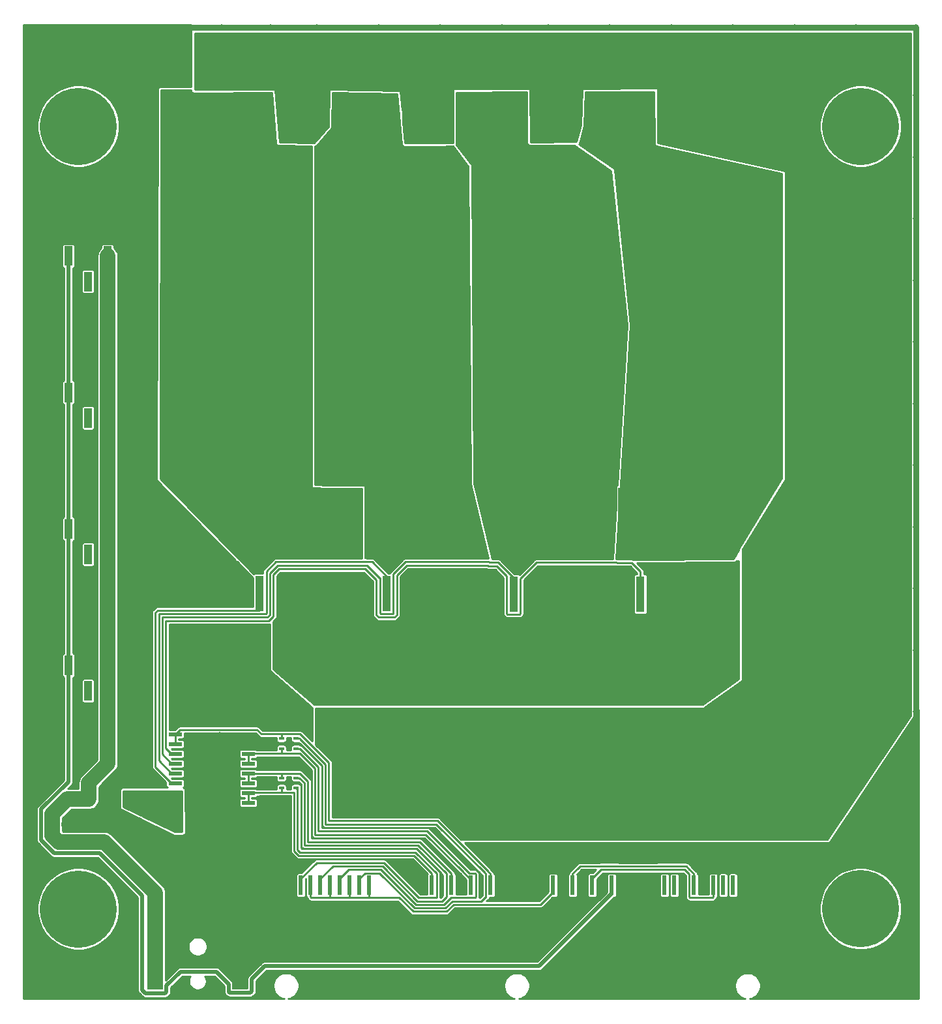
<source format=gtl>
G04 #@! TF.GenerationSoftware,KiCad,Pcbnew,(5.1.6)-1*
G04 #@! TF.CreationDate,2021-11-06T14:38:14-07:00*
G04 #@! TF.ProjectId,High current 4x1 LED mux,48696768-2063-4757-9272-656e74203478,rev?*
G04 #@! TF.SameCoordinates,Original*
G04 #@! TF.FileFunction,Copper,L1,Top*
G04 #@! TF.FilePolarity,Positive*
%FSLAX46Y46*%
G04 Gerber Fmt 4.6, Leading zero omitted, Abs format (unit mm)*
G04 Created by KiCad (PCBNEW (5.1.6)-1) date 2021-11-06 14:38:14*
%MOMM*%
%LPD*%
G01*
G04 APERTURE LIST*
G04 #@! TA.AperFunction,ComponentPad*
%ADD10C,10.000000*%
G04 #@! TD*
G04 #@! TA.AperFunction,SMDPad,CuDef*
%ADD11R,1.727200X0.533400*%
G04 #@! TD*
G04 #@! TA.AperFunction,SMDPad,CuDef*
%ADD12R,1.650000X3.000000*%
G04 #@! TD*
G04 #@! TA.AperFunction,SMDPad,CuDef*
%ADD13R,1.000000X1.900000*%
G04 #@! TD*
G04 #@! TA.AperFunction,SMDPad,CuDef*
%ADD14R,1.000000X2.510000*%
G04 #@! TD*
G04 #@! TA.AperFunction,SMDPad,CuDef*
%ADD15R,0.650000X0.400000*%
G04 #@! TD*
G04 #@! TA.AperFunction,SMDPad,CuDef*
%ADD16R,2.000000X2.000000*%
G04 #@! TD*
G04 #@! TA.AperFunction,SMDPad,CuDef*
%ADD17R,3.000000X1.650000*%
G04 #@! TD*
G04 #@! TA.AperFunction,SMDPad,CuDef*
%ADD18R,2.159000X1.955800*%
G04 #@! TD*
G04 #@! TA.AperFunction,SMDPad,CuDef*
%ADD19R,0.900000X2.170000*%
G04 #@! TD*
G04 #@! TA.AperFunction,SMDPad,CuDef*
%ADD20R,1.100000X4.600000*%
G04 #@! TD*
G04 #@! TA.AperFunction,SMDPad,CuDef*
%ADD21R,10.800000X9.400000*%
G04 #@! TD*
G04 #@! TA.AperFunction,SMDPad,CuDef*
%ADD22R,6.220000X3.180000*%
G04 #@! TD*
G04 #@! TA.AperFunction,SMDPad,CuDef*
%ADD23R,0.560000X2.540000*%
G04 #@! TD*
G04 #@! TA.AperFunction,ViaPad*
%ADD24C,0.800000*%
G04 #@! TD*
G04 #@! TA.AperFunction,Conductor*
%ADD25C,0.500000*%
G04 #@! TD*
G04 #@! TA.AperFunction,Conductor*
%ADD26C,0.250000*%
G04 #@! TD*
G04 #@! TA.AperFunction,Conductor*
%ADD27C,2.000000*%
G04 #@! TD*
G04 #@! TA.AperFunction,Conductor*
%ADD28C,0.800000*%
G04 #@! TD*
G04 #@! TA.AperFunction,Conductor*
%ADD29C,0.254000*%
G04 #@! TD*
G04 APERTURE END LIST*
D10*
X188610000Y-147580000D03*
D11*
X109069800Y-133815000D03*
X109069800Y-132545000D03*
X109069800Y-131275000D03*
X109069800Y-130005000D03*
X109069800Y-128735000D03*
X109069800Y-127465000D03*
X109069800Y-126195000D03*
X109069800Y-124925000D03*
X99570200Y-124925000D03*
X99570200Y-126195000D03*
X99570200Y-127465000D03*
X99570200Y-128735000D03*
X99570200Y-130005000D03*
X99570200Y-131275000D03*
X99570200Y-132545000D03*
X99570200Y-133815000D03*
D12*
X135845000Y-119680000D03*
X140415000Y-119680000D03*
X138130000Y-116580000D03*
X140415000Y-126390000D03*
X138130000Y-123290000D03*
X135845000Y-126390000D03*
D13*
X93440000Y-133350000D03*
X88360000Y-133350000D03*
X90900000Y-136650000D03*
X85820000Y-136650000D03*
D14*
X90800000Y-80557500D03*
X85720000Y-80557500D03*
X93340000Y-83867500D03*
X88260000Y-83867500D03*
X90800000Y-98270000D03*
X85720000Y-98270000D03*
X93340000Y-101580000D03*
X88260000Y-101580000D03*
X90800000Y-62845000D03*
X85720000Y-62845000D03*
X93340000Y-66155000D03*
X88260000Y-66155000D03*
X90800000Y-115982500D03*
X85720000Y-115982500D03*
X93340000Y-119292500D03*
X88260000Y-119292500D03*
D15*
X115270000Y-130580000D03*
X115270000Y-131880000D03*
X113370000Y-131230000D03*
X113370000Y-131880000D03*
X113370000Y-130580000D03*
D16*
X108000000Y-157000000D03*
X108000000Y-150800000D03*
X97000000Y-150800000D03*
X97000000Y-157000000D03*
D17*
X114540000Y-42695000D03*
X114540000Y-47265000D03*
X117640000Y-44980000D03*
X107830000Y-47265000D03*
X110930000Y-44980000D03*
X107830000Y-42695000D03*
D18*
X154320000Y-105068500D03*
X154320000Y-101131500D03*
X121320000Y-105068500D03*
X121320000Y-101131500D03*
D19*
X101270000Y-136480000D03*
X100050000Y-136480000D03*
D18*
X137820000Y-105068500D03*
X137820000Y-101131500D03*
D17*
X130956666Y-42695000D03*
X130956666Y-47265000D03*
X134056666Y-44980000D03*
X124246666Y-47265000D03*
X127346666Y-44980000D03*
X124246666Y-42695000D03*
D18*
X170820000Y-105068500D03*
X170820000Y-101131500D03*
D20*
X160005000Y-106750000D03*
X165085000Y-106750000D03*
D21*
X162545000Y-97600000D03*
X129578333Y-97525000D03*
D20*
X132118333Y-106675000D03*
X127038333Y-106675000D03*
D15*
X115270000Y-125490000D03*
X115270000Y-126790000D03*
X113370000Y-126140000D03*
X113370000Y-126790000D03*
X113370000Y-125490000D03*
D22*
X115170000Y-152990000D03*
X172730000Y-152990000D03*
D23*
X115887500Y-144540000D03*
X117157500Y-144540000D03*
X118427500Y-144540000D03*
X119697500Y-144540000D03*
X120967500Y-144540000D03*
X122237500Y-144540000D03*
X123507500Y-144540000D03*
X124777500Y-144540000D03*
X131632500Y-144540000D03*
X132902500Y-144540000D03*
X134172500Y-144540000D03*
X135442500Y-144540000D03*
X136712500Y-144540000D03*
X137982500Y-144540000D03*
X139252500Y-144540000D03*
X140522500Y-144540000D03*
X147377500Y-144540000D03*
X148647500Y-144540000D03*
X149917500Y-144540000D03*
X151187500Y-144540000D03*
X152457500Y-144540000D03*
X153727500Y-144540000D03*
X154997500Y-144540000D03*
X156267500Y-144540000D03*
X163122500Y-144540000D03*
X164392500Y-144540000D03*
X165662500Y-144540000D03*
X166932500Y-144540000D03*
X168202500Y-144540000D03*
X169472500Y-144540000D03*
X170742500Y-144540000D03*
X172012500Y-144540000D03*
D17*
X163790000Y-42695000D03*
X163790000Y-47265000D03*
X166890000Y-44980000D03*
X157080000Y-47265000D03*
X160180000Y-44980000D03*
X157080000Y-42695000D03*
X147373332Y-42565000D03*
X147373332Y-47135000D03*
X150473332Y-44850000D03*
X140663332Y-47135000D03*
X143763332Y-44850000D03*
X140663332Y-42565000D03*
D21*
X146061666Y-97600000D03*
D20*
X148601666Y-106750000D03*
X143521666Y-106750000D03*
D21*
X113095000Y-97525000D03*
D20*
X115635000Y-106675000D03*
X110555000Y-106675000D03*
D10*
X87000000Y-147600000D03*
X188600000Y-46000000D03*
X87000000Y-46000000D03*
D24*
X164000000Y-33200000D03*
X156000000Y-33200000D03*
X172000000Y-33200000D03*
X80200000Y-33200000D03*
X148000000Y-33200000D03*
X188000000Y-33200000D03*
X180000000Y-33200000D03*
X142000000Y-33200000D03*
X126000000Y-33200000D03*
X134000000Y-33200000D03*
X118000000Y-33200000D03*
X195800000Y-33200000D03*
X99400000Y-33200000D03*
X105600000Y-33200000D03*
X88000000Y-33200000D03*
X112000000Y-33200000D03*
X195800000Y-74000000D03*
X195800000Y-90000000D03*
X195800000Y-50000000D03*
X195800000Y-66000000D03*
X195800000Y-33200000D03*
X195800000Y-58000000D03*
X195800000Y-98000000D03*
X195800000Y-82000000D03*
X195800000Y-106000000D03*
X195800000Y-42000000D03*
X195800000Y-154000000D03*
X195800000Y-146000000D03*
X195800000Y-158800000D03*
X195800000Y-122000000D03*
X195800000Y-130000000D03*
X195800000Y-114000000D03*
X195800000Y-138000000D03*
X80200000Y-33200000D03*
X80200000Y-42000000D03*
X80200000Y-50000000D03*
X80200000Y-58000000D03*
X80200000Y-66000000D03*
X80200000Y-74000000D03*
X80200000Y-82000000D03*
X80200000Y-90000000D03*
X80200000Y-98000000D03*
X80200000Y-106000000D03*
X80200000Y-114000000D03*
X80200000Y-122000000D03*
X80200000Y-130000000D03*
X80200000Y-138000000D03*
X80200000Y-146000000D03*
X80200000Y-154000000D03*
X80200000Y-158800000D03*
X188000000Y-158800000D03*
X180000000Y-158800000D03*
X172000000Y-158800000D03*
X164000000Y-158800000D03*
X156000000Y-158800000D03*
X148000000Y-158800000D03*
X142000000Y-158800000D03*
X134000000Y-158800000D03*
X126000000Y-158800000D03*
X118000000Y-158800000D03*
X112000000Y-158800000D03*
X88000000Y-158800000D03*
X99400000Y-158800000D03*
X105600000Y-158800000D03*
X99200000Y-111000000D03*
X99200000Y-123600000D03*
X99200000Y-117400000D03*
X105200000Y-111000000D03*
X111600000Y-111000000D03*
X111600000Y-116800000D03*
X117000000Y-125000000D03*
X106800000Y-123400000D03*
X87850000Y-122610000D03*
X87980000Y-108450000D03*
X87850000Y-90720000D03*
X87900000Y-72390000D03*
X94940000Y-72360000D03*
X95070000Y-90660000D03*
X95010000Y-108520000D03*
X95080000Y-122600000D03*
X97040000Y-139700000D03*
X111430000Y-126140000D03*
X111530000Y-128830000D03*
X111800000Y-131230000D03*
X130140000Y-142780000D03*
X115530000Y-141960000D03*
X111820000Y-133650000D03*
X116050000Y-149450000D03*
X127760000Y-151110000D03*
X143810000Y-150280000D03*
X165290000Y-150640000D03*
X179490000Y-144940000D03*
X90030000Y-55240000D03*
X88150000Y-136650000D03*
X94610000Y-136650000D03*
X104740000Y-134340000D03*
X105350000Y-125060000D03*
X99380000Y-154360000D03*
X105590000Y-154380000D03*
X99380000Y-149540000D03*
X105610000Y-149540000D03*
X86570000Y-131600000D03*
X108680000Y-106380000D03*
X97680000Y-131260000D03*
X153070000Y-146960000D03*
X99430000Y-40390000D03*
X138280000Y-139390000D03*
X141980000Y-146100000D03*
X158940000Y-140200000D03*
X102500000Y-35000000D03*
X105000000Y-37500000D03*
X107500000Y-35000000D03*
X110000000Y-37500000D03*
X112500000Y-35000000D03*
X117500000Y-35000000D03*
X120000000Y-37500000D03*
X122500000Y-35000000D03*
X102500000Y-40000000D03*
X107500000Y-40000000D03*
X112500000Y-40000000D03*
X117500000Y-40000000D03*
X122500000Y-40000000D03*
X125000000Y-37500000D03*
X127500000Y-35000000D03*
X127500000Y-40000000D03*
X132500000Y-35000000D03*
X132500000Y-40000000D03*
X135000000Y-37500000D03*
X137500000Y-35000000D03*
X137500000Y-40000000D03*
X140000000Y-37500000D03*
X142500000Y-35000000D03*
X142500000Y-40000000D03*
X145000000Y-37500000D03*
X147500000Y-35000000D03*
X147500000Y-40000000D03*
X152500000Y-35000000D03*
X152500000Y-40000000D03*
X155000000Y-37500000D03*
X157500000Y-35000000D03*
X157500000Y-40000000D03*
X160000000Y-37500000D03*
X162500000Y-35000000D03*
X162500000Y-40000000D03*
X167500000Y-35000000D03*
X167500000Y-40000000D03*
X170000000Y-37500000D03*
X170000000Y-42500000D03*
X120000000Y-122500000D03*
X120000000Y-127500000D03*
X122500000Y-125000000D03*
X125000000Y-122500000D03*
X130000000Y-122500000D03*
X135000000Y-122500000D03*
X132500000Y-125000000D03*
X127500000Y-125000000D03*
X125000000Y-127500000D03*
X130000000Y-127500000D03*
X122500000Y-130000000D03*
X127500000Y-130000000D03*
X132500000Y-130000000D03*
X130000000Y-132500000D03*
X125000000Y-132500000D03*
X122500000Y-135000000D03*
X127500000Y-135000000D03*
X132500000Y-135000000D03*
X135000000Y-132500000D03*
X137500000Y-130000000D03*
X137500000Y-135000000D03*
X140000000Y-132500000D03*
X142500000Y-130000000D03*
X142500000Y-135000000D03*
X145000000Y-132500000D03*
X145000000Y-127500000D03*
X142500000Y-125000000D03*
X140000000Y-122500000D03*
X145000000Y-122500000D03*
X147500000Y-125000000D03*
X150000000Y-122500000D03*
X150000000Y-127500000D03*
X147500000Y-130000000D03*
X150000000Y-132500000D03*
X147500000Y-135000000D03*
X152500000Y-125000000D03*
X152500000Y-130000000D03*
X152500000Y-135000000D03*
X155000000Y-122500000D03*
X155000000Y-127500000D03*
X155000000Y-132500000D03*
X157500000Y-135000000D03*
X157500000Y-130000000D03*
X157500000Y-125000000D03*
X160000000Y-122500000D03*
X160000000Y-127500000D03*
X160000000Y-132500000D03*
X162500000Y-135000000D03*
X162500000Y-130000000D03*
X162500000Y-125000000D03*
X165000000Y-122500000D03*
X165000000Y-127500000D03*
X165000000Y-132500000D03*
X167500000Y-125000000D03*
X167500000Y-130000000D03*
X167500000Y-135000000D03*
X115000000Y-37500000D03*
X130000000Y-37500000D03*
X150000000Y-37500000D03*
X165000000Y-37500000D03*
X172500000Y-35000000D03*
X172500000Y-40000000D03*
X175000000Y-37500000D03*
X177500000Y-35000000D03*
X177500000Y-40000000D03*
X175000000Y-42500000D03*
D25*
X98210002Y-33000000D02*
X95800000Y-33000000D01*
D26*
X113370000Y-131230000D02*
X111800000Y-131230000D01*
X110193401Y-131866701D02*
X107946199Y-131866701D01*
X107946199Y-131866701D02*
X107881199Y-131801701D01*
X110830102Y-131230000D02*
X110193401Y-131866701D01*
X113370000Y-126140000D02*
X111430000Y-126140000D01*
X109124800Y-126140000D02*
X109069800Y-126195000D01*
X163667502Y-142950000D02*
X163662501Y-142944999D01*
X163852499Y-142944999D02*
X163847498Y-142950000D01*
X163662501Y-142944999D02*
X162582499Y-142944999D01*
X162582499Y-142944999D02*
X162577498Y-142950000D01*
X156807501Y-142944999D02*
X155735001Y-142944999D01*
X107881199Y-131801701D02*
X107881199Y-130748299D01*
X154339999Y-146070001D02*
X154997500Y-145412500D01*
X165662500Y-144540000D02*
X165662500Y-143674998D01*
X154997500Y-145412500D02*
X154997500Y-144540000D01*
X107890000Y-130739498D02*
X107890000Y-130540502D01*
X163847498Y-142950000D02*
X163667502Y-142950000D01*
X154332501Y-146070001D02*
X154339999Y-146070001D01*
X147412502Y-152990000D02*
X115170000Y-152990000D01*
X155735001Y-142944999D02*
X154997500Y-143682500D01*
X154997500Y-143682500D02*
X154997500Y-144540000D01*
X107881199Y-130531701D02*
X107881199Y-129478299D01*
X107890000Y-130540502D02*
X107881199Y-130531701D01*
X107881199Y-130748299D02*
X107890000Y-130739498D01*
X162577498Y-142950000D02*
X156812502Y-142950000D01*
X164932501Y-142944999D02*
X163852499Y-142944999D01*
X156812502Y-142950000D02*
X156807501Y-142944999D01*
X165662500Y-143674998D02*
X164932501Y-142944999D01*
X107881199Y-129478299D02*
X107890000Y-129469498D01*
X107890000Y-129270502D02*
X107881199Y-129261701D01*
X109094800Y-126170000D02*
X109069800Y-126195000D01*
X113377500Y-126147500D02*
X113370000Y-126140000D01*
X113372500Y-131227500D02*
X113370000Y-131230000D01*
X107881199Y-129261701D02*
X107881199Y-128208299D01*
X107890000Y-129469498D02*
X107890000Y-129270502D01*
X107881199Y-126270001D02*
X107956200Y-126195000D01*
X107956200Y-126195000D02*
X109069800Y-126195000D01*
X107881199Y-127991701D02*
X107881199Y-126270001D01*
X107881199Y-128208299D02*
X107890000Y-128199498D01*
X107890000Y-128000502D02*
X107881199Y-127991701D01*
X107890000Y-128199498D02*
X107890000Y-128000502D01*
X172730000Y-149053890D02*
X170077501Y-146401391D01*
X148107499Y-142944999D02*
X149842499Y-142944999D01*
X152457500Y-146347500D02*
X153070000Y-146960000D01*
X169767519Y-146401391D02*
X169583899Y-146585011D01*
X170077501Y-146401391D02*
X169767519Y-146401391D01*
X169583899Y-146585011D02*
X166206098Y-146585010D01*
X166206098Y-146585010D02*
X165662500Y-146041412D01*
X168277501Y-142944999D02*
X168202500Y-143020000D01*
X149917500Y-145757500D02*
X152281251Y-148121251D01*
X107881199Y-131801701D02*
X106258299Y-131801701D01*
X170012501Y-142944999D02*
X168277501Y-142944999D01*
X152281251Y-148121251D02*
X147412502Y-152990000D01*
X149917500Y-144540000D02*
X149917500Y-145757500D01*
X170077501Y-143009999D02*
X170012501Y-142944999D01*
X168202500Y-143020000D02*
X168202500Y-144540000D01*
X170077501Y-146401391D02*
X170077501Y-143009999D01*
X147377500Y-144540000D02*
X147377500Y-143674998D01*
X172730000Y-152990000D02*
X172730000Y-149053890D01*
X152457500Y-144540000D02*
X152457500Y-146347500D01*
X149842499Y-142944999D02*
X149917500Y-143020000D01*
X149917500Y-143020000D02*
X149917500Y-144540000D01*
X154332501Y-146070001D02*
X153256251Y-147146251D01*
X153256251Y-147146251D02*
X152281251Y-148121251D01*
X165662500Y-146041412D02*
X165662500Y-144540000D01*
X147377500Y-143674998D02*
X148107499Y-142944999D01*
X113490000Y-152990000D02*
X115170000Y-152990000D01*
X108700000Y-148200000D02*
X113490000Y-152990000D01*
X130246410Y-144540000D02*
X126851369Y-141144959D01*
X131632500Y-144540000D02*
X130246410Y-144540000D01*
X126851369Y-141144959D02*
X117781129Y-141144959D01*
X117781129Y-141144959D02*
X117776170Y-141140000D01*
X117776170Y-141140000D02*
X115760000Y-141140000D01*
X115730002Y-131230000D02*
X113370000Y-131230000D01*
X115850000Y-131349998D02*
X115730002Y-131230000D01*
X115989971Y-139759971D02*
X115919991Y-139689991D01*
X115855001Y-131354999D02*
X115850000Y-131354999D01*
X130945292Y-139789972D02*
X115989971Y-139789971D01*
X115989971Y-139789971D02*
X115989971Y-139759971D01*
X134172500Y-143017180D02*
X130945292Y-139789972D01*
X134172500Y-144540000D02*
X134172500Y-143017180D01*
X115919991Y-132340011D02*
X115920001Y-132340001D01*
X115919991Y-139689991D02*
X115919991Y-132340011D01*
X115850000Y-131354999D02*
X115850000Y-131349998D01*
X115920001Y-132340001D02*
X115920001Y-131419999D01*
X115920001Y-131419999D02*
X115855001Y-131354999D01*
X107946199Y-129413299D02*
X107881199Y-129478299D01*
X136712500Y-144540000D02*
X136712500Y-143482500D01*
X114056701Y-129413299D02*
X115823299Y-129413299D01*
X114056701Y-129413299D02*
X107946199Y-129413299D01*
X117260000Y-130850768D02*
X117270030Y-130860800D01*
X115823299Y-129413299D02*
X117260000Y-130850000D01*
X117260000Y-130850000D02*
X117260000Y-130850768D01*
X117270030Y-130860800D02*
X117270030Y-138439944D01*
X131504495Y-138439945D02*
X136164550Y-143100000D01*
X130799944Y-138439944D02*
X131504495Y-138439945D01*
X117270030Y-138439944D02*
X130799944Y-138439944D01*
X136164550Y-143100000D02*
X136170000Y-143100000D01*
X136712500Y-143642500D02*
X136712500Y-144540000D01*
X136170000Y-143100000D02*
X136712500Y-143642500D01*
X139252500Y-143038588D02*
X139252500Y-143202500D01*
X133263932Y-137050020D02*
X139252500Y-143038588D01*
X118620060Y-137040060D02*
X118630020Y-137050020D01*
X118620060Y-129012238D02*
X118620060Y-137040060D01*
X115947813Y-126339991D02*
X118620060Y-129012238D01*
X139252500Y-144540000D02*
X139252500Y-143202500D01*
X118630020Y-137050020D02*
X133263932Y-137050020D01*
X113370000Y-126140000D02*
X115740000Y-126140000D01*
X115740000Y-126140000D02*
X115939990Y-126339990D01*
X115939990Y-126339990D02*
X115947813Y-126339991D01*
X108000000Y-148900000D02*
X109045000Y-147855000D01*
X115760000Y-141140000D02*
X109045000Y-147855000D01*
X108000000Y-150800000D02*
X108000000Y-148900000D01*
X109045000Y-147855000D02*
X108700000Y-148200000D01*
X110540000Y-134040000D02*
X110550051Y-134050051D01*
X110540000Y-132947510D02*
X110540000Y-134040000D01*
X114569973Y-132947510D02*
X110540000Y-132947510D01*
X115423589Y-141139999D02*
X114569973Y-140286383D01*
X115760000Y-141140000D02*
X115423589Y-141139999D01*
X110550051Y-134050051D02*
X108040102Y-136560000D01*
X114569973Y-140286383D02*
X114569973Y-132947510D01*
X109069800Y-126195000D02*
X109069800Y-125769800D01*
X109069800Y-125769800D02*
X109069800Y-124925000D01*
D27*
X102065001Y-131179497D02*
X102065001Y-133624999D01*
X107474698Y-125769800D02*
X106442249Y-126802249D01*
X109069800Y-125769800D02*
X107474698Y-125769800D01*
X93340000Y-66155000D02*
X93340000Y-119292500D01*
X90900000Y-131800000D02*
X93340000Y-129360000D01*
X93340000Y-129360000D02*
X93340000Y-119292500D01*
X90900000Y-136650000D02*
X90900000Y-132700000D01*
X85820000Y-136650000D02*
X88150000Y-136650000D01*
D26*
X93340000Y-96515000D02*
X93340000Y-123515000D01*
D27*
X90900000Y-136650000D02*
X94610000Y-136650000D01*
D28*
X80200000Y-33200000D02*
X195800000Y-33200000D01*
X195800000Y-33200000D02*
X195800000Y-44800000D01*
X195800000Y-44800000D02*
X195800000Y-144600000D01*
X195800000Y-144600000D02*
X195800000Y-158974990D01*
D27*
X90900000Y-132700000D02*
X90900000Y-131800000D01*
D26*
X111430000Y-126140000D02*
X109124800Y-126140000D01*
X111800000Y-131230000D02*
X110830102Y-131230000D01*
D27*
X103882249Y-129362249D02*
X102065001Y-131179497D01*
X88150000Y-136650000D02*
X90900000Y-136650000D01*
X106442249Y-126802249D02*
X103882249Y-129362249D01*
D26*
X153070000Y-146960000D02*
X153256251Y-147146251D01*
D27*
X97000000Y-150800000D02*
X97000000Y-157000000D01*
X90800000Y-62845000D02*
X90800000Y-115982500D01*
X90800000Y-128788718D02*
X88360000Y-131228718D01*
X88360000Y-131228718D02*
X88360000Y-133350000D01*
X90800000Y-115982500D02*
X90800000Y-128788718D01*
D26*
X90800000Y-93205000D02*
X90800000Y-120205000D01*
D27*
X85550000Y-133350000D02*
X88360000Y-133350000D01*
X85259402Y-133600597D02*
X85299403Y-133600597D01*
X85299403Y-133600597D02*
X85550000Y-133350000D01*
X83619990Y-135240008D02*
X85259402Y-133600597D01*
X97000000Y-150800000D02*
X97000000Y-145500000D01*
X97000000Y-145500000D02*
X90400000Y-138900000D01*
X84459998Y-138900000D02*
X83619990Y-138059992D01*
X90400000Y-138900000D02*
X84459998Y-138900000D01*
X83619990Y-138059992D02*
X83619990Y-135240008D01*
D26*
X137820000Y-105068500D02*
X133724833Y-105068500D01*
X125263312Y-107682312D02*
X125263313Y-109607802D01*
X125855532Y-110200021D02*
X128593312Y-110200021D01*
X121320000Y-105068500D02*
X117241500Y-105068500D01*
X117241500Y-105068500D02*
X115635000Y-106675000D01*
X137820000Y-105068500D02*
X139149500Y-105068500D01*
X142525265Y-109825011D02*
X143974989Y-109825011D01*
X154320000Y-105068500D02*
X154320000Y-106296400D01*
X154320000Y-106296400D02*
X157398601Y-109375001D01*
X139149500Y-105068500D02*
X142196656Y-108115656D01*
X128593312Y-110200021D02*
X132118333Y-106675000D01*
X121320000Y-105068500D02*
X122649500Y-105068500D01*
X142196656Y-108115656D02*
X142196656Y-109496402D01*
X122649500Y-105068500D02*
X125263312Y-107682312D01*
X145526655Y-109825011D02*
X148601666Y-106750000D01*
X142196656Y-109496402D02*
X142525265Y-109825011D01*
X143974989Y-109825011D02*
X145526655Y-109825011D01*
X162459999Y-109375001D02*
X165085000Y-106750000D01*
X157398601Y-109375001D02*
X162459999Y-109375001D01*
X166766500Y-105068500D02*
X165085000Y-106750000D01*
X154320000Y-105068500D02*
X150283166Y-105068500D01*
X150283166Y-105068500D02*
X148601666Y-106750000D01*
X133724833Y-105068500D02*
X132118333Y-106675000D01*
X170820000Y-105068500D02*
X166766500Y-105068500D01*
X125263313Y-109607802D02*
X125855532Y-110200021D01*
X159365000Y-44980000D02*
X157080000Y-47265000D01*
X160180000Y-44980000D02*
X159365000Y-44980000D01*
X157080000Y-42695000D02*
X157895000Y-42695000D01*
X157895000Y-42695000D02*
X160180000Y-44980000D01*
X170820000Y-101131500D02*
X166076500Y-101131500D01*
X166076500Y-101131500D02*
X162545000Y-97600000D01*
X140663332Y-47135000D02*
X140663332Y-92201666D01*
X142948332Y-44850000D02*
X140663332Y-47135000D01*
X143763332Y-44850000D02*
X142948332Y-44850000D01*
X141478332Y-42565000D02*
X143763332Y-44850000D01*
X154320000Y-101131500D02*
X149593166Y-101131500D01*
X140663332Y-92201666D02*
X146061666Y-97600000D01*
X149593166Y-101131500D02*
X146061666Y-97600000D01*
X140663332Y-42565000D02*
X141478332Y-42565000D01*
X124246666Y-92193333D02*
X129578333Y-97525000D01*
X133184833Y-101131500D02*
X129578333Y-97525000D01*
X127346666Y-44980000D02*
X126531666Y-44980000D01*
X126531666Y-44980000D02*
X124246666Y-47265000D01*
X125061666Y-42695000D02*
X127346666Y-44980000D01*
X137820000Y-101131500D02*
X133184833Y-101131500D01*
X124246666Y-47265000D02*
X124246666Y-92193333D01*
X124246666Y-42695000D02*
X125061666Y-42695000D01*
X107830000Y-47265000D02*
X107830000Y-92260000D01*
X107830000Y-42695000D02*
X108645000Y-42695000D01*
X108645000Y-42695000D02*
X110930000Y-44980000D01*
X121320000Y-101131500D02*
X116701500Y-101131500D01*
X116701500Y-101131500D02*
X113095000Y-97525000D01*
X110115000Y-44980000D02*
X107830000Y-47265000D01*
X110930000Y-44980000D02*
X110115000Y-44980000D01*
X107830000Y-92260000D02*
X113095000Y-97525000D01*
X138587501Y-146070001D02*
X138587501Y-146030000D01*
X138587501Y-146030000D02*
X138610000Y-146030000D01*
X137437498Y-146130000D02*
X137442499Y-146135001D01*
X134983902Y-146500010D02*
X135006400Y-146500010D01*
X135987502Y-146130000D02*
X136167498Y-146130000D01*
X134448890Y-147035020D02*
X134983902Y-146500010D01*
X135006400Y-146500010D02*
X135371409Y-146135001D01*
X120967500Y-144540000D02*
X120967500Y-143674998D01*
X126292169Y-142494989D02*
X130832199Y-147035019D01*
X137442499Y-146135001D02*
X138522501Y-146135001D01*
X135982501Y-146135001D02*
X135987502Y-146130000D01*
X130832199Y-147035019D02*
X134448890Y-147035020D01*
X136167498Y-146130000D02*
X136172499Y-146135001D01*
X137257502Y-146130000D02*
X137437498Y-146130000D01*
X136172499Y-146135001D02*
X137252501Y-146135001D01*
X138522501Y-146135001D02*
X138587501Y-146070001D01*
X135371409Y-146135001D02*
X135982501Y-146135001D01*
X137252501Y-146135001D02*
X137257502Y-146130000D01*
X122147509Y-142494989D02*
X126292169Y-142494989D01*
X120967500Y-143674998D02*
X122147509Y-142494989D01*
X138610000Y-143032498D02*
X138610000Y-143220000D01*
X138610000Y-146030000D02*
X138610000Y-143220000D01*
X115270000Y-126790000D02*
X115761412Y-126790000D01*
X118170050Y-129198638D02*
X118170050Y-137500030D01*
X115761412Y-126790000D02*
X118170050Y-129198638D01*
X118170050Y-137500030D02*
X132320030Y-137500030D01*
X132320030Y-137500030D02*
X137019980Y-142199980D01*
X137019980Y-142199980D02*
X137026391Y-142199981D01*
X137771409Y-142944999D02*
X138522501Y-142944999D01*
X137026391Y-142199981D02*
X137771409Y-142944999D01*
X138522501Y-142944999D02*
X138610000Y-143032498D01*
X115743592Y-125490000D02*
X115270000Y-125490000D01*
X115743592Y-125503592D02*
X115743592Y-125490000D01*
X116129982Y-125889982D02*
X115743592Y-125503592D01*
X116134214Y-125889982D02*
X116129982Y-125889982D01*
X119070070Y-136600010D02*
X119070070Y-128825838D01*
X139702510Y-142852188D02*
X133450333Y-136600011D01*
X139702510Y-142855008D02*
X139702510Y-142852188D01*
X130645798Y-147485028D02*
X134657790Y-147485029D01*
X126105769Y-142944999D02*
X130645798Y-147485028D01*
X119070070Y-128825838D02*
X116134214Y-125889982D01*
X123507500Y-144540000D02*
X123507500Y-143674998D01*
X124237499Y-142944999D02*
X126105769Y-142944999D01*
X123507500Y-143674998D02*
X124237499Y-142944999D01*
X133450333Y-136600011D02*
X119070070Y-136600010D01*
X134657790Y-147485029D02*
X135557809Y-146585011D01*
X139342491Y-146585011D02*
X139827502Y-146100000D01*
X139910000Y-143062498D02*
X139702510Y-142855008D01*
X135557809Y-146585011D02*
X139342491Y-146585011D01*
X139827502Y-146100000D02*
X139910000Y-146100000D01*
X139910000Y-146100000D02*
X139910000Y-143062498D01*
D25*
X85720000Y-62845000D02*
X85720000Y-115982500D01*
D26*
X85720000Y-93205000D02*
X85720000Y-114315002D01*
D25*
X146867501Y-155030001D02*
X156267500Y-145630002D01*
X111699999Y-155030001D02*
X146867501Y-155030001D01*
X111689998Y-155020000D02*
X111699999Y-155030001D01*
X111200000Y-155020000D02*
X111689998Y-155020000D01*
X109510000Y-158300002D02*
X109510000Y-156710000D01*
X109510000Y-156710000D02*
X111200000Y-155020000D01*
X83859385Y-140350010D02*
X89799388Y-140350010D01*
X95300000Y-158110002D02*
X95639999Y-158450001D01*
X82169980Y-134639395D02*
X82169980Y-138660605D01*
X109360001Y-158450001D02*
X109510000Y-158300002D01*
X85720000Y-115982500D02*
X85720000Y-131089376D01*
X82169980Y-138660605D02*
X83859385Y-140350010D01*
X156267500Y-145630002D02*
X156267500Y-144540000D01*
X85720000Y-131089376D02*
X82169980Y-134639395D01*
X95300000Y-145850622D02*
X95300000Y-158110002D01*
X95639999Y-158450001D02*
X95650001Y-158450001D01*
X89799388Y-140350010D02*
X95300000Y-145850622D01*
X95650001Y-158450001D02*
X95800000Y-158600000D01*
X106639999Y-158450001D02*
X106549999Y-158360001D01*
X109360001Y-158450001D02*
X106639999Y-158450001D01*
X106549999Y-158360001D02*
X106549999Y-157349999D01*
X104949999Y-155749999D02*
X100250001Y-155749999D01*
X106549999Y-157349999D02*
X104949999Y-155749999D01*
X98210002Y-158600000D02*
X95800000Y-158600000D01*
X98450010Y-158359992D02*
X98210002Y-158600000D01*
X100250001Y-155749999D02*
X98450010Y-157549990D01*
X98450010Y-157549990D02*
X98450010Y-158359992D01*
D26*
X109117300Y-127417500D02*
X109069800Y-127465000D01*
X113607500Y-127417500D02*
X109117300Y-127417500D01*
X113607500Y-127417500D02*
X113407500Y-127417500D01*
X113407500Y-127417500D02*
X113370000Y-127380000D01*
X113370000Y-127380000D02*
X113370000Y-126790000D01*
X109087300Y-127447500D02*
X109069800Y-127465000D01*
X109069800Y-127465000D02*
X109069800Y-128735000D01*
X136839990Y-142649990D02*
X137982500Y-143792500D01*
X115752502Y-127417500D02*
X117720040Y-129385038D01*
X137982500Y-143792500D02*
X137982500Y-144540000D01*
X113607500Y-127417500D02*
X115752502Y-127417500D01*
X117720040Y-129385038D02*
X117720040Y-137950040D01*
X117720040Y-137950040D02*
X131640040Y-137950040D01*
X136839990Y-142649990D02*
X136833579Y-142649989D01*
X132133630Y-137950040D02*
X131640040Y-137950040D01*
X136833579Y-142649989D02*
X132133630Y-137950040D01*
X113370000Y-125490000D02*
X113370000Y-124945000D01*
X113370000Y-124945000D02*
X113437500Y-124877500D01*
X110193401Y-124333299D02*
X100161901Y-124333299D01*
X100161901Y-124333299D02*
X99570200Y-124925000D01*
X113437500Y-124877500D02*
X110737602Y-124877500D01*
X110737602Y-124877500D02*
X110193401Y-124333299D01*
X99570200Y-124925000D02*
X99570200Y-126195000D01*
X140522500Y-143038588D02*
X140522500Y-144540000D01*
X140152519Y-142668607D02*
X140522500Y-143038588D01*
X113437500Y-124877500D02*
X115767502Y-124877500D01*
X119520080Y-128630078D02*
X119520080Y-136150001D01*
X140152519Y-142665787D02*
X140152519Y-142668607D01*
X119520080Y-136150001D02*
X133636734Y-136150002D01*
X115767502Y-124877500D02*
X119520080Y-128630078D01*
X133636734Y-136150002D02*
X140152519Y-142665787D01*
D27*
X163790000Y-47265000D02*
X163790000Y-47240000D01*
D26*
X130956666Y-42695000D02*
X131771666Y-42695000D01*
X147373332Y-42565000D02*
X148188332Y-42565000D01*
X148188332Y-42565000D02*
X150473332Y-44850000D01*
X150473332Y-44850000D02*
X149658332Y-44850000D01*
X114540000Y-42695000D02*
X115355000Y-42695000D01*
X149658332Y-44850000D02*
X147373332Y-47135000D01*
X130956666Y-47265000D02*
X131771666Y-47265000D01*
X115355000Y-42695000D02*
X117640000Y-44980000D01*
X162639999Y-41544999D02*
X163790000Y-42695000D01*
X116825000Y-44980000D02*
X114540000Y-47265000D01*
X131771666Y-42695000D02*
X134056666Y-44980000D01*
X117640000Y-44980000D02*
X116825000Y-44980000D01*
X163790000Y-42695000D02*
X164605000Y-42695000D01*
X131771666Y-47265000D02*
X134056666Y-44980000D01*
X164605000Y-47265000D02*
X166890000Y-44980000D01*
X164605000Y-42695000D02*
X166890000Y-44980000D01*
X163790000Y-47265000D02*
X164605000Y-47265000D01*
X99570200Y-127465000D02*
X99124898Y-127465000D01*
X99124898Y-127465000D02*
X98350000Y-126690102D01*
X98350000Y-126690102D02*
X98350000Y-123460000D01*
X98350000Y-110200021D02*
X98350000Y-123580000D01*
X112330021Y-104196389D02*
X112330021Y-109607801D01*
X113076389Y-103450021D02*
X112330021Y-104196389D01*
X124273611Y-103450021D02*
X113076389Y-103450021D01*
X125713322Y-104889732D02*
X124273611Y-103450021D01*
X142711665Y-109375001D02*
X142646665Y-109310001D01*
X144331667Y-109375001D02*
X142711665Y-109375001D01*
X140215265Y-103075011D02*
X140140265Y-103000011D01*
X111737801Y-110200021D02*
X98350000Y-110200021D01*
X144396667Y-109310001D02*
X144331667Y-109375001D01*
X144396667Y-104733333D02*
X144396667Y-109310001D01*
X146504999Y-102625001D02*
X144396667Y-104733333D01*
X160005000Y-103805000D02*
X158850000Y-102650000D01*
X112330021Y-109607801D02*
X111737801Y-110200021D01*
X156884999Y-102625001D02*
X146504999Y-102625001D01*
X160005000Y-106750000D02*
X160005000Y-103805000D01*
X142646665Y-104403075D02*
X141318601Y-103075011D01*
X129664732Y-103000011D02*
X128370000Y-104294743D01*
X156909998Y-102650000D02*
X156884999Y-102625001D01*
X142646665Y-109310001D02*
X142646665Y-104403075D01*
X128370000Y-104294743D02*
X128370000Y-104790000D01*
X141318601Y-103075011D02*
X140215265Y-103075011D01*
X128034734Y-109750011D02*
X126041932Y-109750011D01*
X126041932Y-109750011D02*
X125713322Y-109421401D01*
X140140265Y-103000011D02*
X129664732Y-103000011D01*
X128370000Y-104790000D02*
X128363344Y-104796656D01*
X158850000Y-102650000D02*
X156909998Y-102650000D01*
X128363344Y-104796656D02*
X128363344Y-109421401D01*
X128363344Y-109421401D02*
X128034734Y-109750011D01*
X125713322Y-109421401D02*
X125713322Y-104889732D01*
X97899990Y-127510092D02*
X99124898Y-128735000D01*
X97899990Y-109750011D02*
X97899990Y-127510092D01*
X99124898Y-128735000D02*
X99570200Y-128735000D01*
X111551401Y-109750011D02*
X97899990Y-109750011D01*
X111880011Y-109421401D02*
X111551401Y-109750011D01*
X127913334Y-104114999D02*
X127913334Y-109235001D01*
X127913334Y-109235001D02*
X127848334Y-109300001D01*
X127848334Y-109300001D02*
X126228332Y-109300001D01*
X129478332Y-102550001D02*
X127913334Y-104114999D01*
X143521666Y-104641666D02*
X141505001Y-102625001D01*
X140326665Y-102550001D02*
X129478332Y-102550001D01*
X140336665Y-102540001D02*
X140326665Y-102550001D01*
X143521666Y-106750000D02*
X143521666Y-104641666D01*
X140336665Y-102560001D02*
X140336665Y-102540001D01*
X140401665Y-102625001D02*
X140336665Y-102560001D01*
X126228332Y-109300001D02*
X126163332Y-109235001D01*
X126163332Y-109235001D02*
X126163332Y-104633332D01*
X141505001Y-102625001D02*
X140401665Y-102625001D01*
X111880011Y-104009989D02*
X111880011Y-109421401D01*
X126163332Y-104633332D02*
X126150000Y-104620000D01*
X126080000Y-104620000D02*
X124460011Y-103000011D01*
X126150000Y-104620000D02*
X126080000Y-104620000D01*
X124460011Y-103000011D02*
X123731932Y-103000011D01*
X123731932Y-103000011D02*
X123721931Y-102990010D01*
X123721931Y-102990010D02*
X118969990Y-102990010D01*
X118969990Y-102990010D02*
X118959989Y-103000011D01*
X118959989Y-103000011D02*
X112889989Y-103000011D01*
X112889989Y-103000011D02*
X111880011Y-104009989D01*
X99124898Y-130005000D02*
X99570200Y-130005000D01*
X97449980Y-109310022D02*
X97449980Y-128330082D01*
X97460001Y-109300001D02*
X97449980Y-109310022D01*
X97449980Y-128330082D02*
X99124898Y-130005000D01*
X123918332Y-102550001D02*
X123908331Y-102540000D01*
X125170001Y-102550001D02*
X123918332Y-102550001D01*
X127038333Y-104418333D02*
X125170001Y-102550001D01*
X123908331Y-102540000D02*
X118765002Y-102540000D01*
X112670001Y-102550001D02*
X111430001Y-103790001D01*
X118755001Y-102550001D02*
X112670001Y-102550001D01*
X127038333Y-106675000D02*
X127038333Y-104418333D01*
X111430001Y-103790001D02*
X111430001Y-109235001D01*
X118765002Y-102540000D02*
X118755001Y-102550001D01*
X111430001Y-109235001D02*
X111365001Y-109300001D01*
X111365001Y-109300001D02*
X97460001Y-109300001D01*
X99124898Y-131275000D02*
X99570200Y-131275000D01*
X110555000Y-106675000D02*
X110555000Y-108849991D01*
X96999970Y-129150072D02*
X99124898Y-131275000D01*
X97273601Y-108849991D02*
X96999970Y-109123622D01*
X110555000Y-108849991D02*
X97273601Y-108849991D01*
X96999970Y-109123622D02*
X96999970Y-129150072D01*
X152160000Y-142050000D02*
X154716088Y-142050000D01*
X162204698Y-142049980D02*
X162209699Y-142044979D01*
X154716088Y-142050000D02*
X154721109Y-142044979D01*
X166916410Y-143020000D02*
X166348205Y-142451795D01*
X162209699Y-142044979D02*
X165941389Y-142044979D01*
X166932500Y-143020000D02*
X166932500Y-144540000D01*
X151187500Y-144540000D02*
X151187500Y-143674998D01*
X157185302Y-142049980D02*
X162204698Y-142049980D01*
X165941389Y-142044979D02*
X166348205Y-142451795D01*
X151860010Y-142349990D02*
X152160000Y-142050000D01*
X166348205Y-142451795D02*
X166246400Y-142349990D01*
X154721109Y-142044979D02*
X157180301Y-142044979D01*
X157180301Y-142044979D02*
X157185302Y-142049980D01*
X151857510Y-142349990D02*
X151860010Y-142349990D01*
X166932500Y-143020000D02*
X166916410Y-143020000D01*
X151857510Y-142349990D02*
X151187500Y-143020000D01*
X151187500Y-143020000D02*
X151187500Y-144540000D01*
X154907509Y-142494989D02*
X153727500Y-143674998D01*
X169472500Y-146060000D02*
X169397499Y-146135001D01*
X169472500Y-144540000D02*
X169472500Y-146060000D01*
X167477502Y-146130000D02*
X167472501Y-146135001D01*
X162396099Y-142494989D02*
X162391098Y-142499990D01*
X166327499Y-146070001D02*
X166327499Y-143067499D01*
X166392499Y-146135001D02*
X166327499Y-146070001D01*
X165754989Y-142494989D02*
X162396099Y-142494989D01*
X162391098Y-142499990D02*
X156998902Y-142499990D01*
X153727500Y-143674998D02*
X153727500Y-144540000D01*
X169397499Y-146135001D02*
X167662499Y-146135001D01*
X156993901Y-142494989D02*
X154907509Y-142494989D01*
X166327499Y-143067499D02*
X165754989Y-142494989D01*
X167657498Y-146130000D02*
X167477502Y-146130000D01*
X167472501Y-146135001D02*
X166392499Y-146135001D01*
X156998902Y-142499990D02*
X156993901Y-142494989D01*
X167662499Y-146135001D02*
X167657498Y-146130000D01*
X132357498Y-146130000D02*
X132362499Y-146135001D01*
X117967529Y-141594969D02*
X126664969Y-141594969D01*
X132177502Y-146130000D02*
X132357498Y-146130000D01*
X132172501Y-146135001D02*
X132177502Y-146130000D01*
X115887500Y-143674998D02*
X117967529Y-141594969D01*
X131205001Y-146135001D02*
X132172501Y-146135001D01*
X126664969Y-141594969D02*
X131205001Y-146135001D01*
X115887500Y-144540000D02*
X115887500Y-143674998D01*
X133442501Y-146135001D02*
X133477502Y-146100000D01*
X133477502Y-146100000D02*
X133520000Y-146100000D01*
X132362499Y-146135001D02*
X133442501Y-146135001D01*
X115469991Y-132079991D02*
X115270000Y-131880000D01*
X115796390Y-140232800D02*
X115469991Y-139906401D01*
X133442501Y-146135001D02*
X133507501Y-146070001D01*
X133507501Y-146070001D02*
X133507501Y-142988591D01*
X133507501Y-142988591D02*
X130758891Y-140239981D01*
X115796390Y-140239980D02*
X115796390Y-140232800D01*
X115469991Y-139906401D02*
X115469991Y-132079991D01*
X130758891Y-140239981D02*
X115796390Y-140239980D01*
X122237500Y-144540000D02*
X122237500Y-146067500D01*
X119697500Y-144540000D02*
X119697500Y-146067500D01*
X118967501Y-146135001D02*
X117232501Y-146135001D01*
X148647500Y-145405002D02*
X147017481Y-147035021D01*
X120412498Y-146120000D02*
X119750000Y-146120000D01*
X121522502Y-146120000D02*
X121507501Y-146135001D01*
X117157500Y-146060000D02*
X117157500Y-144540000D01*
X135744208Y-147035021D02*
X134844189Y-147935038D01*
X134844189Y-147935038D02*
X130459397Y-147935037D01*
X130459397Y-147935037D02*
X128644360Y-146120000D01*
X148647500Y-144540000D02*
X148647500Y-145405002D01*
X124777500Y-144540000D02*
X124777500Y-146042500D01*
X121507501Y-146135001D02*
X120427499Y-146135001D01*
X124700000Y-146120000D02*
X124062502Y-146120000D01*
X128644360Y-146120000D02*
X124700000Y-146120000D01*
X124777500Y-146042500D02*
X124700000Y-146120000D01*
X122290000Y-146120000D02*
X121522502Y-146120000D01*
X122237500Y-146067500D02*
X122290000Y-146120000D01*
X120427499Y-146135001D02*
X120412498Y-146120000D01*
X118982502Y-146120000D02*
X118967501Y-146135001D01*
X124062502Y-146120000D02*
X124047501Y-146135001D01*
X119750000Y-146120000D02*
X118982502Y-146120000D01*
X124047501Y-146135001D02*
X122967499Y-146135001D01*
X122967499Y-146135001D02*
X122952498Y-146120000D01*
X117232501Y-146135001D02*
X117157500Y-146060000D01*
X122952498Y-146120000D02*
X122290000Y-146120000D01*
X119697500Y-146067500D02*
X119750000Y-146120000D01*
X147017481Y-147035021D02*
X135744208Y-147035021D01*
X134797502Y-146050000D02*
X134820000Y-146050000D01*
X118427500Y-144540000D02*
X118427500Y-143674998D01*
X126478569Y-142044979D02*
X131018600Y-146585010D01*
X134262491Y-146585011D02*
X134797502Y-146050000D01*
X131018600Y-146585010D02*
X134262491Y-146585011D01*
X120057519Y-142044979D02*
X126478569Y-142044979D01*
X118427500Y-143674998D02*
X120057519Y-142044979D01*
X115716412Y-130580000D02*
X116370011Y-131233599D01*
X115270000Y-130580000D02*
X115716412Y-130580000D01*
X116370011Y-131233599D02*
X116370011Y-132526401D01*
X134797502Y-146050000D02*
X134797502Y-143472498D01*
X134797502Y-143005772D02*
X134797502Y-143472498D01*
X131131693Y-139339963D02*
X134797502Y-143005772D01*
X116370011Y-139330011D02*
X116370000Y-139330022D01*
X116370011Y-132526401D02*
X116370011Y-139330011D01*
X116469962Y-139339962D02*
X131131691Y-139339963D01*
X116370000Y-139330022D02*
X116460022Y-139330022D01*
X116460022Y-139330022D02*
X116469962Y-139339962D01*
X113370000Y-132450000D02*
X113370000Y-131880000D01*
X113322500Y-132497500D02*
X113370000Y-132450000D01*
X113322500Y-132497500D02*
X109117300Y-132497500D01*
X109117300Y-132497500D02*
X109069800Y-132545000D01*
X109087300Y-132527500D02*
X109069800Y-132545000D01*
X109069800Y-132545000D02*
X109069800Y-133815000D01*
X132902500Y-143020000D02*
X132902500Y-144540000D01*
X115609990Y-140689990D02*
X130572490Y-140689990D01*
X130572490Y-140689990D02*
X132902500Y-143020000D01*
X114957500Y-132497500D02*
X114960000Y-132500000D01*
X113322500Y-132497500D02*
X114957500Y-132497500D01*
X114960000Y-132500000D02*
X115019981Y-132500000D01*
X115346380Y-140419200D02*
X115346380Y-140426380D01*
X115346380Y-140426380D02*
X115609990Y-140689990D01*
X115019981Y-132500000D02*
X115019982Y-140092802D01*
X115019982Y-140092802D02*
X115346380Y-140419200D01*
X109069800Y-130629800D02*
X109069800Y-131275000D01*
X109069800Y-130005000D02*
X109069800Y-130629800D01*
X113350000Y-130005000D02*
X113370000Y-130025000D01*
X109069800Y-130005000D02*
X113350000Y-130005000D01*
X113370000Y-130025000D02*
X113370000Y-130580000D01*
X109087300Y-129987500D02*
X109069800Y-130005000D01*
X135442500Y-143014360D02*
X135442500Y-144540000D01*
X131318094Y-138889954D02*
X135442500Y-143014360D01*
X113350000Y-130005000D02*
X115777822Y-130005000D01*
X115777822Y-130005000D02*
X116820021Y-131047199D01*
X116820021Y-131047199D02*
X116820020Y-132712802D01*
X116820020Y-132712802D02*
X116820021Y-138889953D01*
X116820021Y-138889953D02*
X131318094Y-138889954D01*
G36*
X172765000Y-117727603D02*
G01*
X168092644Y-121065000D01*
X117700000Y-121065000D01*
X117634645Y-121071437D01*
X117629869Y-121072886D01*
X112325000Y-116443182D01*
X112325000Y-111122664D01*
X112335000Y-111072391D01*
X112335000Y-110927609D01*
X112325000Y-110877336D01*
X112325000Y-110263359D01*
X112639318Y-109949042D01*
X112656863Y-109934643D01*
X112714347Y-109864599D01*
X112757061Y-109784687D01*
X112783364Y-109697977D01*
X112790021Y-109630391D01*
X112790021Y-109630383D01*
X112792245Y-109607801D01*
X112790021Y-109585219D01*
X112790021Y-104386926D01*
X113266927Y-103910021D01*
X124083074Y-103910021D01*
X125253323Y-105080271D01*
X125253322Y-109398819D01*
X125251098Y-109421401D01*
X125253322Y-109443983D01*
X125253322Y-109443990D01*
X125259979Y-109511576D01*
X125286282Y-109598286D01*
X125328996Y-109678198D01*
X125386480Y-109748243D01*
X125404030Y-109762646D01*
X125700691Y-110059308D01*
X125715090Y-110076853D01*
X125785134Y-110134337D01*
X125865046Y-110177051D01*
X125951756Y-110203354D01*
X126019342Y-110210011D01*
X126019350Y-110210011D01*
X126041932Y-110212235D01*
X126064514Y-110210011D01*
X128012152Y-110210011D01*
X128034734Y-110212235D01*
X128057316Y-110210011D01*
X128057324Y-110210011D01*
X128124910Y-110203354D01*
X128211620Y-110177051D01*
X128291532Y-110134337D01*
X128361576Y-110076853D01*
X128375979Y-110059303D01*
X128672641Y-109762642D01*
X128690186Y-109748243D01*
X128747670Y-109678199D01*
X128790384Y-109598287D01*
X128816687Y-109511577D01*
X128823344Y-109443991D01*
X128823344Y-109443983D01*
X128825568Y-109421401D01*
X128823344Y-109398819D01*
X128823344Y-104880166D01*
X128830000Y-104812590D01*
X128830000Y-104812583D01*
X128832224Y-104790001D01*
X128830000Y-104767419D01*
X128830000Y-104485280D01*
X129855270Y-103460011D01*
X139959728Y-103460011D01*
X140038379Y-103502051D01*
X140125089Y-103528354D01*
X140192675Y-103535011D01*
X140192682Y-103535011D01*
X140215264Y-103537235D01*
X140237846Y-103535011D01*
X141128064Y-103535011D01*
X142186666Y-104593614D01*
X142186665Y-109287419D01*
X142184441Y-109310001D01*
X142186665Y-109332583D01*
X142186665Y-109332590D01*
X142193322Y-109400176D01*
X142219625Y-109486886D01*
X142262339Y-109566798D01*
X142319823Y-109636843D01*
X142337373Y-109651246D01*
X142370420Y-109684293D01*
X142384823Y-109701843D01*
X142454867Y-109759327D01*
X142534779Y-109802041D01*
X142621489Y-109828344D01*
X142689075Y-109835001D01*
X142689083Y-109835001D01*
X142711665Y-109837225D01*
X142734247Y-109835001D01*
X144309085Y-109835001D01*
X144331667Y-109837225D01*
X144354249Y-109835001D01*
X144354257Y-109835001D01*
X144421843Y-109828344D01*
X144508553Y-109802041D01*
X144588465Y-109759327D01*
X144658509Y-109701843D01*
X144672912Y-109684293D01*
X144705959Y-109651246D01*
X144723509Y-109636843D01*
X144780993Y-109566799D01*
X144823707Y-109486887D01*
X144850010Y-109400177D01*
X144856667Y-109332591D01*
X144856667Y-109332583D01*
X144858891Y-109310001D01*
X144856667Y-109287419D01*
X144856667Y-104923870D01*
X146695537Y-103085001D01*
X156759356Y-103085001D01*
X156819822Y-103103343D01*
X156887408Y-103110000D01*
X156887416Y-103110000D01*
X156909998Y-103112224D01*
X156932580Y-103110000D01*
X158659463Y-103110000D01*
X159545001Y-103995539D01*
X159545001Y-104113380D01*
X159455000Y-104113380D01*
X159389329Y-104119848D01*
X159326181Y-104139004D01*
X159267984Y-104170111D01*
X159216974Y-104211974D01*
X159175111Y-104262984D01*
X159144004Y-104321181D01*
X159124848Y-104384329D01*
X159118380Y-104450000D01*
X159118380Y-109050000D01*
X159124848Y-109115671D01*
X159144004Y-109178819D01*
X159175111Y-109237016D01*
X159216974Y-109288026D01*
X159267984Y-109329889D01*
X159326181Y-109360996D01*
X159389329Y-109380152D01*
X159455000Y-109386620D01*
X160555000Y-109386620D01*
X160620671Y-109380152D01*
X160683819Y-109360996D01*
X160742016Y-109329889D01*
X160793026Y-109288026D01*
X160834889Y-109237016D01*
X160865996Y-109178819D01*
X160885152Y-109115671D01*
X160891620Y-109050000D01*
X160891620Y-104450000D01*
X160885152Y-104384329D01*
X160865996Y-104321181D01*
X160834889Y-104262984D01*
X160793026Y-104211974D01*
X160742016Y-104170111D01*
X160683819Y-104139004D01*
X160620671Y-104119848D01*
X160555000Y-104113380D01*
X160465000Y-104113380D01*
X160465000Y-103827582D01*
X160467224Y-103805000D01*
X160465000Y-103782418D01*
X160465000Y-103782410D01*
X160458343Y-103714824D01*
X160432040Y-103628114D01*
X160389326Y-103548202D01*
X160331842Y-103478158D01*
X160314297Y-103463759D01*
X159566928Y-102716391D01*
X172102175Y-102634993D01*
X172176728Y-102626095D01*
X172238872Y-102604860D01*
X172295679Y-102571910D01*
X172344966Y-102528510D01*
X172384839Y-102476329D01*
X172410602Y-102434711D01*
X172765000Y-102428882D01*
X172765000Y-117727603D01*
G37*
X172765000Y-117727603D02*
X168092644Y-121065000D01*
X117700000Y-121065000D01*
X117634645Y-121071437D01*
X117629869Y-121072886D01*
X112325000Y-116443182D01*
X112325000Y-111122664D01*
X112335000Y-111072391D01*
X112335000Y-110927609D01*
X112325000Y-110877336D01*
X112325000Y-110263359D01*
X112639318Y-109949042D01*
X112656863Y-109934643D01*
X112714347Y-109864599D01*
X112757061Y-109784687D01*
X112783364Y-109697977D01*
X112790021Y-109630391D01*
X112790021Y-109630383D01*
X112792245Y-109607801D01*
X112790021Y-109585219D01*
X112790021Y-104386926D01*
X113266927Y-103910021D01*
X124083074Y-103910021D01*
X125253323Y-105080271D01*
X125253322Y-109398819D01*
X125251098Y-109421401D01*
X125253322Y-109443983D01*
X125253322Y-109443990D01*
X125259979Y-109511576D01*
X125286282Y-109598286D01*
X125328996Y-109678198D01*
X125386480Y-109748243D01*
X125404030Y-109762646D01*
X125700691Y-110059308D01*
X125715090Y-110076853D01*
X125785134Y-110134337D01*
X125865046Y-110177051D01*
X125951756Y-110203354D01*
X126019342Y-110210011D01*
X126019350Y-110210011D01*
X126041932Y-110212235D01*
X126064514Y-110210011D01*
X128012152Y-110210011D01*
X128034734Y-110212235D01*
X128057316Y-110210011D01*
X128057324Y-110210011D01*
X128124910Y-110203354D01*
X128211620Y-110177051D01*
X128291532Y-110134337D01*
X128361576Y-110076853D01*
X128375979Y-110059303D01*
X128672641Y-109762642D01*
X128690186Y-109748243D01*
X128747670Y-109678199D01*
X128790384Y-109598287D01*
X128816687Y-109511577D01*
X128823344Y-109443991D01*
X128823344Y-109443983D01*
X128825568Y-109421401D01*
X128823344Y-109398819D01*
X128823344Y-104880166D01*
X128830000Y-104812590D01*
X128830000Y-104812583D01*
X128832224Y-104790001D01*
X128830000Y-104767419D01*
X128830000Y-104485280D01*
X129855270Y-103460011D01*
X139959728Y-103460011D01*
X140038379Y-103502051D01*
X140125089Y-103528354D01*
X140192675Y-103535011D01*
X140192682Y-103535011D01*
X140215264Y-103537235D01*
X140237846Y-103535011D01*
X141128064Y-103535011D01*
X142186666Y-104593614D01*
X142186665Y-109287419D01*
X142184441Y-109310001D01*
X142186665Y-109332583D01*
X142186665Y-109332590D01*
X142193322Y-109400176D01*
X142219625Y-109486886D01*
X142262339Y-109566798D01*
X142319823Y-109636843D01*
X142337373Y-109651246D01*
X142370420Y-109684293D01*
X142384823Y-109701843D01*
X142454867Y-109759327D01*
X142534779Y-109802041D01*
X142621489Y-109828344D01*
X142689075Y-109835001D01*
X142689083Y-109835001D01*
X142711665Y-109837225D01*
X142734247Y-109835001D01*
X144309085Y-109835001D01*
X144331667Y-109837225D01*
X144354249Y-109835001D01*
X144354257Y-109835001D01*
X144421843Y-109828344D01*
X144508553Y-109802041D01*
X144588465Y-109759327D01*
X144658509Y-109701843D01*
X144672912Y-109684293D01*
X144705959Y-109651246D01*
X144723509Y-109636843D01*
X144780993Y-109566799D01*
X144823707Y-109486887D01*
X144850010Y-109400177D01*
X144856667Y-109332591D01*
X144856667Y-109332583D01*
X144858891Y-109310001D01*
X144856667Y-109287419D01*
X144856667Y-104923870D01*
X146695537Y-103085001D01*
X156759356Y-103085001D01*
X156819822Y-103103343D01*
X156887408Y-103110000D01*
X156887416Y-103110000D01*
X156909998Y-103112224D01*
X156932580Y-103110000D01*
X158659463Y-103110000D01*
X159545001Y-103995539D01*
X159545001Y-104113380D01*
X159455000Y-104113380D01*
X159389329Y-104119848D01*
X159326181Y-104139004D01*
X159267984Y-104170111D01*
X159216974Y-104211974D01*
X159175111Y-104262984D01*
X159144004Y-104321181D01*
X159124848Y-104384329D01*
X159118380Y-104450000D01*
X159118380Y-109050000D01*
X159124848Y-109115671D01*
X159144004Y-109178819D01*
X159175111Y-109237016D01*
X159216974Y-109288026D01*
X159267984Y-109329889D01*
X159326181Y-109360996D01*
X159389329Y-109380152D01*
X159455000Y-109386620D01*
X160555000Y-109386620D01*
X160620671Y-109380152D01*
X160683819Y-109360996D01*
X160742016Y-109329889D01*
X160793026Y-109288026D01*
X160834889Y-109237016D01*
X160865996Y-109178819D01*
X160885152Y-109115671D01*
X160891620Y-109050000D01*
X160891620Y-104450000D01*
X160885152Y-104384329D01*
X160865996Y-104321181D01*
X160834889Y-104262984D01*
X160793026Y-104211974D01*
X160742016Y-104170111D01*
X160683819Y-104139004D01*
X160620671Y-104119848D01*
X160555000Y-104113380D01*
X160465000Y-104113380D01*
X160465000Y-103827582D01*
X160467224Y-103805000D01*
X160465000Y-103782418D01*
X160465000Y-103782410D01*
X160458343Y-103714824D01*
X160432040Y-103628114D01*
X160389326Y-103548202D01*
X160331842Y-103478158D01*
X160314297Y-103463759D01*
X159566928Y-102716391D01*
X172102175Y-102634993D01*
X172176728Y-102626095D01*
X172238872Y-102604860D01*
X172295679Y-102571910D01*
X172344966Y-102528510D01*
X172384839Y-102476329D01*
X172410602Y-102434711D01*
X172765000Y-102428882D01*
X172765000Y-117727603D01*
D29*
G36*
X101643001Y-41359396D02*
G01*
X101649650Y-41426619D01*
X101668995Y-41489787D01*
X101700291Y-41547967D01*
X101742336Y-41598924D01*
X101793514Y-41640699D01*
X101851859Y-41671687D01*
X101915129Y-41690697D01*
X101980891Y-41696999D01*
X112091312Y-41670269D01*
X112664278Y-48229327D01*
X112686767Y-48324313D01*
X112717038Y-48383034D01*
X112758183Y-48434720D01*
X112808621Y-48477386D01*
X112866413Y-48509392D01*
X112929340Y-48529509D01*
X112994981Y-48536963D01*
X117262830Y-48600527D01*
X117263000Y-48605617D01*
X117263000Y-92700000D01*
X117269475Y-92765745D01*
X117288653Y-92828964D01*
X117319795Y-92887227D01*
X117361705Y-92938295D01*
X117389235Y-92960888D01*
X117394403Y-92970557D01*
X117410197Y-92989803D01*
X117429443Y-93005597D01*
X117451399Y-93017333D01*
X117475224Y-93024560D01*
X117500000Y-93027000D01*
X117522635Y-93027000D01*
X117534255Y-93030525D01*
X117600000Y-93037000D01*
X123769358Y-93037000D01*
X123839703Y-96730116D01*
X123839703Y-102078000D01*
X118787692Y-102078000D01*
X118765002Y-102075765D01*
X118742312Y-102078000D01*
X118742309Y-102078000D01*
X118674434Y-102084685D01*
X118663503Y-102088001D01*
X112692691Y-102088001D01*
X112670001Y-102085766D01*
X112647311Y-102088001D01*
X112647308Y-102088001D01*
X112579433Y-102094686D01*
X112492346Y-102121104D01*
X112412086Y-102164004D01*
X112341737Y-102221737D01*
X112327267Y-102239369D01*
X111119374Y-103447263D01*
X111101737Y-103461737D01*
X111059395Y-103513333D01*
X111044004Y-103532086D01*
X111031931Y-103554674D01*
X111001104Y-103612347D01*
X110974686Y-103699434D01*
X110968871Y-103758477D01*
X110965766Y-103790001D01*
X110968001Y-103812691D01*
X110968001Y-104036370D01*
X110005000Y-104036370D01*
X109938937Y-104042877D01*
X109875412Y-104062147D01*
X109816867Y-104093439D01*
X109794531Y-104111770D01*
X97627124Y-91748115D01*
X97746699Y-41337000D01*
X101643041Y-41337000D01*
X101643001Y-41359396D01*
G37*
X101643001Y-41359396D02*
X101649650Y-41426619D01*
X101668995Y-41489787D01*
X101700291Y-41547967D01*
X101742336Y-41598924D01*
X101793514Y-41640699D01*
X101851859Y-41671687D01*
X101915129Y-41690697D01*
X101980891Y-41696999D01*
X112091312Y-41670269D01*
X112664278Y-48229327D01*
X112686767Y-48324313D01*
X112717038Y-48383034D01*
X112758183Y-48434720D01*
X112808621Y-48477386D01*
X112866413Y-48509392D01*
X112929340Y-48529509D01*
X112994981Y-48536963D01*
X117262830Y-48600527D01*
X117263000Y-48605617D01*
X117263000Y-92700000D01*
X117269475Y-92765745D01*
X117288653Y-92828964D01*
X117319795Y-92887227D01*
X117361705Y-92938295D01*
X117389235Y-92960888D01*
X117394403Y-92970557D01*
X117410197Y-92989803D01*
X117429443Y-93005597D01*
X117451399Y-93017333D01*
X117475224Y-93024560D01*
X117500000Y-93027000D01*
X117522635Y-93027000D01*
X117534255Y-93030525D01*
X117600000Y-93037000D01*
X123769358Y-93037000D01*
X123839703Y-96730116D01*
X123839703Y-102078000D01*
X118787692Y-102078000D01*
X118765002Y-102075765D01*
X118742312Y-102078000D01*
X118742309Y-102078000D01*
X118674434Y-102084685D01*
X118663503Y-102088001D01*
X112692691Y-102088001D01*
X112670001Y-102085766D01*
X112647311Y-102088001D01*
X112647308Y-102088001D01*
X112579433Y-102094686D01*
X112492346Y-102121104D01*
X112412086Y-102164004D01*
X112341737Y-102221737D01*
X112327267Y-102239369D01*
X111119374Y-103447263D01*
X111101737Y-103461737D01*
X111059395Y-103513333D01*
X111044004Y-103532086D01*
X111031931Y-103554674D01*
X111001104Y-103612347D01*
X110974686Y-103699434D01*
X110968871Y-103758477D01*
X110965766Y-103790001D01*
X110968001Y-103812691D01*
X110968001Y-104036370D01*
X110005000Y-104036370D01*
X109938937Y-104042877D01*
X109875412Y-104062147D01*
X109816867Y-104093439D01*
X109794531Y-104111770D01*
X97627124Y-91748115D01*
X97746699Y-41337000D01*
X101643041Y-41337000D01*
X101643001Y-41359396D01*
G36*
X128410315Y-41830657D02*
G01*
X128971731Y-48327987D01*
X128977090Y-48365394D01*
X128996396Y-48428573D01*
X129027656Y-48486773D01*
X129069670Y-48537755D01*
X129120823Y-48579562D01*
X129179149Y-48610585D01*
X129242407Y-48629634D01*
X129308166Y-48635975D01*
X133720686Y-48626999D01*
X133724931Y-48626964D01*
X135666572Y-48598550D01*
X137653794Y-51224201D01*
X137943008Y-92362369D01*
X137952206Y-92438231D01*
X140254226Y-102083885D01*
X140246098Y-102084686D01*
X140235170Y-102088001D01*
X129501021Y-102088001D01*
X129478331Y-102085766D01*
X129455641Y-102088001D01*
X129455639Y-102088001D01*
X129387764Y-102094686D01*
X129300677Y-102121104D01*
X129263316Y-102141074D01*
X129220416Y-102164004D01*
X129179880Y-102197271D01*
X129150068Y-102221737D01*
X129135603Y-102239364D01*
X127602707Y-103772261D01*
X127585070Y-103786735D01*
X127549148Y-103830508D01*
X127527337Y-103857084D01*
X127497973Y-103912021D01*
X127484437Y-103937345D01*
X127458019Y-104024432D01*
X127456843Y-104036370D01*
X127309737Y-104036370D01*
X125512739Y-102239374D01*
X125498265Y-102221737D01*
X125427916Y-102164004D01*
X125347656Y-102121104D01*
X125260569Y-102094686D01*
X125192694Y-102088001D01*
X125192691Y-102088001D01*
X125170001Y-102085766D01*
X125147311Y-102088001D01*
X124405842Y-102088001D01*
X124226977Y-92697581D01*
X124224065Y-92672856D01*
X124216386Y-92649174D01*
X124204234Y-92627444D01*
X124188076Y-92608504D01*
X124168534Y-92593079D01*
X124146357Y-92581763D01*
X124122400Y-92574991D01*
X124100000Y-92573000D01*
X118719153Y-92573000D01*
X118683133Y-92543439D01*
X118624588Y-92512147D01*
X118561063Y-92492877D01*
X118495000Y-92486370D01*
X117727000Y-92486370D01*
X117727000Y-48602908D01*
X117788846Y-48595077D01*
X117850559Y-48571498D01*
X117906485Y-48536332D01*
X117954476Y-48490932D01*
X119864476Y-46290932D01*
X119886612Y-46262496D01*
X119918851Y-46204833D01*
X119939221Y-46141989D01*
X119946940Y-46076377D01*
X120030586Y-41657070D01*
X128410315Y-41830657D01*
G37*
X128410315Y-41830657D02*
X128971731Y-48327987D01*
X128977090Y-48365394D01*
X128996396Y-48428573D01*
X129027656Y-48486773D01*
X129069670Y-48537755D01*
X129120823Y-48579562D01*
X129179149Y-48610585D01*
X129242407Y-48629634D01*
X129308166Y-48635975D01*
X133720686Y-48626999D01*
X133724931Y-48626964D01*
X135666572Y-48598550D01*
X137653794Y-51224201D01*
X137943008Y-92362369D01*
X137952206Y-92438231D01*
X140254226Y-102083885D01*
X140246098Y-102084686D01*
X140235170Y-102088001D01*
X129501021Y-102088001D01*
X129478331Y-102085766D01*
X129455641Y-102088001D01*
X129455639Y-102088001D01*
X129387764Y-102094686D01*
X129300677Y-102121104D01*
X129263316Y-102141074D01*
X129220416Y-102164004D01*
X129179880Y-102197271D01*
X129150068Y-102221737D01*
X129135603Y-102239364D01*
X127602707Y-103772261D01*
X127585070Y-103786735D01*
X127549148Y-103830508D01*
X127527337Y-103857084D01*
X127497973Y-103912021D01*
X127484437Y-103937345D01*
X127458019Y-104024432D01*
X127456843Y-104036370D01*
X127309737Y-104036370D01*
X125512739Y-102239374D01*
X125498265Y-102221737D01*
X125427916Y-102164004D01*
X125347656Y-102121104D01*
X125260569Y-102094686D01*
X125192694Y-102088001D01*
X125192691Y-102088001D01*
X125170001Y-102085766D01*
X125147311Y-102088001D01*
X124405842Y-102088001D01*
X124226977Y-92697581D01*
X124224065Y-92672856D01*
X124216386Y-92649174D01*
X124204234Y-92627444D01*
X124188076Y-92608504D01*
X124168534Y-92593079D01*
X124146357Y-92581763D01*
X124122400Y-92574991D01*
X124100000Y-92573000D01*
X118719153Y-92573000D01*
X118683133Y-92543439D01*
X118624588Y-92512147D01*
X118561063Y-92492877D01*
X118495000Y-92486370D01*
X117727000Y-92486370D01*
X117727000Y-48602908D01*
X117788846Y-48595077D01*
X117850559Y-48571498D01*
X117906485Y-48536332D01*
X117954476Y-48490932D01*
X119864476Y-46290932D01*
X119886612Y-46262496D01*
X119918851Y-46204833D01*
X119939221Y-46141989D01*
X119946940Y-46076377D01*
X120030586Y-41657070D01*
X128410315Y-41830657D01*
G36*
X145268004Y-48172440D02*
G01*
X145274769Y-48236077D01*
X145294241Y-48299206D01*
X145325655Y-48357323D01*
X145367803Y-48408194D01*
X145419065Y-48449866D01*
X145477473Y-48480736D01*
X145540780Y-48499619D01*
X145606555Y-48505787D01*
X151410550Y-48478726D01*
X156180800Y-51788695D01*
X158261914Y-71807034D01*
X156970144Y-92611343D01*
X156956867Y-92618439D01*
X156905552Y-92660552D01*
X156863439Y-92711867D01*
X156832147Y-92770412D01*
X156812877Y-92833937D01*
X156806370Y-92900000D01*
X156806370Y-95248959D01*
X156377067Y-102163001D01*
X146527689Y-102163001D01*
X146504999Y-102160766D01*
X146482309Y-102163001D01*
X146482306Y-102163001D01*
X146414431Y-102169686D01*
X146327344Y-102196104D01*
X146247084Y-102239004D01*
X146176735Y-102296737D01*
X146162265Y-102314369D01*
X144286381Y-104190254D01*
X144259799Y-104168439D01*
X144201254Y-104137147D01*
X144137729Y-104117877D01*
X144071666Y-104111370D01*
X143644736Y-104111370D01*
X141847739Y-102314374D01*
X141833265Y-102296737D01*
X141762916Y-102239004D01*
X141682656Y-102196104D01*
X141595569Y-102169686D01*
X141527694Y-102163001D01*
X141527691Y-102163001D01*
X141505001Y-102160766D01*
X141482311Y-102163001D01*
X140750140Y-102163001D01*
X138406895Y-92344614D01*
X138116997Y-51109107D01*
X138114382Y-51084348D01*
X138106988Y-51060576D01*
X138091266Y-51033357D01*
X136083837Y-48381007D01*
X136100712Y-48324798D01*
X136106999Y-48259034D01*
X136087964Y-41615795D01*
X145196661Y-41583259D01*
X145268004Y-48172440D01*
G37*
X145268004Y-48172440D02*
X145274769Y-48236077D01*
X145294241Y-48299206D01*
X145325655Y-48357323D01*
X145367803Y-48408194D01*
X145419065Y-48449866D01*
X145477473Y-48480736D01*
X145540780Y-48499619D01*
X145606555Y-48505787D01*
X151410550Y-48478726D01*
X156180800Y-51788695D01*
X158261914Y-71807034D01*
X156970144Y-92611343D01*
X156956867Y-92618439D01*
X156905552Y-92660552D01*
X156863439Y-92711867D01*
X156832147Y-92770412D01*
X156812877Y-92833937D01*
X156806370Y-92900000D01*
X156806370Y-95248959D01*
X156377067Y-102163001D01*
X146527689Y-102163001D01*
X146504999Y-102160766D01*
X146482309Y-102163001D01*
X146482306Y-102163001D01*
X146414431Y-102169686D01*
X146327344Y-102196104D01*
X146247084Y-102239004D01*
X146176735Y-102296737D01*
X146162265Y-102314369D01*
X144286381Y-104190254D01*
X144259799Y-104168439D01*
X144201254Y-104137147D01*
X144137729Y-104117877D01*
X144071666Y-104111370D01*
X143644736Y-104111370D01*
X141847739Y-102314374D01*
X141833265Y-102296737D01*
X141762916Y-102239004D01*
X141682656Y-102196104D01*
X141595569Y-102169686D01*
X141527694Y-102163001D01*
X141527691Y-102163001D01*
X141505001Y-102160766D01*
X141482311Y-102163001D01*
X140750140Y-102163001D01*
X138406895Y-92344614D01*
X138116997Y-51109107D01*
X138114382Y-51084348D01*
X138106988Y-51060576D01*
X138091266Y-51033357D01*
X136083837Y-48381007D01*
X136100712Y-48324798D01*
X136106999Y-48259034D01*
X136087964Y-41615795D01*
X145196661Y-41583259D01*
X145268004Y-48172440D01*
G36*
X161813008Y-48262383D02*
G01*
X161818218Y-48319075D01*
X161836118Y-48382667D01*
X161866080Y-48441545D01*
X161906954Y-48493447D01*
X161957167Y-48536377D01*
X162014791Y-48568687D01*
X162077611Y-48589133D01*
X178363000Y-52170935D01*
X178363000Y-91704614D01*
X172812991Y-100723379D01*
X172788653Y-100771036D01*
X172769475Y-100834255D01*
X172763000Y-100900000D01*
X172763000Y-100987718D01*
X172028970Y-102173459D01*
X159095640Y-102257442D01*
X159027655Y-102221103D01*
X158940568Y-102194685D01*
X158872693Y-102188000D01*
X158872690Y-102188000D01*
X158850000Y-102185765D01*
X158827310Y-102188000D01*
X157035939Y-102188000D01*
X156975567Y-102169686D01*
X156907692Y-102163001D01*
X156907689Y-102163001D01*
X156884999Y-102160766D01*
X156862309Y-102163001D01*
X156841960Y-102163001D01*
X158726756Y-71807870D01*
X158726319Y-71786868D01*
X156626319Y-51586868D01*
X156621330Y-51562476D01*
X156611678Y-51539527D01*
X156597735Y-51518902D01*
X156572400Y-51495658D01*
X152041081Y-48351477D01*
X152049750Y-48342000D01*
X152083975Y-48285493D01*
X152106519Y-48223395D01*
X152681129Y-45973598D01*
X152691284Y-45905033D01*
X152882565Y-41562425D01*
X161765463Y-41538943D01*
X161813008Y-48262383D01*
G37*
X161813008Y-48262383D02*
X161818218Y-48319075D01*
X161836118Y-48382667D01*
X161866080Y-48441545D01*
X161906954Y-48493447D01*
X161957167Y-48536377D01*
X162014791Y-48568687D01*
X162077611Y-48589133D01*
X178363000Y-52170935D01*
X178363000Y-91704614D01*
X172812991Y-100723379D01*
X172788653Y-100771036D01*
X172769475Y-100834255D01*
X172763000Y-100900000D01*
X172763000Y-100987718D01*
X172028970Y-102173459D01*
X159095640Y-102257442D01*
X159027655Y-102221103D01*
X158940568Y-102194685D01*
X158872693Y-102188000D01*
X158872690Y-102188000D01*
X158850000Y-102185765D01*
X158827310Y-102188000D01*
X157035939Y-102188000D01*
X156975567Y-102169686D01*
X156907692Y-102163001D01*
X156907689Y-102163001D01*
X156884999Y-102160766D01*
X156862309Y-102163001D01*
X156841960Y-102163001D01*
X158726756Y-71807870D01*
X158726319Y-71786868D01*
X156626319Y-51586868D01*
X156621330Y-51562476D01*
X156611678Y-51539527D01*
X156597735Y-51518902D01*
X156572400Y-51495658D01*
X152041081Y-48351477D01*
X152049750Y-48342000D01*
X152083975Y-48285493D01*
X152106519Y-48223395D01*
X152681129Y-45973598D01*
X152691284Y-45905033D01*
X152882565Y-41562425D01*
X161765463Y-41538943D01*
X161813008Y-48262383D01*
G36*
X101643873Y-40873000D02*
G01*
X97620000Y-40873000D01*
X97555039Y-40879320D01*
X97491775Y-40898348D01*
X97433438Y-40929351D01*
X97382271Y-40971140D01*
X97340240Y-41022109D01*
X97308959Y-41080298D01*
X97289632Y-41143471D01*
X97283001Y-41209201D01*
X97163001Y-91799201D01*
X97168960Y-91863099D01*
X97187631Y-91926469D01*
X97218306Y-91984980D01*
X97259806Y-92036381D01*
X107367850Y-102307458D01*
X107382147Y-102354588D01*
X107413439Y-102413133D01*
X107455552Y-102464448D01*
X107506867Y-102506561D01*
X107565412Y-102537853D01*
X107607005Y-102550470D01*
X109659806Y-104636381D01*
X109666370Y-104641529D01*
X109666370Y-108387991D01*
X97296291Y-108387991D01*
X97273601Y-108385756D01*
X97250911Y-108387991D01*
X97250908Y-108387991D01*
X97183033Y-108394676D01*
X97095946Y-108421094D01*
X97015686Y-108463994D01*
X96945337Y-108521727D01*
X96930863Y-108539364D01*
X96689343Y-108780884D01*
X96671706Y-108795358D01*
X96630321Y-108845787D01*
X96613973Y-108865707D01*
X96605732Y-108881125D01*
X96571073Y-108945968D01*
X96544655Y-109033055D01*
X96537970Y-109100929D01*
X96535735Y-109123622D01*
X96537970Y-109146312D01*
X96537971Y-129127372D01*
X96535735Y-129150072D01*
X96541819Y-129211835D01*
X96544656Y-129240640D01*
X96551439Y-129263000D01*
X96571073Y-129327726D01*
X96613973Y-129407987D01*
X96630016Y-129427535D01*
X96671707Y-129478336D01*
X96689339Y-129492806D01*
X98367970Y-131171438D01*
X98367970Y-131541700D01*
X98374477Y-131607763D01*
X98393747Y-131671288D01*
X98425039Y-131729833D01*
X98467152Y-131781148D01*
X98518467Y-131823261D01*
X98555397Y-131843000D01*
X92720000Y-131843000D01*
X92654255Y-131849475D01*
X92591036Y-131868653D01*
X92532773Y-131899795D01*
X92481705Y-131941705D01*
X92439795Y-131992773D01*
X92408653Y-132051036D01*
X92389475Y-132114255D01*
X92383000Y-132180000D01*
X92383000Y-134410000D01*
X92385957Y-134454545D01*
X92401066Y-134518858D01*
X92428431Y-134578987D01*
X92467001Y-134632622D01*
X92515294Y-134677702D01*
X92571454Y-134712495D01*
X99291454Y-138012495D01*
X99374255Y-138040525D01*
X99440000Y-138047000D01*
X100580000Y-138047000D01*
X100646343Y-138040405D01*
X100709527Y-138021114D01*
X100767734Y-137989866D01*
X100818726Y-137947864D01*
X100860543Y-137896720D01*
X100891580Y-137838401D01*
X100910643Y-137775148D01*
X100916999Y-137709391D01*
X100906999Y-132179391D01*
X100900525Y-132114255D01*
X100881347Y-132051036D01*
X100850205Y-131992773D01*
X100808295Y-131941705D01*
X100757227Y-131899795D01*
X100698964Y-131868653D01*
X100635745Y-131849475D01*
X100582668Y-131844248D01*
X100621933Y-131823261D01*
X100673248Y-131781148D01*
X100715361Y-131729833D01*
X100746653Y-131671288D01*
X100765923Y-131607763D01*
X100772430Y-131541700D01*
X100772430Y-131008300D01*
X100765923Y-130942237D01*
X100746653Y-130878712D01*
X100715361Y-130820167D01*
X100673248Y-130768852D01*
X100621933Y-130726739D01*
X100563388Y-130695447D01*
X100499863Y-130676177D01*
X100433800Y-130669670D01*
X99172934Y-130669670D01*
X99113594Y-130610330D01*
X100433800Y-130610330D01*
X100499863Y-130603823D01*
X100563388Y-130584553D01*
X100621933Y-130553261D01*
X100673248Y-130511148D01*
X100715361Y-130459833D01*
X100746653Y-130401288D01*
X100765923Y-130337763D01*
X100772430Y-130271700D01*
X100772430Y-129738300D01*
X100765923Y-129672237D01*
X100746653Y-129608712D01*
X100715361Y-129550167D01*
X100673248Y-129498852D01*
X100621933Y-129456739D01*
X100563388Y-129425447D01*
X100499863Y-129406177D01*
X100433800Y-129399670D01*
X99172934Y-129399670D01*
X99113594Y-129340330D01*
X100433800Y-129340330D01*
X100499863Y-129333823D01*
X100563388Y-129314553D01*
X100621933Y-129283261D01*
X100673248Y-129241148D01*
X100715361Y-129189833D01*
X100746653Y-129131288D01*
X100765923Y-129067763D01*
X100772430Y-129001700D01*
X100772430Y-128468300D01*
X100765923Y-128402237D01*
X100746653Y-128338712D01*
X100715361Y-128280167D01*
X100673248Y-128228852D01*
X100621933Y-128186739D01*
X100563388Y-128155447D01*
X100499863Y-128136177D01*
X100433800Y-128129670D01*
X99172935Y-128129670D01*
X99113594Y-128070330D01*
X100433800Y-128070330D01*
X100499863Y-128063823D01*
X100563388Y-128044553D01*
X100621933Y-128013261D01*
X100673248Y-127971148D01*
X100715361Y-127919833D01*
X100746653Y-127861288D01*
X100765923Y-127797763D01*
X100772430Y-127731700D01*
X100772430Y-127198300D01*
X100765923Y-127132237D01*
X100746653Y-127068712D01*
X100715361Y-127010167D01*
X100673248Y-126958852D01*
X100621933Y-126916739D01*
X100563388Y-126885447D01*
X100499863Y-126866177D01*
X100433800Y-126859670D01*
X99172934Y-126859670D01*
X99113594Y-126800330D01*
X100433800Y-126800330D01*
X100499863Y-126793823D01*
X100563388Y-126774553D01*
X100621933Y-126743261D01*
X100673248Y-126701148D01*
X100715361Y-126649833D01*
X100746653Y-126591288D01*
X100765923Y-126527763D01*
X100772430Y-126461700D01*
X100772430Y-125928300D01*
X100765923Y-125862237D01*
X100746653Y-125798712D01*
X100715361Y-125740167D01*
X100673248Y-125688852D01*
X100621933Y-125646739D01*
X100563388Y-125615447D01*
X100499863Y-125596177D01*
X100433800Y-125589670D01*
X100032200Y-125589670D01*
X100032200Y-125530330D01*
X100433800Y-125530330D01*
X100499863Y-125523823D01*
X100563388Y-125504553D01*
X100621933Y-125473261D01*
X100673248Y-125431148D01*
X100715361Y-125379833D01*
X100746653Y-125321288D01*
X100765923Y-125257763D01*
X100772430Y-125191700D01*
X100772430Y-124795299D01*
X110002035Y-124795299D01*
X110394871Y-125188136D01*
X110409338Y-125205764D01*
X110426964Y-125220229D01*
X110479686Y-125263497D01*
X110522586Y-125286427D01*
X110559947Y-125306397D01*
X110647034Y-125332815D01*
X110714909Y-125339500D01*
X110714911Y-125339500D01*
X110737601Y-125341735D01*
X110760291Y-125339500D01*
X112706370Y-125339500D01*
X112706370Y-125690000D01*
X112712877Y-125756063D01*
X112732147Y-125819588D01*
X112763439Y-125878133D01*
X112805552Y-125929448D01*
X112856867Y-125971561D01*
X112915412Y-126002853D01*
X112978937Y-126022123D01*
X113045000Y-126028630D01*
X113695000Y-126028630D01*
X113761063Y-126022123D01*
X113824588Y-126002853D01*
X113883133Y-125971561D01*
X113934448Y-125929448D01*
X113976561Y-125878133D01*
X114007853Y-125819588D01*
X114027123Y-125756063D01*
X114033630Y-125690000D01*
X114033630Y-125339500D01*
X114606370Y-125339500D01*
X114606370Y-125690000D01*
X114612877Y-125756063D01*
X114632147Y-125819588D01*
X114663439Y-125878133D01*
X114705552Y-125929448D01*
X114756867Y-125971561D01*
X114815412Y-126002853D01*
X114878937Y-126022123D01*
X114945000Y-126028630D01*
X115595000Y-126028630D01*
X115613447Y-126026813D01*
X115787248Y-126200614D01*
X115801718Y-126218246D01*
X115842954Y-126252087D01*
X115966786Y-126375919D01*
X115939067Y-126361103D01*
X115851980Y-126334685D01*
X115810086Y-126330559D01*
X115783133Y-126308439D01*
X115724588Y-126277147D01*
X115661063Y-126257877D01*
X115595000Y-126251370D01*
X114945000Y-126251370D01*
X114878937Y-126257877D01*
X114815412Y-126277147D01*
X114756867Y-126308439D01*
X114705552Y-126350552D01*
X114663439Y-126401867D01*
X114632147Y-126460412D01*
X114612877Y-126523937D01*
X114606370Y-126590000D01*
X114606370Y-126955500D01*
X114033630Y-126955500D01*
X114033630Y-126590000D01*
X114027123Y-126523937D01*
X114007853Y-126460412D01*
X113976561Y-126401867D01*
X113934448Y-126350552D01*
X113883133Y-126308439D01*
X113824588Y-126277147D01*
X113761063Y-126257877D01*
X113695000Y-126251370D01*
X113045000Y-126251370D01*
X112978937Y-126257877D01*
X112915412Y-126277147D01*
X112856867Y-126308439D01*
X112805552Y-126350552D01*
X112763439Y-126401867D01*
X112732147Y-126460412D01*
X112712877Y-126523937D01*
X112706370Y-126590000D01*
X112706370Y-126955500D01*
X110168764Y-126955500D01*
X110121533Y-126916739D01*
X110062988Y-126885447D01*
X109999463Y-126866177D01*
X109933400Y-126859670D01*
X108206200Y-126859670D01*
X108140137Y-126866177D01*
X108076612Y-126885447D01*
X108018067Y-126916739D01*
X107966752Y-126958852D01*
X107924639Y-127010167D01*
X107893347Y-127068712D01*
X107874077Y-127132237D01*
X107867570Y-127198300D01*
X107867570Y-127731700D01*
X107874077Y-127797763D01*
X107893347Y-127861288D01*
X107924639Y-127919833D01*
X107966752Y-127971148D01*
X108018067Y-128013261D01*
X108076612Y-128044553D01*
X108140137Y-128063823D01*
X108206200Y-128070330D01*
X108607800Y-128070330D01*
X108607801Y-128129670D01*
X108206200Y-128129670D01*
X108140137Y-128136177D01*
X108076612Y-128155447D01*
X108018067Y-128186739D01*
X107966752Y-128228852D01*
X107924639Y-128280167D01*
X107893347Y-128338712D01*
X107874077Y-128402237D01*
X107867570Y-128468300D01*
X107867570Y-129001700D01*
X107874077Y-129067763D01*
X107893347Y-129131288D01*
X107924639Y-129189833D01*
X107966752Y-129241148D01*
X108018067Y-129283261D01*
X108076612Y-129314553D01*
X108140137Y-129333823D01*
X108206200Y-129340330D01*
X109933400Y-129340330D01*
X109999463Y-129333823D01*
X110062988Y-129314553D01*
X110121533Y-129283261D01*
X110172848Y-129241148D01*
X110214961Y-129189833D01*
X110246253Y-129131288D01*
X110265523Y-129067763D01*
X110272030Y-129001700D01*
X110272030Y-128468300D01*
X110265523Y-128402237D01*
X110246253Y-128338712D01*
X110214961Y-128280167D01*
X110172848Y-128228852D01*
X110121533Y-128186739D01*
X110062988Y-128155447D01*
X109999463Y-128136177D01*
X109933400Y-128129670D01*
X109531800Y-128129670D01*
X109531800Y-128070330D01*
X109933400Y-128070330D01*
X109999463Y-128063823D01*
X110062988Y-128044553D01*
X110121533Y-128013261D01*
X110172848Y-127971148D01*
X110214961Y-127919833D01*
X110236519Y-127879500D01*
X113384809Y-127879500D01*
X113407499Y-127881735D01*
X113430189Y-127879500D01*
X115561137Y-127879500D01*
X117258040Y-129576404D01*
X117258040Y-130899616D01*
X117248918Y-130869545D01*
X117248918Y-130869544D01*
X117206018Y-130789283D01*
X117164049Y-130738144D01*
X117148285Y-130718936D01*
X117130659Y-130704471D01*
X116120560Y-129694373D01*
X116106086Y-129676736D01*
X116035737Y-129619003D01*
X115955477Y-129576103D01*
X115868390Y-129549685D01*
X115800515Y-129543000D01*
X115800512Y-129543000D01*
X115777822Y-129540765D01*
X115755132Y-129543000D01*
X113372690Y-129543000D01*
X113350000Y-129540765D01*
X113327310Y-129543000D01*
X110209079Y-129543000D01*
X110172848Y-129498852D01*
X110121533Y-129456739D01*
X110062988Y-129425447D01*
X109999463Y-129406177D01*
X109933400Y-129399670D01*
X108206200Y-129399670D01*
X108140137Y-129406177D01*
X108076612Y-129425447D01*
X108018067Y-129456739D01*
X107966752Y-129498852D01*
X107924639Y-129550167D01*
X107893347Y-129608712D01*
X107874077Y-129672237D01*
X107867570Y-129738300D01*
X107867570Y-130271700D01*
X107874077Y-130337763D01*
X107893347Y-130401288D01*
X107924639Y-130459833D01*
X107966752Y-130511148D01*
X108018067Y-130553261D01*
X108076612Y-130584553D01*
X108140137Y-130603823D01*
X108206200Y-130610330D01*
X108607800Y-130610330D01*
X108607800Y-130669670D01*
X108206200Y-130669670D01*
X108140137Y-130676177D01*
X108076612Y-130695447D01*
X108018067Y-130726739D01*
X107966752Y-130768852D01*
X107924639Y-130820167D01*
X107893347Y-130878712D01*
X107874077Y-130942237D01*
X107867570Y-131008300D01*
X107867570Y-131541700D01*
X107874077Y-131607763D01*
X107893347Y-131671288D01*
X107924639Y-131729833D01*
X107966752Y-131781148D01*
X108018067Y-131823261D01*
X108076612Y-131854553D01*
X108140137Y-131873823D01*
X108206200Y-131880330D01*
X109933400Y-131880330D01*
X109999463Y-131873823D01*
X110062988Y-131854553D01*
X110121533Y-131823261D01*
X110172848Y-131781148D01*
X110214961Y-131729833D01*
X110246253Y-131671288D01*
X110265523Y-131607763D01*
X110272030Y-131541700D01*
X110272030Y-131008300D01*
X110265523Y-130942237D01*
X110246253Y-130878712D01*
X110214961Y-130820167D01*
X110172848Y-130768852D01*
X110121533Y-130726739D01*
X110062988Y-130695447D01*
X109999463Y-130676177D01*
X109933400Y-130669670D01*
X109531800Y-130669670D01*
X109531800Y-130610330D01*
X109933400Y-130610330D01*
X109999463Y-130603823D01*
X110062988Y-130584553D01*
X110121533Y-130553261D01*
X110172848Y-130511148D01*
X110209079Y-130467000D01*
X112706370Y-130467000D01*
X112706370Y-130780000D01*
X112712877Y-130846063D01*
X112732147Y-130909588D01*
X112763439Y-130968133D01*
X112805552Y-131019448D01*
X112856867Y-131061561D01*
X112915412Y-131092853D01*
X112978937Y-131112123D01*
X113045000Y-131118630D01*
X113695000Y-131118630D01*
X113761063Y-131112123D01*
X113824588Y-131092853D01*
X113883133Y-131061561D01*
X113934448Y-131019448D01*
X113976561Y-130968133D01*
X114007853Y-130909588D01*
X114027123Y-130846063D01*
X114033630Y-130780000D01*
X114033630Y-130467000D01*
X114606370Y-130467000D01*
X114606370Y-130780000D01*
X114612877Y-130846063D01*
X114632147Y-130909588D01*
X114663439Y-130968133D01*
X114705552Y-131019448D01*
X114756867Y-131061561D01*
X114815412Y-131092853D01*
X114878937Y-131112123D01*
X114945000Y-131118630D01*
X115595000Y-131118630D01*
X115601078Y-131118031D01*
X115908011Y-131424966D01*
X115908011Y-131550934D01*
X115907853Y-131550412D01*
X115876561Y-131491867D01*
X115834448Y-131440552D01*
X115783133Y-131398439D01*
X115724588Y-131367147D01*
X115661063Y-131347877D01*
X115595000Y-131341370D01*
X114945000Y-131341370D01*
X114878937Y-131347877D01*
X114815412Y-131367147D01*
X114756867Y-131398439D01*
X114705552Y-131440552D01*
X114663439Y-131491867D01*
X114632147Y-131550412D01*
X114612877Y-131613937D01*
X114606370Y-131680000D01*
X114606370Y-132035500D01*
X114033630Y-132035500D01*
X114033630Y-131680000D01*
X114027123Y-131613937D01*
X114007853Y-131550412D01*
X113976561Y-131491867D01*
X113934448Y-131440552D01*
X113883133Y-131398439D01*
X113824588Y-131367147D01*
X113761063Y-131347877D01*
X113695000Y-131341370D01*
X113045000Y-131341370D01*
X112978937Y-131347877D01*
X112915412Y-131367147D01*
X112856867Y-131398439D01*
X112805552Y-131440552D01*
X112763439Y-131491867D01*
X112732147Y-131550412D01*
X112712877Y-131613937D01*
X112706370Y-131680000D01*
X112706370Y-132035500D01*
X110168764Y-132035500D01*
X110121533Y-131996739D01*
X110062988Y-131965447D01*
X109999463Y-131946177D01*
X109933400Y-131939670D01*
X108206200Y-131939670D01*
X108140137Y-131946177D01*
X108076612Y-131965447D01*
X108018067Y-131996739D01*
X107966752Y-132038852D01*
X107924639Y-132090167D01*
X107893347Y-132148712D01*
X107874077Y-132212237D01*
X107867570Y-132278300D01*
X107867570Y-132811700D01*
X107874077Y-132877763D01*
X107893347Y-132941288D01*
X107924639Y-132999833D01*
X107966752Y-133051148D01*
X108018067Y-133093261D01*
X108076612Y-133124553D01*
X108140137Y-133143823D01*
X108206200Y-133150330D01*
X108607800Y-133150330D01*
X108607801Y-133209670D01*
X108206200Y-133209670D01*
X108140137Y-133216177D01*
X108076612Y-133235447D01*
X108018067Y-133266739D01*
X107966752Y-133308852D01*
X107924639Y-133360167D01*
X107893347Y-133418712D01*
X107874077Y-133482237D01*
X107867570Y-133548300D01*
X107867570Y-134081700D01*
X107874077Y-134147763D01*
X107893347Y-134211288D01*
X107924639Y-134269833D01*
X107966752Y-134321148D01*
X108018067Y-134363261D01*
X108076612Y-134394553D01*
X108140137Y-134413823D01*
X108206200Y-134420330D01*
X109933400Y-134420330D01*
X109999463Y-134413823D01*
X110062988Y-134394553D01*
X110121533Y-134363261D01*
X110172848Y-134321148D01*
X110214961Y-134269833D01*
X110246253Y-134211288D01*
X110265523Y-134147763D01*
X110272030Y-134081700D01*
X110272030Y-133548300D01*
X110265523Y-133482237D01*
X110246253Y-133418712D01*
X110214961Y-133360167D01*
X110172848Y-133308852D01*
X110121533Y-133266739D01*
X110062988Y-133235447D01*
X109999463Y-133216177D01*
X109933400Y-133209670D01*
X109531800Y-133209670D01*
X109531800Y-133150330D01*
X109933400Y-133150330D01*
X109999463Y-133143823D01*
X110062988Y-133124553D01*
X110121533Y-133093261D01*
X110172848Y-133051148D01*
X110214961Y-132999833D01*
X110236519Y-132959500D01*
X113299810Y-132959500D01*
X113322500Y-132961735D01*
X113345190Y-132959500D01*
X114557981Y-132959500D01*
X114557983Y-140070102D01*
X114555747Y-140092802D01*
X114564668Y-140183369D01*
X114591085Y-140270456D01*
X114633985Y-140350717D01*
X114657487Y-140379354D01*
X114691719Y-140421066D01*
X114709350Y-140435535D01*
X114970792Y-140696979D01*
X115018116Y-140754644D01*
X115035752Y-140769117D01*
X115267252Y-141000617D01*
X115281726Y-141018254D01*
X115352075Y-141075987D01*
X115432335Y-141118887D01*
X115519422Y-141145305D01*
X115587297Y-141151990D01*
X115587300Y-141151990D01*
X115609990Y-141154225D01*
X115632680Y-141151990D01*
X117836295Y-141151990D01*
X117789874Y-141166072D01*
X117752513Y-141186042D01*
X117709613Y-141208972D01*
X117659964Y-141249718D01*
X117639265Y-141266705D01*
X117624800Y-141284331D01*
X115977763Y-142931370D01*
X115607500Y-142931370D01*
X115541437Y-142937877D01*
X115477912Y-142957147D01*
X115419367Y-142988439D01*
X115368052Y-143030552D01*
X115325939Y-143081867D01*
X115294647Y-143140412D01*
X115275377Y-143203937D01*
X115268870Y-143270000D01*
X115268870Y-145810000D01*
X115275377Y-145876063D01*
X115294647Y-145939588D01*
X115325939Y-145998133D01*
X115368052Y-146049448D01*
X115419367Y-146091561D01*
X115477912Y-146122853D01*
X115541437Y-146142123D01*
X115607500Y-146148630D01*
X116167500Y-146148630D01*
X116233563Y-146142123D01*
X116297088Y-146122853D01*
X116355633Y-146091561D01*
X116406948Y-146049448D01*
X116449061Y-145998133D01*
X116480353Y-145939588D01*
X116499623Y-145876063D01*
X116506130Y-145810000D01*
X116506130Y-143709733D01*
X116538870Y-143676993D01*
X116538870Y-145810000D01*
X116545377Y-145876063D01*
X116564647Y-145939588D01*
X116595939Y-145998133D01*
X116638052Y-146049448D01*
X116689367Y-146091561D01*
X116696763Y-146095514D01*
X116702185Y-146150567D01*
X116725570Y-146227655D01*
X116728603Y-146237654D01*
X116771503Y-146317915D01*
X116779037Y-146327095D01*
X116829236Y-146388264D01*
X116846872Y-146402737D01*
X116889766Y-146445631D01*
X116904237Y-146463265D01*
X116974586Y-146520998D01*
X117054846Y-146563898D01*
X117141933Y-146590316D01*
X117209808Y-146597001D01*
X117209810Y-146597001D01*
X117232500Y-146599236D01*
X117255190Y-146597001D01*
X118944811Y-146597001D01*
X118967501Y-146599236D01*
X118990191Y-146597001D01*
X118990194Y-146597001D01*
X119058069Y-146590316D01*
X119085483Y-146582000D01*
X119727309Y-146582000D01*
X119749999Y-146584235D01*
X119772689Y-146582000D01*
X120309517Y-146582000D01*
X120336931Y-146590316D01*
X120404806Y-146597001D01*
X120404809Y-146597001D01*
X120427499Y-146599236D01*
X120450189Y-146597001D01*
X121484811Y-146597001D01*
X121507501Y-146599236D01*
X121530191Y-146597001D01*
X121530194Y-146597001D01*
X121598069Y-146590316D01*
X121625483Y-146582000D01*
X122267309Y-146582000D01*
X122289999Y-146584235D01*
X122312689Y-146582000D01*
X122849517Y-146582000D01*
X122876931Y-146590316D01*
X122944806Y-146597001D01*
X122944809Y-146597001D01*
X122967499Y-146599236D01*
X122990189Y-146597001D01*
X124024811Y-146597001D01*
X124047501Y-146599236D01*
X124070191Y-146597001D01*
X124070194Y-146597001D01*
X124138069Y-146590316D01*
X124165483Y-146582000D01*
X124677310Y-146582000D01*
X124700000Y-146584235D01*
X124722690Y-146582000D01*
X128452995Y-146582000D01*
X130116668Y-148245674D01*
X130131133Y-148263300D01*
X130148759Y-148277765D01*
X130148760Y-148277766D01*
X130201481Y-148321034D01*
X130281742Y-148363934D01*
X130368829Y-148390351D01*
X130459397Y-148399272D01*
X130482097Y-148397036D01*
X134821499Y-148397038D01*
X134844189Y-148399273D01*
X134866879Y-148397038D01*
X134866881Y-148397038D01*
X134934756Y-148390353D01*
X135021843Y-148363935D01*
X135102103Y-148321035D01*
X135172452Y-148263302D01*
X135186917Y-148245676D01*
X135935575Y-147497021D01*
X146994791Y-147497021D01*
X147017481Y-147499256D01*
X147040171Y-147497021D01*
X147040174Y-147497021D01*
X147108049Y-147490336D01*
X147195136Y-147463918D01*
X147275396Y-147421018D01*
X147345745Y-147363285D01*
X147360219Y-147345648D01*
X148557238Y-146148630D01*
X148927500Y-146148630D01*
X148993563Y-146142123D01*
X149057088Y-146122853D01*
X149115633Y-146091561D01*
X149166948Y-146049448D01*
X149209061Y-145998133D01*
X149240353Y-145939588D01*
X149259623Y-145876063D01*
X149266130Y-145810000D01*
X149266130Y-143270000D01*
X149259623Y-143203937D01*
X149240353Y-143140412D01*
X149209061Y-143081867D01*
X149166948Y-143030552D01*
X149115633Y-142988439D01*
X149057088Y-142957147D01*
X148993563Y-142937877D01*
X148927500Y-142931370D01*
X148367500Y-142931370D01*
X148301437Y-142937877D01*
X148237912Y-142957147D01*
X148179367Y-142988439D01*
X148128052Y-143030552D01*
X148085939Y-143081867D01*
X148054647Y-143140412D01*
X148035377Y-143203937D01*
X148028870Y-143270000D01*
X148028870Y-145370266D01*
X146826116Y-146573021D01*
X140007847Y-146573021D01*
X140036433Y-146544435D01*
X140087655Y-146528897D01*
X140167915Y-146485997D01*
X140238264Y-146428264D01*
X140295997Y-146357915D01*
X140338897Y-146277655D01*
X140365315Y-146190568D01*
X140369445Y-146148630D01*
X140802500Y-146148630D01*
X140868563Y-146142123D01*
X140932088Y-146122853D01*
X140990633Y-146091561D01*
X141041948Y-146049448D01*
X141084061Y-145998133D01*
X141115353Y-145939588D01*
X141134623Y-145876063D01*
X141141130Y-145810000D01*
X141141130Y-143270000D01*
X141134623Y-143203937D01*
X141115353Y-143140412D01*
X141084061Y-143081867D01*
X141041948Y-143030552D01*
X140990633Y-142988439D01*
X140981305Y-142983453D01*
X140977815Y-142948020D01*
X140951397Y-142860933D01*
X140908498Y-142780674D01*
X140908497Y-142780672D01*
X140865229Y-142727950D01*
X140850764Y-142710324D01*
X140833138Y-142695859D01*
X140508162Y-142370884D01*
X140495249Y-142355150D01*
X140495248Y-142355149D01*
X140480783Y-142337523D01*
X140463158Y-142323059D01*
X137177098Y-139037000D01*
X184300000Y-139037000D01*
X184364323Y-139030804D01*
X184427624Y-139011899D01*
X184486020Y-138981008D01*
X184537268Y-138939318D01*
X184579397Y-138888431D01*
X196138000Y-121749812D01*
X196138000Y-159238000D01*
X174206317Y-159238000D01*
X174410621Y-159197361D01*
X174716726Y-159070569D01*
X174992212Y-158886494D01*
X175226494Y-158652212D01*
X175410569Y-158376726D01*
X175537361Y-158070621D01*
X175602000Y-157745662D01*
X175602000Y-157414338D01*
X175537361Y-157089379D01*
X175410569Y-156783274D01*
X175226494Y-156507788D01*
X174992212Y-156273506D01*
X174716726Y-156089431D01*
X174410621Y-155962639D01*
X174085662Y-155898000D01*
X173754338Y-155898000D01*
X173429379Y-155962639D01*
X173123274Y-156089431D01*
X172847788Y-156273506D01*
X172613506Y-156507788D01*
X172429431Y-156783274D01*
X172302639Y-157089379D01*
X172238000Y-157414338D01*
X172238000Y-157745662D01*
X172302639Y-158070621D01*
X172429431Y-158376726D01*
X172613506Y-158652212D01*
X172847788Y-158886494D01*
X173123274Y-159070569D01*
X173429379Y-159197361D01*
X173633683Y-159238000D01*
X144236317Y-159238000D01*
X144440621Y-159197361D01*
X144746726Y-159070569D01*
X145022212Y-158886494D01*
X145256494Y-158652212D01*
X145440569Y-158376726D01*
X145567361Y-158070621D01*
X145632000Y-157745662D01*
X145632000Y-157414338D01*
X145567361Y-157089379D01*
X145440569Y-156783274D01*
X145256494Y-156507788D01*
X145022212Y-156273506D01*
X144746726Y-156089431D01*
X144440621Y-155962639D01*
X144115662Y-155898000D01*
X143784338Y-155898000D01*
X143459379Y-155962639D01*
X143153274Y-156089431D01*
X142877788Y-156273506D01*
X142643506Y-156507788D01*
X142459431Y-156783274D01*
X142332639Y-157089379D01*
X142268000Y-157414338D01*
X142268000Y-157745662D01*
X142332639Y-158070621D01*
X142459431Y-158376726D01*
X142643506Y-158652212D01*
X142877788Y-158886494D01*
X143153274Y-159070569D01*
X143459379Y-159197361D01*
X143663683Y-159238000D01*
X114266317Y-159238000D01*
X114470621Y-159197361D01*
X114776726Y-159070569D01*
X115052212Y-158886494D01*
X115286494Y-158652212D01*
X115470569Y-158376726D01*
X115597361Y-158070621D01*
X115662000Y-157745662D01*
X115662000Y-157414338D01*
X115597361Y-157089379D01*
X115470569Y-156783274D01*
X115286494Y-156507788D01*
X115052212Y-156273506D01*
X114776726Y-156089431D01*
X114470621Y-155962639D01*
X114145662Y-155898000D01*
X113814338Y-155898000D01*
X113489379Y-155962639D01*
X113183274Y-156089431D01*
X112907788Y-156273506D01*
X112673506Y-156507788D01*
X112489431Y-156783274D01*
X112362639Y-157089379D01*
X112298000Y-157414338D01*
X112298000Y-157745662D01*
X112362639Y-158070621D01*
X112489431Y-158376726D01*
X112673506Y-158652212D01*
X112907788Y-158886494D01*
X113183274Y-159070569D01*
X113489379Y-159197361D01*
X113693683Y-159238000D01*
X79862000Y-159238000D01*
X79862000Y-147074351D01*
X81663000Y-147074351D01*
X81663000Y-148125649D01*
X81868098Y-149156745D01*
X82270412Y-150128017D01*
X82854482Y-151002139D01*
X83597861Y-151745518D01*
X84471983Y-152329588D01*
X85443255Y-152731902D01*
X86474351Y-152937000D01*
X87525649Y-152937000D01*
X88556745Y-152731902D01*
X89528017Y-152329588D01*
X90402139Y-151745518D01*
X91145518Y-151002139D01*
X91729588Y-150128017D01*
X92131902Y-149156745D01*
X92337000Y-148125649D01*
X92337000Y-147074351D01*
X92131902Y-146043255D01*
X91729588Y-145071983D01*
X91145518Y-144197861D01*
X90402139Y-143454482D01*
X89528017Y-142870412D01*
X88556745Y-142468098D01*
X87525649Y-142263000D01*
X86474351Y-142263000D01*
X85443255Y-142468098D01*
X84471983Y-142870412D01*
X83597861Y-143454482D01*
X82854482Y-144197861D01*
X82270412Y-145071983D01*
X81868098Y-146043255D01*
X81663000Y-147074351D01*
X79862000Y-147074351D01*
X79862000Y-134639395D01*
X81580140Y-134639395D01*
X81582980Y-134668229D01*
X81582981Y-138631761D01*
X81580140Y-138660605D01*
X81591474Y-138775676D01*
X81625039Y-138886326D01*
X81638263Y-138911066D01*
X81679547Y-138988303D01*
X81752901Y-139077685D01*
X81775302Y-139096069D01*
X83423923Y-140744692D01*
X83442305Y-140767090D01*
X83531687Y-140840444D01*
X83633663Y-140894951D01*
X83710747Y-140918334D01*
X83744312Y-140928516D01*
X83755636Y-140929631D01*
X83830551Y-140937010D01*
X83830558Y-140937010D01*
X83859384Y-140939849D01*
X83888210Y-140937010D01*
X89556246Y-140937010D01*
X94713000Y-146093766D01*
X94713001Y-158081158D01*
X94710160Y-158110002D01*
X94721494Y-158225073D01*
X94755059Y-158335723D01*
X94768031Y-158359992D01*
X94809567Y-158437700D01*
X94882921Y-158527082D01*
X94905322Y-158545466D01*
X95204534Y-158844679D01*
X95222919Y-158867081D01*
X95301103Y-158931245D01*
X95364531Y-158994673D01*
X95382920Y-159017080D01*
X95472302Y-159090434D01*
X95574278Y-159144941D01*
X95684928Y-159178506D01*
X95800000Y-159189840D01*
X95828834Y-159187000D01*
X98181168Y-159187000D01*
X98210002Y-159189840D01*
X98238836Y-159187000D01*
X98325074Y-159178506D01*
X98435724Y-159144941D01*
X98537700Y-159090434D01*
X98627082Y-159017080D01*
X98645471Y-158994673D01*
X98844683Y-158795461D01*
X98867090Y-158777072D01*
X98940444Y-158687690D01*
X98994951Y-158585714D01*
X99028516Y-158475064D01*
X99037010Y-158388826D01*
X99039850Y-158359992D01*
X99037010Y-158331158D01*
X99037010Y-157793132D01*
X100493144Y-156336999D01*
X101575546Y-156336999D01*
X101492404Y-156461429D01*
X101406695Y-156668349D01*
X101363000Y-156888015D01*
X101363000Y-157111985D01*
X101406695Y-157331651D01*
X101492404Y-157538571D01*
X101616835Y-157724795D01*
X101775205Y-157883165D01*
X101961429Y-158007596D01*
X102168349Y-158093305D01*
X102388015Y-158137000D01*
X102611985Y-158137000D01*
X102831651Y-158093305D01*
X103038571Y-158007596D01*
X103224795Y-157883165D01*
X103383165Y-157724795D01*
X103507596Y-157538571D01*
X103593305Y-157331651D01*
X103637000Y-157111985D01*
X103637000Y-156888015D01*
X103593305Y-156668349D01*
X103507596Y-156461429D01*
X103424454Y-156336999D01*
X104706857Y-156336999D01*
X105963000Y-157593143D01*
X105962999Y-158331167D01*
X105960159Y-158360001D01*
X105967812Y-158437699D01*
X105971493Y-158475072D01*
X106005058Y-158585722D01*
X106059565Y-158687698D01*
X106132919Y-158777081D01*
X106155324Y-158795468D01*
X106204533Y-158844678D01*
X106222919Y-158867081D01*
X106312301Y-158940435D01*
X106414277Y-158994942D01*
X106524927Y-159028507D01*
X106582722Y-159034199D01*
X106595520Y-159035460D01*
X106611165Y-159037001D01*
X106639998Y-159039841D01*
X106668832Y-159037001D01*
X109331167Y-159037001D01*
X109360001Y-159039841D01*
X109388835Y-159037001D01*
X109475073Y-159028507D01*
X109585723Y-158994942D01*
X109687699Y-158940435D01*
X109777081Y-158867081D01*
X109795470Y-158844674D01*
X109904674Y-158735470D01*
X109927080Y-158717082D01*
X110000434Y-158627700D01*
X110054941Y-158525724D01*
X110088506Y-158415074D01*
X110097000Y-158328836D01*
X110097000Y-158328835D01*
X110099840Y-158300002D01*
X110097000Y-158271168D01*
X110097000Y-156953142D01*
X111443143Y-155607000D01*
X111579957Y-155607000D01*
X111584928Y-155608508D01*
X111699999Y-155619841D01*
X111728836Y-155617001D01*
X146838667Y-155617001D01*
X146867501Y-155619841D01*
X146896335Y-155617001D01*
X146982573Y-155608507D01*
X147093223Y-155574942D01*
X147195199Y-155520435D01*
X147284581Y-155447081D01*
X147302970Y-155424674D01*
X155673294Y-147054351D01*
X183273000Y-147054351D01*
X183273000Y-148105649D01*
X183478098Y-149136745D01*
X183880412Y-150108017D01*
X184464482Y-150982139D01*
X185207861Y-151725518D01*
X186081983Y-152309588D01*
X187053255Y-152711902D01*
X188084351Y-152917000D01*
X189135649Y-152917000D01*
X190166745Y-152711902D01*
X191138017Y-152309588D01*
X192012139Y-151725518D01*
X192755518Y-150982139D01*
X193339588Y-150108017D01*
X193741902Y-149136745D01*
X193947000Y-148105649D01*
X193947000Y-147054351D01*
X193741902Y-146023255D01*
X193339588Y-145051983D01*
X192755518Y-144177861D01*
X192012139Y-143434482D01*
X191138017Y-142850412D01*
X190166745Y-142448098D01*
X189135649Y-142243000D01*
X188084351Y-142243000D01*
X187053255Y-142448098D01*
X186081983Y-142850412D01*
X185207861Y-143434482D01*
X184464482Y-144177861D01*
X183880412Y-145051983D01*
X183478098Y-146023255D01*
X183273000Y-147054351D01*
X155673294Y-147054351D01*
X156582459Y-146145187D01*
X156613563Y-146142123D01*
X156677088Y-146122853D01*
X156735633Y-146091561D01*
X156786948Y-146049448D01*
X156829061Y-145998133D01*
X156860353Y-145939588D01*
X156879623Y-145876063D01*
X156886130Y-145810000D01*
X156886130Y-143270000D01*
X156879623Y-143203937D01*
X156860353Y-143140412D01*
X156829061Y-143081867D01*
X156786948Y-143030552D01*
X156735633Y-142988439D01*
X156677088Y-142957147D01*
X156676567Y-142956989D01*
X156925432Y-142956989D01*
X156976209Y-142961990D01*
X156976211Y-142961990D01*
X156998901Y-142964225D01*
X157021591Y-142961990D01*
X162368408Y-142961990D01*
X162391098Y-142964225D01*
X162413788Y-142961990D01*
X162413791Y-142961990D01*
X162464568Y-142956989D01*
X162713433Y-142956989D01*
X162712912Y-142957147D01*
X162654367Y-142988439D01*
X162603052Y-143030552D01*
X162560939Y-143081867D01*
X162529647Y-143140412D01*
X162510377Y-143203937D01*
X162503870Y-143270000D01*
X162503870Y-145810000D01*
X162510377Y-145876063D01*
X162529647Y-145939588D01*
X162560939Y-145998133D01*
X162603052Y-146049448D01*
X162654367Y-146091561D01*
X162712912Y-146122853D01*
X162776437Y-146142123D01*
X162842500Y-146148630D01*
X163402500Y-146148630D01*
X163468563Y-146142123D01*
X163532088Y-146122853D01*
X163590633Y-146091561D01*
X163641948Y-146049448D01*
X163684061Y-145998133D01*
X163715353Y-145939588D01*
X163734623Y-145876063D01*
X163741130Y-145810000D01*
X163741130Y-143270000D01*
X163734623Y-143203937D01*
X163715353Y-143140412D01*
X163684061Y-143081867D01*
X163641948Y-143030552D01*
X163590633Y-142988439D01*
X163532088Y-142957147D01*
X163531567Y-142956989D01*
X163983433Y-142956989D01*
X163982912Y-142957147D01*
X163924367Y-142988439D01*
X163873052Y-143030552D01*
X163830939Y-143081867D01*
X163799647Y-143140412D01*
X163780377Y-143203937D01*
X163773870Y-143270000D01*
X163773870Y-145810000D01*
X163780377Y-145876063D01*
X163799647Y-145939588D01*
X163830939Y-145998133D01*
X163873052Y-146049448D01*
X163924367Y-146091561D01*
X163982912Y-146122853D01*
X164046437Y-146142123D01*
X164112500Y-146148630D01*
X164672500Y-146148630D01*
X164738563Y-146142123D01*
X164802088Y-146122853D01*
X164860633Y-146091561D01*
X164911948Y-146049448D01*
X164954061Y-145998133D01*
X164985353Y-145939588D01*
X165004623Y-145876063D01*
X165011130Y-145810000D01*
X165011130Y-143270000D01*
X165004623Y-143203937D01*
X164985353Y-143140412D01*
X164954061Y-143081867D01*
X164911948Y-143030552D01*
X164860633Y-142988439D01*
X164802088Y-142957147D01*
X164801567Y-142956989D01*
X165563623Y-142956989D01*
X165865500Y-143258866D01*
X165865499Y-146047311D01*
X165863264Y-146070001D01*
X165865499Y-146092691D01*
X165865499Y-146092693D01*
X165872184Y-146160568D01*
X165896915Y-146242095D01*
X165898602Y-146247655D01*
X165941502Y-146327916D01*
X165952285Y-146341055D01*
X165999235Y-146398265D01*
X166016872Y-146412739D01*
X166049761Y-146445628D01*
X166064235Y-146463265D01*
X166134584Y-146520998D01*
X166214844Y-146563898D01*
X166301931Y-146590316D01*
X166369806Y-146597001D01*
X166369809Y-146597001D01*
X166392499Y-146599236D01*
X166415189Y-146597001D01*
X167449811Y-146597001D01*
X167472501Y-146599236D01*
X167495191Y-146597001D01*
X167495194Y-146597001D01*
X167545971Y-146592000D01*
X167589029Y-146592000D01*
X167639806Y-146597001D01*
X167639808Y-146597001D01*
X167662498Y-146599236D01*
X167685188Y-146597001D01*
X169374809Y-146597001D01*
X169397499Y-146599236D01*
X169420189Y-146597001D01*
X169420192Y-146597001D01*
X169488067Y-146590316D01*
X169575154Y-146563898D01*
X169655414Y-146520998D01*
X169725763Y-146463265D01*
X169740236Y-146445629D01*
X169783130Y-146402735D01*
X169800764Y-146388264D01*
X169858497Y-146317915D01*
X169901397Y-146237655D01*
X169927815Y-146150568D01*
X169933237Y-146095514D01*
X169940633Y-146091561D01*
X169991948Y-146049448D01*
X170034061Y-145998133D01*
X170065353Y-145939588D01*
X170084623Y-145876063D01*
X170091130Y-145810000D01*
X170091130Y-143270000D01*
X170123870Y-143270000D01*
X170123870Y-145810000D01*
X170130377Y-145876063D01*
X170149647Y-145939588D01*
X170180939Y-145998133D01*
X170223052Y-146049448D01*
X170274367Y-146091561D01*
X170332912Y-146122853D01*
X170396437Y-146142123D01*
X170462500Y-146148630D01*
X171022500Y-146148630D01*
X171088563Y-146142123D01*
X171152088Y-146122853D01*
X171210633Y-146091561D01*
X171261948Y-146049448D01*
X171304061Y-145998133D01*
X171335353Y-145939588D01*
X171354623Y-145876063D01*
X171361130Y-145810000D01*
X171361130Y-143270000D01*
X171393870Y-143270000D01*
X171393870Y-145810000D01*
X171400377Y-145876063D01*
X171419647Y-145939588D01*
X171450939Y-145998133D01*
X171493052Y-146049448D01*
X171544367Y-146091561D01*
X171602912Y-146122853D01*
X171666437Y-146142123D01*
X171732500Y-146148630D01*
X172292500Y-146148630D01*
X172358563Y-146142123D01*
X172422088Y-146122853D01*
X172480633Y-146091561D01*
X172531948Y-146049448D01*
X172574061Y-145998133D01*
X172605353Y-145939588D01*
X172624623Y-145876063D01*
X172631130Y-145810000D01*
X172631130Y-143270000D01*
X172624623Y-143203937D01*
X172605353Y-143140412D01*
X172574061Y-143081867D01*
X172531948Y-143030552D01*
X172480633Y-142988439D01*
X172422088Y-142957147D01*
X172358563Y-142937877D01*
X172292500Y-142931370D01*
X171732500Y-142931370D01*
X171666437Y-142937877D01*
X171602912Y-142957147D01*
X171544367Y-142988439D01*
X171493052Y-143030552D01*
X171450939Y-143081867D01*
X171419647Y-143140412D01*
X171400377Y-143203937D01*
X171393870Y-143270000D01*
X171361130Y-143270000D01*
X171354623Y-143203937D01*
X171335353Y-143140412D01*
X171304061Y-143081867D01*
X171261948Y-143030552D01*
X171210633Y-142988439D01*
X171152088Y-142957147D01*
X171088563Y-142937877D01*
X171022500Y-142931370D01*
X170462500Y-142931370D01*
X170396437Y-142937877D01*
X170332912Y-142957147D01*
X170274367Y-142988439D01*
X170223052Y-143030552D01*
X170180939Y-143081867D01*
X170149647Y-143140412D01*
X170130377Y-143203937D01*
X170123870Y-143270000D01*
X170091130Y-143270000D01*
X170084623Y-143203937D01*
X170065353Y-143140412D01*
X170034061Y-143081867D01*
X169991948Y-143030552D01*
X169940633Y-142988439D01*
X169882088Y-142957147D01*
X169818563Y-142937877D01*
X169752500Y-142931370D01*
X169192500Y-142931370D01*
X169126437Y-142937877D01*
X169062912Y-142957147D01*
X169004367Y-142988439D01*
X168953052Y-143030552D01*
X168910939Y-143081867D01*
X168879647Y-143140412D01*
X168860377Y-143203937D01*
X168853870Y-143270000D01*
X168853870Y-145673001D01*
X167730968Y-145673001D01*
X167680191Y-145668000D01*
X167680188Y-145668000D01*
X167657498Y-145665765D01*
X167634808Y-145668000D01*
X167551130Y-145668000D01*
X167551130Y-143270000D01*
X167544623Y-143203937D01*
X167525353Y-143140412D01*
X167494061Y-143081867D01*
X167451948Y-143030552D01*
X167400633Y-142988439D01*
X167393237Y-142984486D01*
X167387815Y-142929432D01*
X167361397Y-142842345D01*
X167318497Y-142762085D01*
X167260764Y-142691736D01*
X167260233Y-142691300D01*
X167190415Y-142634003D01*
X167176161Y-142626384D01*
X166690938Y-142141163D01*
X166690934Y-142141158D01*
X166284127Y-141734352D01*
X166269653Y-141716715D01*
X166199304Y-141658982D01*
X166119044Y-141616082D01*
X166031957Y-141589664D01*
X165964082Y-141582979D01*
X165964079Y-141582979D01*
X165941389Y-141580744D01*
X165918699Y-141582979D01*
X162232388Y-141582979D01*
X162209698Y-141580744D01*
X162187008Y-141582979D01*
X162187006Y-141582979D01*
X162136229Y-141587980D01*
X157253771Y-141587980D01*
X157202994Y-141582979D01*
X157202991Y-141582979D01*
X157180301Y-141580744D01*
X157157611Y-141582979D01*
X154743799Y-141582979D01*
X154721109Y-141580744D01*
X154698419Y-141582979D01*
X154698416Y-141582979D01*
X154647436Y-141588000D01*
X152182690Y-141588000D01*
X152160000Y-141585765D01*
X152137310Y-141588000D01*
X152137307Y-141588000D01*
X152069432Y-141594685D01*
X151982411Y-141621083D01*
X151982345Y-141621103D01*
X151902084Y-141664003D01*
X151884866Y-141678134D01*
X151831736Y-141721736D01*
X151817262Y-141739373D01*
X151560825Y-141995810D01*
X151549945Y-142004739D01*
X151529246Y-142021726D01*
X151514780Y-142039353D01*
X150876873Y-142677262D01*
X150859236Y-142691736D01*
X150820256Y-142739235D01*
X150801503Y-142762085D01*
X150766208Y-142828118D01*
X150758603Y-142842346D01*
X150732185Y-142929433D01*
X150726763Y-142984486D01*
X150719367Y-142988439D01*
X150668052Y-143030552D01*
X150625939Y-143081867D01*
X150594647Y-143140412D01*
X150575377Y-143203937D01*
X150568870Y-143270000D01*
X150568870Y-145810000D01*
X150575377Y-145876063D01*
X150594647Y-145939588D01*
X150625939Y-145998133D01*
X150668052Y-146049448D01*
X150719367Y-146091561D01*
X150777912Y-146122853D01*
X150841437Y-146142123D01*
X150907500Y-146148630D01*
X151467500Y-146148630D01*
X151533563Y-146142123D01*
X151597088Y-146122853D01*
X151655633Y-146091561D01*
X151706948Y-146049448D01*
X151749061Y-145998133D01*
X151780353Y-145939588D01*
X151799623Y-145876063D01*
X151806130Y-145810000D01*
X151806130Y-143270000D01*
X151799623Y-143203937D01*
X151780353Y-143140412D01*
X151759489Y-143101377D01*
X152156707Y-142704160D01*
X152188274Y-142678254D01*
X152202748Y-142660617D01*
X152351365Y-142512000D01*
X154237132Y-142512000D01*
X153817763Y-142931370D01*
X153447500Y-142931370D01*
X153381437Y-142937877D01*
X153317912Y-142957147D01*
X153259367Y-142988439D01*
X153208052Y-143030552D01*
X153165939Y-143081867D01*
X153134647Y-143140412D01*
X153115377Y-143203937D01*
X153108870Y-143270000D01*
X153108870Y-145810000D01*
X153115377Y-145876063D01*
X153134647Y-145939588D01*
X153165939Y-145998133D01*
X153208052Y-146049448D01*
X153259367Y-146091561D01*
X153317912Y-146122853D01*
X153381437Y-146142123D01*
X153447500Y-146148630D01*
X154007500Y-146148630D01*
X154073563Y-146142123D01*
X154137088Y-146122853D01*
X154195633Y-146091561D01*
X154246948Y-146049448D01*
X154289061Y-145998133D01*
X154320353Y-145939588D01*
X154339623Y-145876063D01*
X154346130Y-145810000D01*
X154346130Y-143709733D01*
X155098875Y-142956989D01*
X155858433Y-142956989D01*
X155857912Y-142957147D01*
X155799367Y-142988439D01*
X155748052Y-143030552D01*
X155705939Y-143081867D01*
X155674647Y-143140412D01*
X155655377Y-143203937D01*
X155648870Y-143270000D01*
X155648870Y-145418488D01*
X146624359Y-154443001D01*
X111810038Y-154443001D01*
X111805070Y-154441494D01*
X111718832Y-154433000D01*
X111689998Y-154430160D01*
X111661164Y-154433000D01*
X111228834Y-154433000D01*
X111200000Y-154430160D01*
X111171166Y-154433000D01*
X111084928Y-154441494D01*
X110974278Y-154475059D01*
X110872302Y-154529566D01*
X110782920Y-154602920D01*
X110764536Y-154625321D01*
X109115322Y-156274536D01*
X109092921Y-156292920D01*
X109019567Y-156382302D01*
X108990432Y-156436810D01*
X108965059Y-156484279D01*
X108931494Y-156594929D01*
X108920160Y-156710000D01*
X108923001Y-156738844D01*
X108923000Y-157863001D01*
X107136999Y-157863001D01*
X107136999Y-157378833D01*
X107139839Y-157349999D01*
X107128505Y-157234927D01*
X107094940Y-157124277D01*
X107088370Y-157111985D01*
X107040433Y-157022301D01*
X106967079Y-156932919D01*
X106944678Y-156914535D01*
X105385468Y-155355326D01*
X105367079Y-155332919D01*
X105277697Y-155259565D01*
X105175721Y-155205058D01*
X105065071Y-155171493D01*
X104978833Y-155162999D01*
X104949999Y-155160159D01*
X104921165Y-155162999D01*
X100278835Y-155162999D01*
X100250001Y-155160159D01*
X100221167Y-155162999D01*
X100134929Y-155171493D01*
X100024279Y-155205058D01*
X99922303Y-155259565D01*
X99832921Y-155332919D01*
X99814537Y-155355320D01*
X98338630Y-156831228D01*
X98338630Y-156000000D01*
X98337000Y-155983451D01*
X98337000Y-152378166D01*
X101263000Y-152378166D01*
X101263000Y-152621834D01*
X101310538Y-152860819D01*
X101403785Y-153085939D01*
X101539160Y-153288541D01*
X101711459Y-153460840D01*
X101914061Y-153596215D01*
X102139181Y-153689462D01*
X102378166Y-153737000D01*
X102621834Y-153737000D01*
X102860819Y-153689462D01*
X103085939Y-153596215D01*
X103288541Y-153460840D01*
X103460840Y-153288541D01*
X103596215Y-153085939D01*
X103689462Y-152860819D01*
X103737000Y-152621834D01*
X103737000Y-152378166D01*
X103689462Y-152139181D01*
X103596215Y-151914061D01*
X103460840Y-151711459D01*
X103288541Y-151539160D01*
X103085939Y-151403785D01*
X102860819Y-151310538D01*
X102621834Y-151263000D01*
X102378166Y-151263000D01*
X102139181Y-151310538D01*
X101914061Y-151403785D01*
X101711459Y-151539160D01*
X101539160Y-151711459D01*
X101403785Y-151914061D01*
X101310538Y-152139181D01*
X101263000Y-152378166D01*
X98337000Y-152378166D01*
X98337000Y-151816549D01*
X98338630Y-151800000D01*
X98338630Y-149800000D01*
X98337000Y-149783451D01*
X98337000Y-145565679D01*
X98343469Y-145500000D01*
X98337000Y-145434318D01*
X98317655Y-145237902D01*
X98241204Y-144985877D01*
X98140736Y-144797914D01*
X98117054Y-144753608D01*
X97991846Y-144601042D01*
X97991843Y-144601039D01*
X97949976Y-144550024D01*
X97898961Y-144508157D01*
X91391852Y-138001050D01*
X91349976Y-137950024D01*
X91146391Y-137782946D01*
X90914123Y-137658796D01*
X90662098Y-137582345D01*
X90465682Y-137563000D01*
X90465672Y-137563000D01*
X90400000Y-137556532D01*
X90334328Y-137563000D01*
X85013801Y-137563000D01*
X84956990Y-137506190D01*
X84956990Y-135793811D01*
X86018633Y-134732169D01*
X86045794Y-134717651D01*
X86083142Y-134687000D01*
X88294318Y-134687000D01*
X88360000Y-134693469D01*
X88622098Y-134667655D01*
X88717781Y-134638630D01*
X88860000Y-134638630D01*
X88926063Y-134632123D01*
X88989588Y-134612853D01*
X89048133Y-134581561D01*
X89099448Y-134539448D01*
X89141561Y-134488133D01*
X89172853Y-134429588D01*
X89179751Y-134406849D01*
X89309976Y-134299976D01*
X89477054Y-134096391D01*
X89601204Y-133864123D01*
X89677655Y-133612098D01*
X89697000Y-133415682D01*
X89703469Y-133350000D01*
X89697000Y-133284318D01*
X89697000Y-131782520D01*
X91698955Y-129780565D01*
X91749976Y-129738694D01*
X91917054Y-129535109D01*
X92041204Y-129302841D01*
X92117655Y-129050816D01*
X92137000Y-128854400D01*
X92137000Y-128854391D01*
X92143468Y-128788719D01*
X92137000Y-128723047D01*
X92137000Y-62779318D01*
X92117655Y-62582902D01*
X92041204Y-62330877D01*
X91917054Y-62098609D01*
X91749976Y-61895024D01*
X91638630Y-61803645D01*
X91638630Y-61590000D01*
X91632123Y-61523937D01*
X91612853Y-61460412D01*
X91581561Y-61401867D01*
X91539448Y-61350552D01*
X91488133Y-61308439D01*
X91429588Y-61277147D01*
X91366063Y-61257877D01*
X91300000Y-61251370D01*
X90300000Y-61251370D01*
X90233937Y-61257877D01*
X90170412Y-61277147D01*
X90111867Y-61308439D01*
X90060552Y-61350552D01*
X90018439Y-61401867D01*
X89987147Y-61460412D01*
X89967877Y-61523937D01*
X89961370Y-61590000D01*
X89961370Y-61803645D01*
X89850024Y-61895024D01*
X89682946Y-62098610D01*
X89558796Y-62330878D01*
X89482345Y-62582903D01*
X89463000Y-62779319D01*
X89463001Y-115916809D01*
X89463000Y-115916819D01*
X89463001Y-128234914D01*
X87461050Y-130236866D01*
X87410024Y-130278742D01*
X87326924Y-130380000D01*
X87242946Y-130482327D01*
X87184387Y-130591884D01*
X87118796Y-130714596D01*
X87042345Y-130966621D01*
X87023000Y-131163037D01*
X87023000Y-131163046D01*
X87016532Y-131228718D01*
X87023000Y-131294390D01*
X87023000Y-132013000D01*
X85626519Y-132013000D01*
X86114679Y-131524840D01*
X86137080Y-131506456D01*
X86210434Y-131417074D01*
X86264941Y-131315098D01*
X86298506Y-131204448D01*
X86307000Y-131118210D01*
X86309840Y-131089376D01*
X86307000Y-131060542D01*
X86307000Y-118037500D01*
X87421370Y-118037500D01*
X87421370Y-120547500D01*
X87427877Y-120613563D01*
X87447147Y-120677088D01*
X87478439Y-120735633D01*
X87520552Y-120786948D01*
X87571867Y-120829061D01*
X87630412Y-120860353D01*
X87693937Y-120879623D01*
X87760000Y-120886130D01*
X88760000Y-120886130D01*
X88826063Y-120879623D01*
X88889588Y-120860353D01*
X88948133Y-120829061D01*
X88999448Y-120786948D01*
X89041561Y-120735633D01*
X89072853Y-120677088D01*
X89092123Y-120613563D01*
X89098630Y-120547500D01*
X89098630Y-118037500D01*
X89092123Y-117971437D01*
X89072853Y-117907912D01*
X89041561Y-117849367D01*
X88999448Y-117798052D01*
X88948133Y-117755939D01*
X88889588Y-117724647D01*
X88826063Y-117705377D01*
X88760000Y-117698870D01*
X87760000Y-117698870D01*
X87693937Y-117705377D01*
X87630412Y-117724647D01*
X87571867Y-117755939D01*
X87520552Y-117798052D01*
X87478439Y-117849367D01*
X87447147Y-117907912D01*
X87427877Y-117971437D01*
X87421370Y-118037500D01*
X86307000Y-118037500D01*
X86307000Y-117563272D01*
X86349588Y-117550353D01*
X86408133Y-117519061D01*
X86459448Y-117476948D01*
X86501561Y-117425633D01*
X86532853Y-117367088D01*
X86552123Y-117303563D01*
X86558630Y-117237500D01*
X86558630Y-114727500D01*
X86552123Y-114661437D01*
X86532853Y-114597912D01*
X86501561Y-114539367D01*
X86459448Y-114488052D01*
X86408133Y-114445939D01*
X86349588Y-114414647D01*
X86307000Y-114401728D01*
X86307000Y-100325000D01*
X87421370Y-100325000D01*
X87421370Y-102835000D01*
X87427877Y-102901063D01*
X87447147Y-102964588D01*
X87478439Y-103023133D01*
X87520552Y-103074448D01*
X87571867Y-103116561D01*
X87630412Y-103147853D01*
X87693937Y-103167123D01*
X87760000Y-103173630D01*
X88760000Y-103173630D01*
X88826063Y-103167123D01*
X88889588Y-103147853D01*
X88948133Y-103116561D01*
X88999448Y-103074448D01*
X89041561Y-103023133D01*
X89072853Y-102964588D01*
X89092123Y-102901063D01*
X89098630Y-102835000D01*
X89098630Y-100325000D01*
X89092123Y-100258937D01*
X89072853Y-100195412D01*
X89041561Y-100136867D01*
X88999448Y-100085552D01*
X88948133Y-100043439D01*
X88889588Y-100012147D01*
X88826063Y-99992877D01*
X88760000Y-99986370D01*
X87760000Y-99986370D01*
X87693937Y-99992877D01*
X87630412Y-100012147D01*
X87571867Y-100043439D01*
X87520552Y-100085552D01*
X87478439Y-100136867D01*
X87447147Y-100195412D01*
X87427877Y-100258937D01*
X87421370Y-100325000D01*
X86307000Y-100325000D01*
X86307000Y-99850772D01*
X86349588Y-99837853D01*
X86408133Y-99806561D01*
X86459448Y-99764448D01*
X86501561Y-99713133D01*
X86532853Y-99654588D01*
X86552123Y-99591063D01*
X86558630Y-99525000D01*
X86558630Y-97015000D01*
X86552123Y-96948937D01*
X86532853Y-96885412D01*
X86501561Y-96826867D01*
X86459448Y-96775552D01*
X86408133Y-96733439D01*
X86349588Y-96702147D01*
X86307000Y-96689228D01*
X86307000Y-82612500D01*
X87421370Y-82612500D01*
X87421370Y-85122500D01*
X87427877Y-85188563D01*
X87447147Y-85252088D01*
X87478439Y-85310633D01*
X87520552Y-85361948D01*
X87571867Y-85404061D01*
X87630412Y-85435353D01*
X87693937Y-85454623D01*
X87760000Y-85461130D01*
X88760000Y-85461130D01*
X88826063Y-85454623D01*
X88889588Y-85435353D01*
X88948133Y-85404061D01*
X88999448Y-85361948D01*
X89041561Y-85310633D01*
X89072853Y-85252088D01*
X89092123Y-85188563D01*
X89098630Y-85122500D01*
X89098630Y-82612500D01*
X89092123Y-82546437D01*
X89072853Y-82482912D01*
X89041561Y-82424367D01*
X88999448Y-82373052D01*
X88948133Y-82330939D01*
X88889588Y-82299647D01*
X88826063Y-82280377D01*
X88760000Y-82273870D01*
X87760000Y-82273870D01*
X87693937Y-82280377D01*
X87630412Y-82299647D01*
X87571867Y-82330939D01*
X87520552Y-82373052D01*
X87478439Y-82424367D01*
X87447147Y-82482912D01*
X87427877Y-82546437D01*
X87421370Y-82612500D01*
X86307000Y-82612500D01*
X86307000Y-82138272D01*
X86349588Y-82125353D01*
X86408133Y-82094061D01*
X86459448Y-82051948D01*
X86501561Y-82000633D01*
X86532853Y-81942088D01*
X86552123Y-81878563D01*
X86558630Y-81812500D01*
X86558630Y-79302500D01*
X86552123Y-79236437D01*
X86532853Y-79172912D01*
X86501561Y-79114367D01*
X86459448Y-79063052D01*
X86408133Y-79020939D01*
X86349588Y-78989647D01*
X86307000Y-78976728D01*
X86307000Y-64900000D01*
X87421370Y-64900000D01*
X87421370Y-67410000D01*
X87427877Y-67476063D01*
X87447147Y-67539588D01*
X87478439Y-67598133D01*
X87520552Y-67649448D01*
X87571867Y-67691561D01*
X87630412Y-67722853D01*
X87693937Y-67742123D01*
X87760000Y-67748630D01*
X88760000Y-67748630D01*
X88826063Y-67742123D01*
X88889588Y-67722853D01*
X88948133Y-67691561D01*
X88999448Y-67649448D01*
X89041561Y-67598133D01*
X89072853Y-67539588D01*
X89092123Y-67476063D01*
X89098630Y-67410000D01*
X89098630Y-64900000D01*
X89092123Y-64833937D01*
X89072853Y-64770412D01*
X89041561Y-64711867D01*
X88999448Y-64660552D01*
X88948133Y-64618439D01*
X88889588Y-64587147D01*
X88826063Y-64567877D01*
X88760000Y-64561370D01*
X87760000Y-64561370D01*
X87693937Y-64567877D01*
X87630412Y-64587147D01*
X87571867Y-64618439D01*
X87520552Y-64660552D01*
X87478439Y-64711867D01*
X87447147Y-64770412D01*
X87427877Y-64833937D01*
X87421370Y-64900000D01*
X86307000Y-64900000D01*
X86307000Y-64425772D01*
X86349588Y-64412853D01*
X86408133Y-64381561D01*
X86459448Y-64339448D01*
X86501561Y-64288133D01*
X86532853Y-64229588D01*
X86552123Y-64166063D01*
X86558630Y-64100000D01*
X86558630Y-61590000D01*
X86552123Y-61523937D01*
X86532853Y-61460412D01*
X86501561Y-61401867D01*
X86459448Y-61350552D01*
X86408133Y-61308439D01*
X86349588Y-61277147D01*
X86286063Y-61257877D01*
X86220000Y-61251370D01*
X85220000Y-61251370D01*
X85153937Y-61257877D01*
X85090412Y-61277147D01*
X85031867Y-61308439D01*
X84980552Y-61350552D01*
X84938439Y-61401867D01*
X84907147Y-61460412D01*
X84887877Y-61523937D01*
X84881370Y-61590000D01*
X84881370Y-64100000D01*
X84887877Y-64166063D01*
X84907147Y-64229588D01*
X84938439Y-64288133D01*
X84980552Y-64339448D01*
X85031867Y-64381561D01*
X85090412Y-64412853D01*
X85133000Y-64425772D01*
X85133000Y-78976728D01*
X85090412Y-78989647D01*
X85031867Y-79020939D01*
X84980552Y-79063052D01*
X84938439Y-79114367D01*
X84907147Y-79172912D01*
X84887877Y-79236437D01*
X84881370Y-79302500D01*
X84881370Y-81812500D01*
X84887877Y-81878563D01*
X84907147Y-81942088D01*
X84938439Y-82000633D01*
X84980552Y-82051948D01*
X85031867Y-82094061D01*
X85090412Y-82125353D01*
X85133000Y-82138272D01*
X85133001Y-96689228D01*
X85090412Y-96702147D01*
X85031867Y-96733439D01*
X84980552Y-96775552D01*
X84938439Y-96826867D01*
X84907147Y-96885412D01*
X84887877Y-96948937D01*
X84881370Y-97015000D01*
X84881370Y-99525000D01*
X84887877Y-99591063D01*
X84907147Y-99654588D01*
X84938439Y-99713133D01*
X84980552Y-99764448D01*
X85031867Y-99806561D01*
X85090412Y-99837853D01*
X85133001Y-99850772D01*
X85133001Y-114401728D01*
X85090412Y-114414647D01*
X85031867Y-114445939D01*
X84980552Y-114488052D01*
X84938439Y-114539367D01*
X84907147Y-114597912D01*
X84887877Y-114661437D01*
X84881370Y-114727500D01*
X84881370Y-117237500D01*
X84887877Y-117303563D01*
X84907147Y-117367088D01*
X84938439Y-117425633D01*
X84980552Y-117476948D01*
X85031867Y-117519061D01*
X85090412Y-117550353D01*
X85133000Y-117563272D01*
X85133001Y-130846232D01*
X81775301Y-134203931D01*
X81752900Y-134222315D01*
X81679546Y-134311698D01*
X81627003Y-134410000D01*
X81625039Y-134413674D01*
X81591474Y-134524324D01*
X81580140Y-134639395D01*
X79862000Y-134639395D01*
X79862000Y-45474351D01*
X81663000Y-45474351D01*
X81663000Y-46525649D01*
X81868098Y-47556745D01*
X82270412Y-48528017D01*
X82854482Y-49402139D01*
X83597861Y-50145518D01*
X84471983Y-50729588D01*
X85443255Y-51131902D01*
X86474351Y-51337000D01*
X87525649Y-51337000D01*
X88556745Y-51131902D01*
X89528017Y-50729588D01*
X90402139Y-50145518D01*
X91145518Y-49402139D01*
X91729588Y-48528017D01*
X92131902Y-47556745D01*
X92337000Y-46525649D01*
X92337000Y-45474351D01*
X92131902Y-44443255D01*
X91729588Y-43471983D01*
X91145518Y-42597861D01*
X90402139Y-41854482D01*
X89528017Y-41270412D01*
X88556745Y-40868098D01*
X87525649Y-40663000D01*
X86474351Y-40663000D01*
X85443255Y-40868098D01*
X84471983Y-41270412D01*
X83597861Y-41854482D01*
X82854482Y-42597861D01*
X82270412Y-43471983D01*
X81868098Y-44443255D01*
X81663000Y-45474351D01*
X79862000Y-45474351D01*
X79862000Y-32862000D01*
X101658229Y-32862000D01*
X101643873Y-40873000D01*
G37*
X101643873Y-40873000D02*
X97620000Y-40873000D01*
X97555039Y-40879320D01*
X97491775Y-40898348D01*
X97433438Y-40929351D01*
X97382271Y-40971140D01*
X97340240Y-41022109D01*
X97308959Y-41080298D01*
X97289632Y-41143471D01*
X97283001Y-41209201D01*
X97163001Y-91799201D01*
X97168960Y-91863099D01*
X97187631Y-91926469D01*
X97218306Y-91984980D01*
X97259806Y-92036381D01*
X107367850Y-102307458D01*
X107382147Y-102354588D01*
X107413439Y-102413133D01*
X107455552Y-102464448D01*
X107506867Y-102506561D01*
X107565412Y-102537853D01*
X107607005Y-102550470D01*
X109659806Y-104636381D01*
X109666370Y-104641529D01*
X109666370Y-108387991D01*
X97296291Y-108387991D01*
X97273601Y-108385756D01*
X97250911Y-108387991D01*
X97250908Y-108387991D01*
X97183033Y-108394676D01*
X97095946Y-108421094D01*
X97015686Y-108463994D01*
X96945337Y-108521727D01*
X96930863Y-108539364D01*
X96689343Y-108780884D01*
X96671706Y-108795358D01*
X96630321Y-108845787D01*
X96613973Y-108865707D01*
X96605732Y-108881125D01*
X96571073Y-108945968D01*
X96544655Y-109033055D01*
X96537970Y-109100929D01*
X96535735Y-109123622D01*
X96537970Y-109146312D01*
X96537971Y-129127372D01*
X96535735Y-129150072D01*
X96541819Y-129211835D01*
X96544656Y-129240640D01*
X96551439Y-129263000D01*
X96571073Y-129327726D01*
X96613973Y-129407987D01*
X96630016Y-129427535D01*
X96671707Y-129478336D01*
X96689339Y-129492806D01*
X98367970Y-131171438D01*
X98367970Y-131541700D01*
X98374477Y-131607763D01*
X98393747Y-131671288D01*
X98425039Y-131729833D01*
X98467152Y-131781148D01*
X98518467Y-131823261D01*
X98555397Y-131843000D01*
X92720000Y-131843000D01*
X92654255Y-131849475D01*
X92591036Y-131868653D01*
X92532773Y-131899795D01*
X92481705Y-131941705D01*
X92439795Y-131992773D01*
X92408653Y-132051036D01*
X92389475Y-132114255D01*
X92383000Y-132180000D01*
X92383000Y-134410000D01*
X92385957Y-134454545D01*
X92401066Y-134518858D01*
X92428431Y-134578987D01*
X92467001Y-134632622D01*
X92515294Y-134677702D01*
X92571454Y-134712495D01*
X99291454Y-138012495D01*
X99374255Y-138040525D01*
X99440000Y-138047000D01*
X100580000Y-138047000D01*
X100646343Y-138040405D01*
X100709527Y-138021114D01*
X100767734Y-137989866D01*
X100818726Y-137947864D01*
X100860543Y-137896720D01*
X100891580Y-137838401D01*
X100910643Y-137775148D01*
X100916999Y-137709391D01*
X100906999Y-132179391D01*
X100900525Y-132114255D01*
X100881347Y-132051036D01*
X100850205Y-131992773D01*
X100808295Y-131941705D01*
X100757227Y-131899795D01*
X100698964Y-131868653D01*
X100635745Y-131849475D01*
X100582668Y-131844248D01*
X100621933Y-131823261D01*
X100673248Y-131781148D01*
X100715361Y-131729833D01*
X100746653Y-131671288D01*
X100765923Y-131607763D01*
X100772430Y-131541700D01*
X100772430Y-131008300D01*
X100765923Y-130942237D01*
X100746653Y-130878712D01*
X100715361Y-130820167D01*
X100673248Y-130768852D01*
X100621933Y-130726739D01*
X100563388Y-130695447D01*
X100499863Y-130676177D01*
X100433800Y-130669670D01*
X99172934Y-130669670D01*
X99113594Y-130610330D01*
X100433800Y-130610330D01*
X100499863Y-130603823D01*
X100563388Y-130584553D01*
X100621933Y-130553261D01*
X100673248Y-130511148D01*
X100715361Y-130459833D01*
X100746653Y-130401288D01*
X100765923Y-130337763D01*
X100772430Y-130271700D01*
X100772430Y-129738300D01*
X100765923Y-129672237D01*
X100746653Y-129608712D01*
X100715361Y-129550167D01*
X100673248Y-129498852D01*
X100621933Y-129456739D01*
X100563388Y-129425447D01*
X100499863Y-129406177D01*
X100433800Y-129399670D01*
X99172934Y-129399670D01*
X99113594Y-129340330D01*
X100433800Y-129340330D01*
X100499863Y-129333823D01*
X100563388Y-129314553D01*
X100621933Y-129283261D01*
X100673248Y-129241148D01*
X100715361Y-129189833D01*
X100746653Y-129131288D01*
X100765923Y-129067763D01*
X100772430Y-129001700D01*
X100772430Y-128468300D01*
X100765923Y-128402237D01*
X100746653Y-128338712D01*
X100715361Y-128280167D01*
X100673248Y-128228852D01*
X100621933Y-128186739D01*
X100563388Y-128155447D01*
X100499863Y-128136177D01*
X100433800Y-128129670D01*
X99172935Y-128129670D01*
X99113594Y-128070330D01*
X100433800Y-128070330D01*
X100499863Y-128063823D01*
X100563388Y-128044553D01*
X100621933Y-128013261D01*
X100673248Y-127971148D01*
X100715361Y-127919833D01*
X100746653Y-127861288D01*
X100765923Y-127797763D01*
X100772430Y-127731700D01*
X100772430Y-127198300D01*
X100765923Y-127132237D01*
X100746653Y-127068712D01*
X100715361Y-127010167D01*
X100673248Y-126958852D01*
X100621933Y-126916739D01*
X100563388Y-126885447D01*
X100499863Y-126866177D01*
X100433800Y-126859670D01*
X99172934Y-126859670D01*
X99113594Y-126800330D01*
X100433800Y-126800330D01*
X100499863Y-126793823D01*
X100563388Y-126774553D01*
X100621933Y-126743261D01*
X100673248Y-126701148D01*
X100715361Y-126649833D01*
X100746653Y-126591288D01*
X100765923Y-126527763D01*
X100772430Y-126461700D01*
X100772430Y-125928300D01*
X100765923Y-125862237D01*
X100746653Y-125798712D01*
X100715361Y-125740167D01*
X100673248Y-125688852D01*
X100621933Y-125646739D01*
X100563388Y-125615447D01*
X100499863Y-125596177D01*
X100433800Y-125589670D01*
X100032200Y-125589670D01*
X100032200Y-125530330D01*
X100433800Y-125530330D01*
X100499863Y-125523823D01*
X100563388Y-125504553D01*
X100621933Y-125473261D01*
X100673248Y-125431148D01*
X100715361Y-125379833D01*
X100746653Y-125321288D01*
X100765923Y-125257763D01*
X100772430Y-125191700D01*
X100772430Y-124795299D01*
X110002035Y-124795299D01*
X110394871Y-125188136D01*
X110409338Y-125205764D01*
X110426964Y-125220229D01*
X110479686Y-125263497D01*
X110522586Y-125286427D01*
X110559947Y-125306397D01*
X110647034Y-125332815D01*
X110714909Y-125339500D01*
X110714911Y-125339500D01*
X110737601Y-125341735D01*
X110760291Y-125339500D01*
X112706370Y-125339500D01*
X112706370Y-125690000D01*
X112712877Y-125756063D01*
X112732147Y-125819588D01*
X112763439Y-125878133D01*
X112805552Y-125929448D01*
X112856867Y-125971561D01*
X112915412Y-126002853D01*
X112978937Y-126022123D01*
X113045000Y-126028630D01*
X113695000Y-126028630D01*
X113761063Y-126022123D01*
X113824588Y-126002853D01*
X113883133Y-125971561D01*
X113934448Y-125929448D01*
X113976561Y-125878133D01*
X114007853Y-125819588D01*
X114027123Y-125756063D01*
X114033630Y-125690000D01*
X114033630Y-125339500D01*
X114606370Y-125339500D01*
X114606370Y-125690000D01*
X114612877Y-125756063D01*
X114632147Y-125819588D01*
X114663439Y-125878133D01*
X114705552Y-125929448D01*
X114756867Y-125971561D01*
X114815412Y-126002853D01*
X114878937Y-126022123D01*
X114945000Y-126028630D01*
X115595000Y-126028630D01*
X115613447Y-126026813D01*
X115787248Y-126200614D01*
X115801718Y-126218246D01*
X115842954Y-126252087D01*
X115966786Y-126375919D01*
X115939067Y-126361103D01*
X115851980Y-126334685D01*
X115810086Y-126330559D01*
X115783133Y-126308439D01*
X115724588Y-126277147D01*
X115661063Y-126257877D01*
X115595000Y-126251370D01*
X114945000Y-126251370D01*
X114878937Y-126257877D01*
X114815412Y-126277147D01*
X114756867Y-126308439D01*
X114705552Y-126350552D01*
X114663439Y-126401867D01*
X114632147Y-126460412D01*
X114612877Y-126523937D01*
X114606370Y-126590000D01*
X114606370Y-126955500D01*
X114033630Y-126955500D01*
X114033630Y-126590000D01*
X114027123Y-126523937D01*
X114007853Y-126460412D01*
X113976561Y-126401867D01*
X113934448Y-126350552D01*
X113883133Y-126308439D01*
X113824588Y-126277147D01*
X113761063Y-126257877D01*
X113695000Y-126251370D01*
X113045000Y-126251370D01*
X112978937Y-126257877D01*
X112915412Y-126277147D01*
X112856867Y-126308439D01*
X112805552Y-126350552D01*
X112763439Y-126401867D01*
X112732147Y-126460412D01*
X112712877Y-126523937D01*
X112706370Y-126590000D01*
X112706370Y-126955500D01*
X110168764Y-126955500D01*
X110121533Y-126916739D01*
X110062988Y-126885447D01*
X109999463Y-126866177D01*
X109933400Y-126859670D01*
X108206200Y-126859670D01*
X108140137Y-126866177D01*
X108076612Y-126885447D01*
X108018067Y-126916739D01*
X107966752Y-126958852D01*
X107924639Y-127010167D01*
X107893347Y-127068712D01*
X107874077Y-127132237D01*
X107867570Y-127198300D01*
X107867570Y-127731700D01*
X107874077Y-127797763D01*
X107893347Y-127861288D01*
X107924639Y-127919833D01*
X107966752Y-127971148D01*
X108018067Y-128013261D01*
X108076612Y-128044553D01*
X108140137Y-128063823D01*
X108206200Y-128070330D01*
X108607800Y-128070330D01*
X108607801Y-128129670D01*
X108206200Y-128129670D01*
X108140137Y-128136177D01*
X108076612Y-128155447D01*
X108018067Y-128186739D01*
X107966752Y-128228852D01*
X107924639Y-128280167D01*
X107893347Y-128338712D01*
X107874077Y-128402237D01*
X107867570Y-128468300D01*
X107867570Y-129001700D01*
X107874077Y-129067763D01*
X107893347Y-129131288D01*
X107924639Y-129189833D01*
X107966752Y-129241148D01*
X108018067Y-129283261D01*
X108076612Y-129314553D01*
X108140137Y-129333823D01*
X108206200Y-129340330D01*
X109933400Y-129340330D01*
X109999463Y-129333823D01*
X110062988Y-129314553D01*
X110121533Y-129283261D01*
X110172848Y-129241148D01*
X110214961Y-129189833D01*
X110246253Y-129131288D01*
X110265523Y-129067763D01*
X110272030Y-129001700D01*
X110272030Y-128468300D01*
X110265523Y-128402237D01*
X110246253Y-128338712D01*
X110214961Y-128280167D01*
X110172848Y-128228852D01*
X110121533Y-128186739D01*
X110062988Y-128155447D01*
X109999463Y-128136177D01*
X109933400Y-128129670D01*
X109531800Y-128129670D01*
X109531800Y-128070330D01*
X109933400Y-128070330D01*
X109999463Y-128063823D01*
X110062988Y-128044553D01*
X110121533Y-128013261D01*
X110172848Y-127971148D01*
X110214961Y-127919833D01*
X110236519Y-127879500D01*
X113384809Y-127879500D01*
X113407499Y-127881735D01*
X113430189Y-127879500D01*
X115561137Y-127879500D01*
X117258040Y-129576404D01*
X117258040Y-130899616D01*
X117248918Y-130869545D01*
X117248918Y-130869544D01*
X117206018Y-130789283D01*
X117164049Y-130738144D01*
X117148285Y-130718936D01*
X117130659Y-130704471D01*
X116120560Y-129694373D01*
X116106086Y-129676736D01*
X116035737Y-129619003D01*
X115955477Y-129576103D01*
X115868390Y-129549685D01*
X115800515Y-129543000D01*
X115800512Y-129543000D01*
X115777822Y-129540765D01*
X115755132Y-129543000D01*
X113372690Y-129543000D01*
X113350000Y-129540765D01*
X113327310Y-129543000D01*
X110209079Y-129543000D01*
X110172848Y-129498852D01*
X110121533Y-129456739D01*
X110062988Y-129425447D01*
X109999463Y-129406177D01*
X109933400Y-129399670D01*
X108206200Y-129399670D01*
X108140137Y-129406177D01*
X108076612Y-129425447D01*
X108018067Y-129456739D01*
X107966752Y-129498852D01*
X107924639Y-129550167D01*
X107893347Y-129608712D01*
X107874077Y-129672237D01*
X107867570Y-129738300D01*
X107867570Y-130271700D01*
X107874077Y-130337763D01*
X107893347Y-130401288D01*
X107924639Y-130459833D01*
X107966752Y-130511148D01*
X108018067Y-130553261D01*
X108076612Y-130584553D01*
X108140137Y-130603823D01*
X108206200Y-130610330D01*
X108607800Y-130610330D01*
X108607800Y-130669670D01*
X108206200Y-130669670D01*
X108140137Y-130676177D01*
X108076612Y-130695447D01*
X108018067Y-130726739D01*
X107966752Y-130768852D01*
X107924639Y-130820167D01*
X107893347Y-130878712D01*
X107874077Y-130942237D01*
X107867570Y-131008300D01*
X107867570Y-131541700D01*
X107874077Y-131607763D01*
X107893347Y-131671288D01*
X107924639Y-131729833D01*
X107966752Y-131781148D01*
X108018067Y-131823261D01*
X108076612Y-131854553D01*
X108140137Y-131873823D01*
X108206200Y-131880330D01*
X109933400Y-131880330D01*
X109999463Y-131873823D01*
X110062988Y-131854553D01*
X110121533Y-131823261D01*
X110172848Y-131781148D01*
X110214961Y-131729833D01*
X110246253Y-131671288D01*
X110265523Y-131607763D01*
X110272030Y-131541700D01*
X110272030Y-131008300D01*
X110265523Y-130942237D01*
X110246253Y-130878712D01*
X110214961Y-130820167D01*
X110172848Y-130768852D01*
X110121533Y-130726739D01*
X110062988Y-130695447D01*
X109999463Y-130676177D01*
X109933400Y-130669670D01*
X109531800Y-130669670D01*
X109531800Y-130610330D01*
X109933400Y-130610330D01*
X109999463Y-130603823D01*
X110062988Y-130584553D01*
X110121533Y-130553261D01*
X110172848Y-130511148D01*
X110209079Y-130467000D01*
X112706370Y-130467000D01*
X112706370Y-130780000D01*
X112712877Y-130846063D01*
X112732147Y-130909588D01*
X112763439Y-130968133D01*
X112805552Y-131019448D01*
X112856867Y-131061561D01*
X112915412Y-131092853D01*
X112978937Y-131112123D01*
X113045000Y-131118630D01*
X113695000Y-131118630D01*
X113761063Y-131112123D01*
X113824588Y-131092853D01*
X113883133Y-131061561D01*
X113934448Y-131019448D01*
X113976561Y-130968133D01*
X114007853Y-130909588D01*
X114027123Y-130846063D01*
X114033630Y-130780000D01*
X114033630Y-130467000D01*
X114606370Y-130467000D01*
X114606370Y-130780000D01*
X114612877Y-130846063D01*
X114632147Y-130909588D01*
X114663439Y-130968133D01*
X114705552Y-131019448D01*
X114756867Y-131061561D01*
X114815412Y-131092853D01*
X114878937Y-131112123D01*
X114945000Y-131118630D01*
X115595000Y-131118630D01*
X115601078Y-131118031D01*
X115908011Y-131424966D01*
X115908011Y-131550934D01*
X115907853Y-131550412D01*
X115876561Y-131491867D01*
X115834448Y-131440552D01*
X115783133Y-131398439D01*
X115724588Y-131367147D01*
X115661063Y-131347877D01*
X115595000Y-131341370D01*
X114945000Y-131341370D01*
X114878937Y-131347877D01*
X114815412Y-131367147D01*
X114756867Y-131398439D01*
X114705552Y-131440552D01*
X114663439Y-131491867D01*
X114632147Y-131550412D01*
X114612877Y-131613937D01*
X114606370Y-131680000D01*
X114606370Y-132035500D01*
X114033630Y-132035500D01*
X114033630Y-131680000D01*
X114027123Y-131613937D01*
X114007853Y-131550412D01*
X113976561Y-131491867D01*
X113934448Y-131440552D01*
X113883133Y-131398439D01*
X113824588Y-131367147D01*
X113761063Y-131347877D01*
X113695000Y-131341370D01*
X113045000Y-131341370D01*
X112978937Y-131347877D01*
X112915412Y-131367147D01*
X112856867Y-131398439D01*
X112805552Y-131440552D01*
X112763439Y-131491867D01*
X112732147Y-131550412D01*
X112712877Y-131613937D01*
X112706370Y-131680000D01*
X112706370Y-132035500D01*
X110168764Y-132035500D01*
X110121533Y-131996739D01*
X110062988Y-131965447D01*
X109999463Y-131946177D01*
X109933400Y-131939670D01*
X108206200Y-131939670D01*
X108140137Y-131946177D01*
X108076612Y-131965447D01*
X108018067Y-131996739D01*
X107966752Y-132038852D01*
X107924639Y-132090167D01*
X107893347Y-132148712D01*
X107874077Y-132212237D01*
X107867570Y-132278300D01*
X107867570Y-132811700D01*
X107874077Y-132877763D01*
X107893347Y-132941288D01*
X107924639Y-132999833D01*
X107966752Y-133051148D01*
X108018067Y-133093261D01*
X108076612Y-133124553D01*
X108140137Y-133143823D01*
X108206200Y-133150330D01*
X108607800Y-133150330D01*
X108607801Y-133209670D01*
X108206200Y-133209670D01*
X108140137Y-133216177D01*
X108076612Y-133235447D01*
X108018067Y-133266739D01*
X107966752Y-133308852D01*
X107924639Y-133360167D01*
X107893347Y-133418712D01*
X107874077Y-133482237D01*
X107867570Y-133548300D01*
X107867570Y-134081700D01*
X107874077Y-134147763D01*
X107893347Y-134211288D01*
X107924639Y-134269833D01*
X107966752Y-134321148D01*
X108018067Y-134363261D01*
X108076612Y-134394553D01*
X108140137Y-134413823D01*
X108206200Y-134420330D01*
X109933400Y-134420330D01*
X109999463Y-134413823D01*
X110062988Y-134394553D01*
X110121533Y-134363261D01*
X110172848Y-134321148D01*
X110214961Y-134269833D01*
X110246253Y-134211288D01*
X110265523Y-134147763D01*
X110272030Y-134081700D01*
X110272030Y-133548300D01*
X110265523Y-133482237D01*
X110246253Y-133418712D01*
X110214961Y-133360167D01*
X110172848Y-133308852D01*
X110121533Y-133266739D01*
X110062988Y-133235447D01*
X109999463Y-133216177D01*
X109933400Y-133209670D01*
X109531800Y-133209670D01*
X109531800Y-133150330D01*
X109933400Y-133150330D01*
X109999463Y-133143823D01*
X110062988Y-133124553D01*
X110121533Y-133093261D01*
X110172848Y-133051148D01*
X110214961Y-132999833D01*
X110236519Y-132959500D01*
X113299810Y-132959500D01*
X113322500Y-132961735D01*
X113345190Y-132959500D01*
X114557981Y-132959500D01*
X114557983Y-140070102D01*
X114555747Y-140092802D01*
X114564668Y-140183369D01*
X114591085Y-140270456D01*
X114633985Y-140350717D01*
X114657487Y-140379354D01*
X114691719Y-140421066D01*
X114709350Y-140435535D01*
X114970792Y-140696979D01*
X115018116Y-140754644D01*
X115035752Y-140769117D01*
X115267252Y-141000617D01*
X115281726Y-141018254D01*
X115352075Y-141075987D01*
X115432335Y-141118887D01*
X115519422Y-141145305D01*
X115587297Y-141151990D01*
X115587300Y-141151990D01*
X115609990Y-141154225D01*
X115632680Y-141151990D01*
X117836295Y-141151990D01*
X117789874Y-141166072D01*
X117752513Y-141186042D01*
X117709613Y-141208972D01*
X117659964Y-141249718D01*
X117639265Y-141266705D01*
X117624800Y-141284331D01*
X115977763Y-142931370D01*
X115607500Y-142931370D01*
X115541437Y-142937877D01*
X115477912Y-142957147D01*
X115419367Y-142988439D01*
X115368052Y-143030552D01*
X115325939Y-143081867D01*
X115294647Y-143140412D01*
X115275377Y-143203937D01*
X115268870Y-143270000D01*
X115268870Y-145810000D01*
X115275377Y-145876063D01*
X115294647Y-145939588D01*
X115325939Y-145998133D01*
X115368052Y-146049448D01*
X115419367Y-146091561D01*
X115477912Y-146122853D01*
X115541437Y-146142123D01*
X115607500Y-146148630D01*
X116167500Y-146148630D01*
X116233563Y-146142123D01*
X116297088Y-146122853D01*
X116355633Y-146091561D01*
X116406948Y-146049448D01*
X116449061Y-145998133D01*
X116480353Y-145939588D01*
X116499623Y-145876063D01*
X116506130Y-145810000D01*
X116506130Y-143709733D01*
X116538870Y-143676993D01*
X116538870Y-145810000D01*
X116545377Y-145876063D01*
X116564647Y-145939588D01*
X116595939Y-145998133D01*
X116638052Y-146049448D01*
X116689367Y-146091561D01*
X116696763Y-146095514D01*
X116702185Y-146150567D01*
X116725570Y-146227655D01*
X116728603Y-146237654D01*
X116771503Y-146317915D01*
X116779037Y-146327095D01*
X116829236Y-146388264D01*
X116846872Y-146402737D01*
X116889766Y-146445631D01*
X116904237Y-146463265D01*
X116974586Y-146520998D01*
X117054846Y-146563898D01*
X117141933Y-146590316D01*
X117209808Y-146597001D01*
X117209810Y-146597001D01*
X117232500Y-146599236D01*
X117255190Y-146597001D01*
X118944811Y-146597001D01*
X118967501Y-146599236D01*
X118990191Y-146597001D01*
X118990194Y-146597001D01*
X119058069Y-146590316D01*
X119085483Y-146582000D01*
X119727309Y-146582000D01*
X119749999Y-146584235D01*
X119772689Y-146582000D01*
X120309517Y-146582000D01*
X120336931Y-146590316D01*
X120404806Y-146597001D01*
X120404809Y-146597001D01*
X120427499Y-146599236D01*
X120450189Y-146597001D01*
X121484811Y-146597001D01*
X121507501Y-146599236D01*
X121530191Y-146597001D01*
X121530194Y-146597001D01*
X121598069Y-146590316D01*
X121625483Y-146582000D01*
X122267309Y-146582000D01*
X122289999Y-146584235D01*
X122312689Y-146582000D01*
X122849517Y-146582000D01*
X122876931Y-146590316D01*
X122944806Y-146597001D01*
X122944809Y-146597001D01*
X122967499Y-146599236D01*
X122990189Y-146597001D01*
X124024811Y-146597001D01*
X124047501Y-146599236D01*
X124070191Y-146597001D01*
X124070194Y-146597001D01*
X124138069Y-146590316D01*
X124165483Y-146582000D01*
X124677310Y-146582000D01*
X124700000Y-146584235D01*
X124722690Y-146582000D01*
X128452995Y-146582000D01*
X130116668Y-148245674D01*
X130131133Y-148263300D01*
X130148759Y-148277765D01*
X130148760Y-148277766D01*
X130201481Y-148321034D01*
X130281742Y-148363934D01*
X130368829Y-148390351D01*
X130459397Y-148399272D01*
X130482097Y-148397036D01*
X134821499Y-148397038D01*
X134844189Y-148399273D01*
X134866879Y-148397038D01*
X134866881Y-148397038D01*
X134934756Y-148390353D01*
X135021843Y-148363935D01*
X135102103Y-148321035D01*
X135172452Y-148263302D01*
X135186917Y-148245676D01*
X135935575Y-147497021D01*
X146994791Y-147497021D01*
X147017481Y-147499256D01*
X147040171Y-147497021D01*
X147040174Y-147497021D01*
X147108049Y-147490336D01*
X147195136Y-147463918D01*
X147275396Y-147421018D01*
X147345745Y-147363285D01*
X147360219Y-147345648D01*
X148557238Y-146148630D01*
X148927500Y-146148630D01*
X148993563Y-146142123D01*
X149057088Y-146122853D01*
X149115633Y-146091561D01*
X149166948Y-146049448D01*
X149209061Y-145998133D01*
X149240353Y-145939588D01*
X149259623Y-145876063D01*
X149266130Y-145810000D01*
X149266130Y-143270000D01*
X149259623Y-143203937D01*
X149240353Y-143140412D01*
X149209061Y-143081867D01*
X149166948Y-143030552D01*
X149115633Y-142988439D01*
X149057088Y-142957147D01*
X148993563Y-142937877D01*
X148927500Y-142931370D01*
X148367500Y-142931370D01*
X148301437Y-142937877D01*
X148237912Y-142957147D01*
X148179367Y-142988439D01*
X148128052Y-143030552D01*
X148085939Y-143081867D01*
X148054647Y-143140412D01*
X148035377Y-143203937D01*
X148028870Y-143270000D01*
X148028870Y-145370266D01*
X146826116Y-146573021D01*
X140007847Y-146573021D01*
X140036433Y-146544435D01*
X140087655Y-146528897D01*
X140167915Y-146485997D01*
X140238264Y-146428264D01*
X140295997Y-146357915D01*
X140338897Y-146277655D01*
X140365315Y-146190568D01*
X140369445Y-146148630D01*
X140802500Y-146148630D01*
X140868563Y-146142123D01*
X140932088Y-146122853D01*
X140990633Y-146091561D01*
X141041948Y-146049448D01*
X141084061Y-145998133D01*
X141115353Y-145939588D01*
X141134623Y-145876063D01*
X141141130Y-145810000D01*
X141141130Y-143270000D01*
X141134623Y-143203937D01*
X141115353Y-143140412D01*
X141084061Y-143081867D01*
X141041948Y-143030552D01*
X140990633Y-142988439D01*
X140981305Y-142983453D01*
X140977815Y-142948020D01*
X140951397Y-142860933D01*
X140908498Y-142780674D01*
X140908497Y-142780672D01*
X140865229Y-142727950D01*
X140850764Y-142710324D01*
X140833138Y-142695859D01*
X140508162Y-142370884D01*
X140495249Y-142355150D01*
X140495248Y-142355149D01*
X140480783Y-142337523D01*
X140463158Y-142323059D01*
X137177098Y-139037000D01*
X184300000Y-139037000D01*
X184364323Y-139030804D01*
X184427624Y-139011899D01*
X184486020Y-138981008D01*
X184537268Y-138939318D01*
X184579397Y-138888431D01*
X196138000Y-121749812D01*
X196138000Y-159238000D01*
X174206317Y-159238000D01*
X174410621Y-159197361D01*
X174716726Y-159070569D01*
X174992212Y-158886494D01*
X175226494Y-158652212D01*
X175410569Y-158376726D01*
X175537361Y-158070621D01*
X175602000Y-157745662D01*
X175602000Y-157414338D01*
X175537361Y-157089379D01*
X175410569Y-156783274D01*
X175226494Y-156507788D01*
X174992212Y-156273506D01*
X174716726Y-156089431D01*
X174410621Y-155962639D01*
X174085662Y-155898000D01*
X173754338Y-155898000D01*
X173429379Y-155962639D01*
X173123274Y-156089431D01*
X172847788Y-156273506D01*
X172613506Y-156507788D01*
X172429431Y-156783274D01*
X172302639Y-157089379D01*
X172238000Y-157414338D01*
X172238000Y-157745662D01*
X172302639Y-158070621D01*
X172429431Y-158376726D01*
X172613506Y-158652212D01*
X172847788Y-158886494D01*
X173123274Y-159070569D01*
X173429379Y-159197361D01*
X173633683Y-159238000D01*
X144236317Y-159238000D01*
X144440621Y-159197361D01*
X144746726Y-159070569D01*
X145022212Y-158886494D01*
X145256494Y-158652212D01*
X145440569Y-158376726D01*
X145567361Y-158070621D01*
X145632000Y-157745662D01*
X145632000Y-157414338D01*
X145567361Y-157089379D01*
X145440569Y-156783274D01*
X145256494Y-156507788D01*
X145022212Y-156273506D01*
X144746726Y-156089431D01*
X144440621Y-155962639D01*
X144115662Y-155898000D01*
X143784338Y-155898000D01*
X143459379Y-155962639D01*
X143153274Y-156089431D01*
X142877788Y-156273506D01*
X142643506Y-156507788D01*
X142459431Y-156783274D01*
X142332639Y-157089379D01*
X142268000Y-157414338D01*
X142268000Y-157745662D01*
X142332639Y-158070621D01*
X142459431Y-158376726D01*
X142643506Y-158652212D01*
X142877788Y-158886494D01*
X143153274Y-159070569D01*
X143459379Y-159197361D01*
X143663683Y-159238000D01*
X114266317Y-159238000D01*
X114470621Y-159197361D01*
X114776726Y-159070569D01*
X115052212Y-158886494D01*
X115286494Y-158652212D01*
X115470569Y-158376726D01*
X115597361Y-158070621D01*
X115662000Y-157745662D01*
X115662000Y-157414338D01*
X115597361Y-157089379D01*
X115470569Y-156783274D01*
X115286494Y-156507788D01*
X115052212Y-156273506D01*
X114776726Y-156089431D01*
X114470621Y-155962639D01*
X114145662Y-155898000D01*
X113814338Y-155898000D01*
X113489379Y-155962639D01*
X113183274Y-156089431D01*
X112907788Y-156273506D01*
X112673506Y-156507788D01*
X112489431Y-156783274D01*
X112362639Y-157089379D01*
X112298000Y-157414338D01*
X112298000Y-157745662D01*
X112362639Y-158070621D01*
X112489431Y-158376726D01*
X112673506Y-158652212D01*
X112907788Y-158886494D01*
X113183274Y-159070569D01*
X113489379Y-159197361D01*
X113693683Y-159238000D01*
X79862000Y-159238000D01*
X79862000Y-147074351D01*
X81663000Y-147074351D01*
X81663000Y-148125649D01*
X81868098Y-149156745D01*
X82270412Y-150128017D01*
X82854482Y-151002139D01*
X83597861Y-151745518D01*
X84471983Y-152329588D01*
X85443255Y-152731902D01*
X86474351Y-152937000D01*
X87525649Y-152937000D01*
X88556745Y-152731902D01*
X89528017Y-152329588D01*
X90402139Y-151745518D01*
X91145518Y-151002139D01*
X91729588Y-150128017D01*
X92131902Y-149156745D01*
X92337000Y-148125649D01*
X92337000Y-147074351D01*
X92131902Y-146043255D01*
X91729588Y-145071983D01*
X91145518Y-144197861D01*
X90402139Y-143454482D01*
X89528017Y-142870412D01*
X88556745Y-142468098D01*
X87525649Y-142263000D01*
X86474351Y-142263000D01*
X85443255Y-142468098D01*
X84471983Y-142870412D01*
X83597861Y-143454482D01*
X82854482Y-144197861D01*
X82270412Y-145071983D01*
X81868098Y-146043255D01*
X81663000Y-147074351D01*
X79862000Y-147074351D01*
X79862000Y-134639395D01*
X81580140Y-134639395D01*
X81582980Y-134668229D01*
X81582981Y-138631761D01*
X81580140Y-138660605D01*
X81591474Y-138775676D01*
X81625039Y-138886326D01*
X81638263Y-138911066D01*
X81679547Y-138988303D01*
X81752901Y-139077685D01*
X81775302Y-139096069D01*
X83423923Y-140744692D01*
X83442305Y-140767090D01*
X83531687Y-140840444D01*
X83633663Y-140894951D01*
X83710747Y-140918334D01*
X83744312Y-140928516D01*
X83755636Y-140929631D01*
X83830551Y-140937010D01*
X83830558Y-140937010D01*
X83859384Y-140939849D01*
X83888210Y-140937010D01*
X89556246Y-140937010D01*
X94713000Y-146093766D01*
X94713001Y-158081158D01*
X94710160Y-158110002D01*
X94721494Y-158225073D01*
X94755059Y-158335723D01*
X94768031Y-158359992D01*
X94809567Y-158437700D01*
X94882921Y-158527082D01*
X94905322Y-158545466D01*
X95204534Y-158844679D01*
X95222919Y-158867081D01*
X95301103Y-158931245D01*
X95364531Y-158994673D01*
X95382920Y-159017080D01*
X95472302Y-159090434D01*
X95574278Y-159144941D01*
X95684928Y-159178506D01*
X95800000Y-159189840D01*
X95828834Y-159187000D01*
X98181168Y-159187000D01*
X98210002Y-159189840D01*
X98238836Y-159187000D01*
X98325074Y-159178506D01*
X98435724Y-159144941D01*
X98537700Y-159090434D01*
X98627082Y-159017080D01*
X98645471Y-158994673D01*
X98844683Y-158795461D01*
X98867090Y-158777072D01*
X98940444Y-158687690D01*
X98994951Y-158585714D01*
X99028516Y-158475064D01*
X99037010Y-158388826D01*
X99039850Y-158359992D01*
X99037010Y-158331158D01*
X99037010Y-157793132D01*
X100493144Y-156336999D01*
X101575546Y-156336999D01*
X101492404Y-156461429D01*
X101406695Y-156668349D01*
X101363000Y-156888015D01*
X101363000Y-157111985D01*
X101406695Y-157331651D01*
X101492404Y-157538571D01*
X101616835Y-157724795D01*
X101775205Y-157883165D01*
X101961429Y-158007596D01*
X102168349Y-158093305D01*
X102388015Y-158137000D01*
X102611985Y-158137000D01*
X102831651Y-158093305D01*
X103038571Y-158007596D01*
X103224795Y-157883165D01*
X103383165Y-157724795D01*
X103507596Y-157538571D01*
X103593305Y-157331651D01*
X103637000Y-157111985D01*
X103637000Y-156888015D01*
X103593305Y-156668349D01*
X103507596Y-156461429D01*
X103424454Y-156336999D01*
X104706857Y-156336999D01*
X105963000Y-157593143D01*
X105962999Y-158331167D01*
X105960159Y-158360001D01*
X105967812Y-158437699D01*
X105971493Y-158475072D01*
X106005058Y-158585722D01*
X106059565Y-158687698D01*
X106132919Y-158777081D01*
X106155324Y-158795468D01*
X106204533Y-158844678D01*
X106222919Y-158867081D01*
X106312301Y-158940435D01*
X106414277Y-158994942D01*
X106524927Y-159028507D01*
X106582722Y-159034199D01*
X106595520Y-159035460D01*
X106611165Y-159037001D01*
X106639998Y-159039841D01*
X106668832Y-159037001D01*
X109331167Y-159037001D01*
X109360001Y-159039841D01*
X109388835Y-159037001D01*
X109475073Y-159028507D01*
X109585723Y-158994942D01*
X109687699Y-158940435D01*
X109777081Y-158867081D01*
X109795470Y-158844674D01*
X109904674Y-158735470D01*
X109927080Y-158717082D01*
X110000434Y-158627700D01*
X110054941Y-158525724D01*
X110088506Y-158415074D01*
X110097000Y-158328836D01*
X110097000Y-158328835D01*
X110099840Y-158300002D01*
X110097000Y-158271168D01*
X110097000Y-156953142D01*
X111443143Y-155607000D01*
X111579957Y-155607000D01*
X111584928Y-155608508D01*
X111699999Y-155619841D01*
X111728836Y-155617001D01*
X146838667Y-155617001D01*
X146867501Y-155619841D01*
X146896335Y-155617001D01*
X146982573Y-155608507D01*
X147093223Y-155574942D01*
X147195199Y-155520435D01*
X147284581Y-155447081D01*
X147302970Y-155424674D01*
X155673294Y-147054351D01*
X183273000Y-147054351D01*
X183273000Y-148105649D01*
X183478098Y-149136745D01*
X183880412Y-150108017D01*
X184464482Y-150982139D01*
X185207861Y-151725518D01*
X186081983Y-152309588D01*
X187053255Y-152711902D01*
X188084351Y-152917000D01*
X189135649Y-152917000D01*
X190166745Y-152711902D01*
X191138017Y-152309588D01*
X192012139Y-151725518D01*
X192755518Y-150982139D01*
X193339588Y-150108017D01*
X193741902Y-149136745D01*
X193947000Y-148105649D01*
X193947000Y-147054351D01*
X193741902Y-146023255D01*
X193339588Y-145051983D01*
X192755518Y-144177861D01*
X192012139Y-143434482D01*
X191138017Y-142850412D01*
X190166745Y-142448098D01*
X189135649Y-142243000D01*
X188084351Y-142243000D01*
X187053255Y-142448098D01*
X186081983Y-142850412D01*
X185207861Y-143434482D01*
X184464482Y-144177861D01*
X183880412Y-145051983D01*
X183478098Y-146023255D01*
X183273000Y-147054351D01*
X155673294Y-147054351D01*
X156582459Y-146145187D01*
X156613563Y-146142123D01*
X156677088Y-146122853D01*
X156735633Y-146091561D01*
X156786948Y-146049448D01*
X156829061Y-145998133D01*
X156860353Y-145939588D01*
X156879623Y-145876063D01*
X156886130Y-145810000D01*
X156886130Y-143270000D01*
X156879623Y-143203937D01*
X156860353Y-143140412D01*
X156829061Y-143081867D01*
X156786948Y-143030552D01*
X156735633Y-142988439D01*
X156677088Y-142957147D01*
X156676567Y-142956989D01*
X156925432Y-142956989D01*
X156976209Y-142961990D01*
X156976211Y-142961990D01*
X156998901Y-142964225D01*
X157021591Y-142961990D01*
X162368408Y-142961990D01*
X162391098Y-142964225D01*
X162413788Y-142961990D01*
X162413791Y-142961990D01*
X162464568Y-142956989D01*
X162713433Y-142956989D01*
X162712912Y-142957147D01*
X162654367Y-142988439D01*
X162603052Y-143030552D01*
X162560939Y-143081867D01*
X162529647Y-143140412D01*
X162510377Y-143203937D01*
X162503870Y-143270000D01*
X162503870Y-145810000D01*
X162510377Y-145876063D01*
X162529647Y-145939588D01*
X162560939Y-145998133D01*
X162603052Y-146049448D01*
X162654367Y-146091561D01*
X162712912Y-146122853D01*
X162776437Y-146142123D01*
X162842500Y-146148630D01*
X163402500Y-146148630D01*
X163468563Y-146142123D01*
X163532088Y-146122853D01*
X163590633Y-146091561D01*
X163641948Y-146049448D01*
X163684061Y-145998133D01*
X163715353Y-145939588D01*
X163734623Y-145876063D01*
X163741130Y-145810000D01*
X163741130Y-143270000D01*
X163734623Y-143203937D01*
X163715353Y-143140412D01*
X163684061Y-143081867D01*
X163641948Y-143030552D01*
X163590633Y-142988439D01*
X163532088Y-142957147D01*
X163531567Y-142956989D01*
X163983433Y-142956989D01*
X163982912Y-142957147D01*
X163924367Y-142988439D01*
X163873052Y-143030552D01*
X163830939Y-143081867D01*
X163799647Y-143140412D01*
X163780377Y-143203937D01*
X163773870Y-143270000D01*
X163773870Y-145810000D01*
X163780377Y-145876063D01*
X163799647Y-145939588D01*
X163830939Y-145998133D01*
X163873052Y-146049448D01*
X163924367Y-146091561D01*
X163982912Y-146122853D01*
X164046437Y-146142123D01*
X164112500Y-146148630D01*
X164672500Y-146148630D01*
X164738563Y-146142123D01*
X164802088Y-146122853D01*
X164860633Y-146091561D01*
X164911948Y-146049448D01*
X164954061Y-145998133D01*
X164985353Y-145939588D01*
X165004623Y-145876063D01*
X165011130Y-145810000D01*
X165011130Y-143270000D01*
X165004623Y-143203937D01*
X164985353Y-143140412D01*
X164954061Y-143081867D01*
X164911948Y-143030552D01*
X164860633Y-142988439D01*
X164802088Y-142957147D01*
X164801567Y-142956989D01*
X165563623Y-142956989D01*
X165865500Y-143258866D01*
X165865499Y-146047311D01*
X165863264Y-146070001D01*
X165865499Y-146092691D01*
X165865499Y-146092693D01*
X165872184Y-146160568D01*
X165896915Y-146242095D01*
X165898602Y-146247655D01*
X165941502Y-146327916D01*
X165952285Y-146341055D01*
X165999235Y-146398265D01*
X166016872Y-146412739D01*
X166049761Y-146445628D01*
X166064235Y-146463265D01*
X166134584Y-146520998D01*
X166214844Y-146563898D01*
X166301931Y-146590316D01*
X166369806Y-146597001D01*
X166369809Y-146597001D01*
X166392499Y-146599236D01*
X166415189Y-146597001D01*
X167449811Y-146597001D01*
X167472501Y-146599236D01*
X167495191Y-146597001D01*
X167495194Y-146597001D01*
X167545971Y-146592000D01*
X167589029Y-146592000D01*
X167639806Y-146597001D01*
X167639808Y-146597001D01*
X167662498Y-146599236D01*
X167685188Y-146597001D01*
X169374809Y-146597001D01*
X169397499Y-146599236D01*
X169420189Y-146597001D01*
X169420192Y-146597001D01*
X169488067Y-146590316D01*
X169575154Y-146563898D01*
X169655414Y-146520998D01*
X169725763Y-146463265D01*
X169740236Y-146445629D01*
X169783130Y-146402735D01*
X169800764Y-146388264D01*
X169858497Y-146317915D01*
X169901397Y-146237655D01*
X169927815Y-146150568D01*
X169933237Y-146095514D01*
X169940633Y-146091561D01*
X169991948Y-146049448D01*
X170034061Y-145998133D01*
X170065353Y-145939588D01*
X170084623Y-145876063D01*
X170091130Y-145810000D01*
X170091130Y-143270000D01*
X170123870Y-143270000D01*
X170123870Y-145810000D01*
X170130377Y-145876063D01*
X170149647Y-145939588D01*
X170180939Y-145998133D01*
X170223052Y-146049448D01*
X170274367Y-146091561D01*
X170332912Y-146122853D01*
X170396437Y-146142123D01*
X170462500Y-146148630D01*
X171022500Y-146148630D01*
X171088563Y-146142123D01*
X171152088Y-146122853D01*
X171210633Y-146091561D01*
X171261948Y-146049448D01*
X171304061Y-145998133D01*
X171335353Y-145939588D01*
X171354623Y-145876063D01*
X171361130Y-145810000D01*
X171361130Y-143270000D01*
X171393870Y-143270000D01*
X171393870Y-145810000D01*
X171400377Y-145876063D01*
X171419647Y-145939588D01*
X171450939Y-145998133D01*
X171493052Y-146049448D01*
X171544367Y-146091561D01*
X171602912Y-146122853D01*
X171666437Y-146142123D01*
X171732500Y-146148630D01*
X172292500Y-146148630D01*
X172358563Y-146142123D01*
X172422088Y-146122853D01*
X172480633Y-146091561D01*
X172531948Y-146049448D01*
X172574061Y-145998133D01*
X172605353Y-145939588D01*
X172624623Y-145876063D01*
X172631130Y-145810000D01*
X172631130Y-143270000D01*
X172624623Y-143203937D01*
X172605353Y-143140412D01*
X172574061Y-143081867D01*
X172531948Y-143030552D01*
X172480633Y-142988439D01*
X172422088Y-142957147D01*
X172358563Y-142937877D01*
X172292500Y-142931370D01*
X171732500Y-142931370D01*
X171666437Y-142937877D01*
X171602912Y-142957147D01*
X171544367Y-142988439D01*
X171493052Y-143030552D01*
X171450939Y-143081867D01*
X171419647Y-143140412D01*
X171400377Y-143203937D01*
X171393870Y-143270000D01*
X171361130Y-143270000D01*
X171354623Y-143203937D01*
X171335353Y-143140412D01*
X171304061Y-143081867D01*
X171261948Y-143030552D01*
X171210633Y-142988439D01*
X171152088Y-142957147D01*
X171088563Y-142937877D01*
X171022500Y-142931370D01*
X170462500Y-142931370D01*
X170396437Y-142937877D01*
X170332912Y-142957147D01*
X170274367Y-142988439D01*
X170223052Y-143030552D01*
X170180939Y-143081867D01*
X170149647Y-143140412D01*
X170130377Y-143203937D01*
X170123870Y-143270000D01*
X170091130Y-143270000D01*
X170084623Y-143203937D01*
X170065353Y-143140412D01*
X170034061Y-143081867D01*
X169991948Y-143030552D01*
X169940633Y-142988439D01*
X169882088Y-142957147D01*
X169818563Y-142937877D01*
X169752500Y-142931370D01*
X169192500Y-142931370D01*
X169126437Y-142937877D01*
X169062912Y-142957147D01*
X169004367Y-142988439D01*
X168953052Y-143030552D01*
X168910939Y-143081867D01*
X168879647Y-143140412D01*
X168860377Y-143203937D01*
X168853870Y-143270000D01*
X168853870Y-145673001D01*
X167730968Y-145673001D01*
X167680191Y-145668000D01*
X167680188Y-145668000D01*
X167657498Y-145665765D01*
X167634808Y-145668000D01*
X167551130Y-145668000D01*
X167551130Y-143270000D01*
X167544623Y-143203937D01*
X167525353Y-143140412D01*
X167494061Y-143081867D01*
X167451948Y-143030552D01*
X167400633Y-142988439D01*
X167393237Y-142984486D01*
X167387815Y-142929432D01*
X167361397Y-142842345D01*
X167318497Y-142762085D01*
X167260764Y-142691736D01*
X167260233Y-142691300D01*
X167190415Y-142634003D01*
X167176161Y-142626384D01*
X166690938Y-142141163D01*
X166690934Y-142141158D01*
X166284127Y-141734352D01*
X166269653Y-141716715D01*
X166199304Y-141658982D01*
X166119044Y-141616082D01*
X166031957Y-141589664D01*
X165964082Y-141582979D01*
X165964079Y-141582979D01*
X165941389Y-141580744D01*
X165918699Y-141582979D01*
X162232388Y-141582979D01*
X162209698Y-141580744D01*
X162187008Y-141582979D01*
X162187006Y-141582979D01*
X162136229Y-141587980D01*
X157253771Y-141587980D01*
X157202994Y-141582979D01*
X157202991Y-141582979D01*
X157180301Y-141580744D01*
X157157611Y-141582979D01*
X154743799Y-141582979D01*
X154721109Y-141580744D01*
X154698419Y-141582979D01*
X154698416Y-141582979D01*
X154647436Y-141588000D01*
X152182690Y-141588000D01*
X152160000Y-141585765D01*
X152137310Y-141588000D01*
X152137307Y-141588000D01*
X152069432Y-141594685D01*
X151982411Y-141621083D01*
X151982345Y-141621103D01*
X151902084Y-141664003D01*
X151884866Y-141678134D01*
X151831736Y-141721736D01*
X151817262Y-141739373D01*
X151560825Y-141995810D01*
X151549945Y-142004739D01*
X151529246Y-142021726D01*
X151514780Y-142039353D01*
X150876873Y-142677262D01*
X150859236Y-142691736D01*
X150820256Y-142739235D01*
X150801503Y-142762085D01*
X150766208Y-142828118D01*
X150758603Y-142842346D01*
X150732185Y-142929433D01*
X150726763Y-142984486D01*
X150719367Y-142988439D01*
X150668052Y-143030552D01*
X150625939Y-143081867D01*
X150594647Y-143140412D01*
X150575377Y-143203937D01*
X150568870Y-143270000D01*
X150568870Y-145810000D01*
X150575377Y-145876063D01*
X150594647Y-145939588D01*
X150625939Y-145998133D01*
X150668052Y-146049448D01*
X150719367Y-146091561D01*
X150777912Y-146122853D01*
X150841437Y-146142123D01*
X150907500Y-146148630D01*
X151467500Y-146148630D01*
X151533563Y-146142123D01*
X151597088Y-146122853D01*
X151655633Y-146091561D01*
X151706948Y-146049448D01*
X151749061Y-145998133D01*
X151780353Y-145939588D01*
X151799623Y-145876063D01*
X151806130Y-145810000D01*
X151806130Y-143270000D01*
X151799623Y-143203937D01*
X151780353Y-143140412D01*
X151759489Y-143101377D01*
X152156707Y-142704160D01*
X152188274Y-142678254D01*
X152202748Y-142660617D01*
X152351365Y-142512000D01*
X154237132Y-142512000D01*
X153817763Y-142931370D01*
X153447500Y-142931370D01*
X153381437Y-142937877D01*
X153317912Y-142957147D01*
X153259367Y-142988439D01*
X153208052Y-143030552D01*
X153165939Y-143081867D01*
X153134647Y-143140412D01*
X153115377Y-143203937D01*
X153108870Y-143270000D01*
X153108870Y-145810000D01*
X153115377Y-145876063D01*
X153134647Y-145939588D01*
X153165939Y-145998133D01*
X153208052Y-146049448D01*
X153259367Y-146091561D01*
X153317912Y-146122853D01*
X153381437Y-146142123D01*
X153447500Y-146148630D01*
X154007500Y-146148630D01*
X154073563Y-146142123D01*
X154137088Y-146122853D01*
X154195633Y-146091561D01*
X154246948Y-146049448D01*
X154289061Y-145998133D01*
X154320353Y-145939588D01*
X154339623Y-145876063D01*
X154346130Y-145810000D01*
X154346130Y-143709733D01*
X155098875Y-142956989D01*
X155858433Y-142956989D01*
X155857912Y-142957147D01*
X155799367Y-142988439D01*
X155748052Y-143030552D01*
X155705939Y-143081867D01*
X155674647Y-143140412D01*
X155655377Y-143203937D01*
X155648870Y-143270000D01*
X155648870Y-145418488D01*
X146624359Y-154443001D01*
X111810038Y-154443001D01*
X111805070Y-154441494D01*
X111718832Y-154433000D01*
X111689998Y-154430160D01*
X111661164Y-154433000D01*
X111228834Y-154433000D01*
X111200000Y-154430160D01*
X111171166Y-154433000D01*
X111084928Y-154441494D01*
X110974278Y-154475059D01*
X110872302Y-154529566D01*
X110782920Y-154602920D01*
X110764536Y-154625321D01*
X109115322Y-156274536D01*
X109092921Y-156292920D01*
X109019567Y-156382302D01*
X108990432Y-156436810D01*
X108965059Y-156484279D01*
X108931494Y-156594929D01*
X108920160Y-156710000D01*
X108923001Y-156738844D01*
X108923000Y-157863001D01*
X107136999Y-157863001D01*
X107136999Y-157378833D01*
X107139839Y-157349999D01*
X107128505Y-157234927D01*
X107094940Y-157124277D01*
X107088370Y-157111985D01*
X107040433Y-157022301D01*
X106967079Y-156932919D01*
X106944678Y-156914535D01*
X105385468Y-155355326D01*
X105367079Y-155332919D01*
X105277697Y-155259565D01*
X105175721Y-155205058D01*
X105065071Y-155171493D01*
X104978833Y-155162999D01*
X104949999Y-155160159D01*
X104921165Y-155162999D01*
X100278835Y-155162999D01*
X100250001Y-155160159D01*
X100221167Y-155162999D01*
X100134929Y-155171493D01*
X100024279Y-155205058D01*
X99922303Y-155259565D01*
X99832921Y-155332919D01*
X99814537Y-155355320D01*
X98338630Y-156831228D01*
X98338630Y-156000000D01*
X98337000Y-155983451D01*
X98337000Y-152378166D01*
X101263000Y-152378166D01*
X101263000Y-152621834D01*
X101310538Y-152860819D01*
X101403785Y-153085939D01*
X101539160Y-153288541D01*
X101711459Y-153460840D01*
X101914061Y-153596215D01*
X102139181Y-153689462D01*
X102378166Y-153737000D01*
X102621834Y-153737000D01*
X102860819Y-153689462D01*
X103085939Y-153596215D01*
X103288541Y-153460840D01*
X103460840Y-153288541D01*
X103596215Y-153085939D01*
X103689462Y-152860819D01*
X103737000Y-152621834D01*
X103737000Y-152378166D01*
X103689462Y-152139181D01*
X103596215Y-151914061D01*
X103460840Y-151711459D01*
X103288541Y-151539160D01*
X103085939Y-151403785D01*
X102860819Y-151310538D01*
X102621834Y-151263000D01*
X102378166Y-151263000D01*
X102139181Y-151310538D01*
X101914061Y-151403785D01*
X101711459Y-151539160D01*
X101539160Y-151711459D01*
X101403785Y-151914061D01*
X101310538Y-152139181D01*
X101263000Y-152378166D01*
X98337000Y-152378166D01*
X98337000Y-151816549D01*
X98338630Y-151800000D01*
X98338630Y-149800000D01*
X98337000Y-149783451D01*
X98337000Y-145565679D01*
X98343469Y-145500000D01*
X98337000Y-145434318D01*
X98317655Y-145237902D01*
X98241204Y-144985877D01*
X98140736Y-144797914D01*
X98117054Y-144753608D01*
X97991846Y-144601042D01*
X97991843Y-144601039D01*
X97949976Y-144550024D01*
X97898961Y-144508157D01*
X91391852Y-138001050D01*
X91349976Y-137950024D01*
X91146391Y-137782946D01*
X90914123Y-137658796D01*
X90662098Y-137582345D01*
X90465682Y-137563000D01*
X90465672Y-137563000D01*
X90400000Y-137556532D01*
X90334328Y-137563000D01*
X85013801Y-137563000D01*
X84956990Y-137506190D01*
X84956990Y-135793811D01*
X86018633Y-134732169D01*
X86045794Y-134717651D01*
X86083142Y-134687000D01*
X88294318Y-134687000D01*
X88360000Y-134693469D01*
X88622098Y-134667655D01*
X88717781Y-134638630D01*
X88860000Y-134638630D01*
X88926063Y-134632123D01*
X88989588Y-134612853D01*
X89048133Y-134581561D01*
X89099448Y-134539448D01*
X89141561Y-134488133D01*
X89172853Y-134429588D01*
X89179751Y-134406849D01*
X89309976Y-134299976D01*
X89477054Y-134096391D01*
X89601204Y-133864123D01*
X89677655Y-133612098D01*
X89697000Y-133415682D01*
X89703469Y-133350000D01*
X89697000Y-133284318D01*
X89697000Y-131782520D01*
X91698955Y-129780565D01*
X91749976Y-129738694D01*
X91917054Y-129535109D01*
X92041204Y-129302841D01*
X92117655Y-129050816D01*
X92137000Y-128854400D01*
X92137000Y-128854391D01*
X92143468Y-128788719D01*
X92137000Y-128723047D01*
X92137000Y-62779318D01*
X92117655Y-62582902D01*
X92041204Y-62330877D01*
X91917054Y-62098609D01*
X91749976Y-61895024D01*
X91638630Y-61803645D01*
X91638630Y-61590000D01*
X91632123Y-61523937D01*
X91612853Y-61460412D01*
X91581561Y-61401867D01*
X91539448Y-61350552D01*
X91488133Y-61308439D01*
X91429588Y-61277147D01*
X91366063Y-61257877D01*
X91300000Y-61251370D01*
X90300000Y-61251370D01*
X90233937Y-61257877D01*
X90170412Y-61277147D01*
X90111867Y-61308439D01*
X90060552Y-61350552D01*
X90018439Y-61401867D01*
X89987147Y-61460412D01*
X89967877Y-61523937D01*
X89961370Y-61590000D01*
X89961370Y-61803645D01*
X89850024Y-61895024D01*
X89682946Y-62098610D01*
X89558796Y-62330878D01*
X89482345Y-62582903D01*
X89463000Y-62779319D01*
X89463001Y-115916809D01*
X89463000Y-115916819D01*
X89463001Y-128234914D01*
X87461050Y-130236866D01*
X87410024Y-130278742D01*
X87326924Y-130380000D01*
X87242946Y-130482327D01*
X87184387Y-130591884D01*
X87118796Y-130714596D01*
X87042345Y-130966621D01*
X87023000Y-131163037D01*
X87023000Y-131163046D01*
X87016532Y-131228718D01*
X87023000Y-131294390D01*
X87023000Y-132013000D01*
X85626519Y-132013000D01*
X86114679Y-131524840D01*
X86137080Y-131506456D01*
X86210434Y-131417074D01*
X86264941Y-131315098D01*
X86298506Y-131204448D01*
X86307000Y-131118210D01*
X86309840Y-131089376D01*
X86307000Y-131060542D01*
X86307000Y-118037500D01*
X87421370Y-118037500D01*
X87421370Y-120547500D01*
X87427877Y-120613563D01*
X87447147Y-120677088D01*
X87478439Y-120735633D01*
X87520552Y-120786948D01*
X87571867Y-120829061D01*
X87630412Y-120860353D01*
X87693937Y-120879623D01*
X87760000Y-120886130D01*
X88760000Y-120886130D01*
X88826063Y-120879623D01*
X88889588Y-120860353D01*
X88948133Y-120829061D01*
X88999448Y-120786948D01*
X89041561Y-120735633D01*
X89072853Y-120677088D01*
X89092123Y-120613563D01*
X89098630Y-120547500D01*
X89098630Y-118037500D01*
X89092123Y-117971437D01*
X89072853Y-117907912D01*
X89041561Y-117849367D01*
X88999448Y-117798052D01*
X88948133Y-117755939D01*
X88889588Y-117724647D01*
X88826063Y-117705377D01*
X88760000Y-117698870D01*
X87760000Y-117698870D01*
X87693937Y-117705377D01*
X87630412Y-117724647D01*
X87571867Y-117755939D01*
X87520552Y-117798052D01*
X87478439Y-117849367D01*
X87447147Y-117907912D01*
X87427877Y-117971437D01*
X87421370Y-118037500D01*
X86307000Y-118037500D01*
X86307000Y-117563272D01*
X86349588Y-117550353D01*
X86408133Y-117519061D01*
X86459448Y-117476948D01*
X86501561Y-117425633D01*
X86532853Y-117367088D01*
X86552123Y-117303563D01*
X86558630Y-117237500D01*
X86558630Y-114727500D01*
X86552123Y-114661437D01*
X86532853Y-114597912D01*
X86501561Y-114539367D01*
X86459448Y-114488052D01*
X86408133Y-114445939D01*
X86349588Y-114414647D01*
X86307000Y-114401728D01*
X86307000Y-100325000D01*
X87421370Y-100325000D01*
X87421370Y-102835000D01*
X87427877Y-102901063D01*
X87447147Y-102964588D01*
X87478439Y-103023133D01*
X87520552Y-103074448D01*
X87571867Y-103116561D01*
X87630412Y-103147853D01*
X87693937Y-103167123D01*
X87760000Y-103173630D01*
X88760000Y-103173630D01*
X88826063Y-103167123D01*
X88889588Y-103147853D01*
X88948133Y-103116561D01*
X88999448Y-103074448D01*
X89041561Y-103023133D01*
X89072853Y-102964588D01*
X89092123Y-102901063D01*
X89098630Y-102835000D01*
X89098630Y-100325000D01*
X89092123Y-100258937D01*
X89072853Y-100195412D01*
X89041561Y-100136867D01*
X88999448Y-100085552D01*
X88948133Y-100043439D01*
X88889588Y-100012147D01*
X88826063Y-99992877D01*
X88760000Y-99986370D01*
X87760000Y-99986370D01*
X87693937Y-99992877D01*
X87630412Y-100012147D01*
X87571867Y-100043439D01*
X87520552Y-100085552D01*
X87478439Y-100136867D01*
X87447147Y-100195412D01*
X87427877Y-100258937D01*
X87421370Y-100325000D01*
X86307000Y-100325000D01*
X86307000Y-99850772D01*
X86349588Y-99837853D01*
X86408133Y-99806561D01*
X86459448Y-99764448D01*
X86501561Y-99713133D01*
X86532853Y-99654588D01*
X86552123Y-99591063D01*
X86558630Y-99525000D01*
X86558630Y-97015000D01*
X86552123Y-96948937D01*
X86532853Y-96885412D01*
X86501561Y-96826867D01*
X86459448Y-96775552D01*
X86408133Y-96733439D01*
X86349588Y-96702147D01*
X86307000Y-96689228D01*
X86307000Y-82612500D01*
X87421370Y-82612500D01*
X87421370Y-85122500D01*
X87427877Y-85188563D01*
X87447147Y-85252088D01*
X87478439Y-85310633D01*
X87520552Y-85361948D01*
X87571867Y-85404061D01*
X87630412Y-85435353D01*
X87693937Y-85454623D01*
X87760000Y-85461130D01*
X88760000Y-85461130D01*
X88826063Y-85454623D01*
X88889588Y-85435353D01*
X88948133Y-85404061D01*
X88999448Y-85361948D01*
X89041561Y-85310633D01*
X89072853Y-85252088D01*
X89092123Y-85188563D01*
X89098630Y-85122500D01*
X89098630Y-82612500D01*
X89092123Y-82546437D01*
X89072853Y-82482912D01*
X89041561Y-82424367D01*
X88999448Y-82373052D01*
X88948133Y-82330939D01*
X88889588Y-82299647D01*
X88826063Y-82280377D01*
X88760000Y-82273870D01*
X87760000Y-82273870D01*
X87693937Y-82280377D01*
X87630412Y-82299647D01*
X87571867Y-82330939D01*
X87520552Y-82373052D01*
X87478439Y-82424367D01*
X87447147Y-82482912D01*
X87427877Y-82546437D01*
X87421370Y-82612500D01*
X86307000Y-82612500D01*
X86307000Y-82138272D01*
X86349588Y-82125353D01*
X86408133Y-82094061D01*
X86459448Y-82051948D01*
X86501561Y-82000633D01*
X86532853Y-81942088D01*
X86552123Y-81878563D01*
X86558630Y-81812500D01*
X86558630Y-79302500D01*
X86552123Y-79236437D01*
X86532853Y-79172912D01*
X86501561Y-79114367D01*
X86459448Y-79063052D01*
X86408133Y-79020939D01*
X86349588Y-78989647D01*
X86307000Y-78976728D01*
X86307000Y-64900000D01*
X87421370Y-64900000D01*
X87421370Y-67410000D01*
X87427877Y-67476063D01*
X87447147Y-67539588D01*
X87478439Y-67598133D01*
X87520552Y-67649448D01*
X87571867Y-67691561D01*
X87630412Y-67722853D01*
X87693937Y-67742123D01*
X87760000Y-67748630D01*
X88760000Y-67748630D01*
X88826063Y-67742123D01*
X88889588Y-67722853D01*
X88948133Y-67691561D01*
X88999448Y-67649448D01*
X89041561Y-67598133D01*
X89072853Y-67539588D01*
X89092123Y-67476063D01*
X89098630Y-67410000D01*
X89098630Y-64900000D01*
X89092123Y-64833937D01*
X89072853Y-64770412D01*
X89041561Y-64711867D01*
X88999448Y-64660552D01*
X88948133Y-64618439D01*
X88889588Y-64587147D01*
X88826063Y-64567877D01*
X88760000Y-64561370D01*
X87760000Y-64561370D01*
X87693937Y-64567877D01*
X87630412Y-64587147D01*
X87571867Y-64618439D01*
X87520552Y-64660552D01*
X87478439Y-64711867D01*
X87447147Y-64770412D01*
X87427877Y-64833937D01*
X87421370Y-64900000D01*
X86307000Y-64900000D01*
X86307000Y-64425772D01*
X86349588Y-64412853D01*
X86408133Y-64381561D01*
X86459448Y-64339448D01*
X86501561Y-64288133D01*
X86532853Y-64229588D01*
X86552123Y-64166063D01*
X86558630Y-64100000D01*
X86558630Y-61590000D01*
X86552123Y-61523937D01*
X86532853Y-61460412D01*
X86501561Y-61401867D01*
X86459448Y-61350552D01*
X86408133Y-61308439D01*
X86349588Y-61277147D01*
X86286063Y-61257877D01*
X86220000Y-61251370D01*
X85220000Y-61251370D01*
X85153937Y-61257877D01*
X85090412Y-61277147D01*
X85031867Y-61308439D01*
X84980552Y-61350552D01*
X84938439Y-61401867D01*
X84907147Y-61460412D01*
X84887877Y-61523937D01*
X84881370Y-61590000D01*
X84881370Y-64100000D01*
X84887877Y-64166063D01*
X84907147Y-64229588D01*
X84938439Y-64288133D01*
X84980552Y-64339448D01*
X85031867Y-64381561D01*
X85090412Y-64412853D01*
X85133000Y-64425772D01*
X85133000Y-78976728D01*
X85090412Y-78989647D01*
X85031867Y-79020939D01*
X84980552Y-79063052D01*
X84938439Y-79114367D01*
X84907147Y-79172912D01*
X84887877Y-79236437D01*
X84881370Y-79302500D01*
X84881370Y-81812500D01*
X84887877Y-81878563D01*
X84907147Y-81942088D01*
X84938439Y-82000633D01*
X84980552Y-82051948D01*
X85031867Y-82094061D01*
X85090412Y-82125353D01*
X85133000Y-82138272D01*
X85133001Y-96689228D01*
X85090412Y-96702147D01*
X85031867Y-96733439D01*
X84980552Y-96775552D01*
X84938439Y-96826867D01*
X84907147Y-96885412D01*
X84887877Y-96948937D01*
X84881370Y-97015000D01*
X84881370Y-99525000D01*
X84887877Y-99591063D01*
X84907147Y-99654588D01*
X84938439Y-99713133D01*
X84980552Y-99764448D01*
X85031867Y-99806561D01*
X85090412Y-99837853D01*
X85133001Y-99850772D01*
X85133001Y-114401728D01*
X85090412Y-114414647D01*
X85031867Y-114445939D01*
X84980552Y-114488052D01*
X84938439Y-114539367D01*
X84907147Y-114597912D01*
X84887877Y-114661437D01*
X84881370Y-114727500D01*
X84881370Y-117237500D01*
X84887877Y-117303563D01*
X84907147Y-117367088D01*
X84938439Y-117425633D01*
X84980552Y-117476948D01*
X85031867Y-117519061D01*
X85090412Y-117550353D01*
X85133000Y-117563272D01*
X85133001Y-130846232D01*
X81775301Y-134203931D01*
X81752900Y-134222315D01*
X81679546Y-134311698D01*
X81627003Y-134410000D01*
X81625039Y-134413674D01*
X81591474Y-134524324D01*
X81580140Y-134639395D01*
X79862000Y-134639395D01*
X79862000Y-45474351D01*
X81663000Y-45474351D01*
X81663000Y-46525649D01*
X81868098Y-47556745D01*
X82270412Y-48528017D01*
X82854482Y-49402139D01*
X83597861Y-50145518D01*
X84471983Y-50729588D01*
X85443255Y-51131902D01*
X86474351Y-51337000D01*
X87525649Y-51337000D01*
X88556745Y-51131902D01*
X89528017Y-50729588D01*
X90402139Y-50145518D01*
X91145518Y-49402139D01*
X91729588Y-48528017D01*
X92131902Y-47556745D01*
X92337000Y-46525649D01*
X92337000Y-45474351D01*
X92131902Y-44443255D01*
X91729588Y-43471983D01*
X91145518Y-42597861D01*
X90402139Y-41854482D01*
X89528017Y-41270412D01*
X88556745Y-40868098D01*
X87525649Y-40663000D01*
X86474351Y-40663000D01*
X85443255Y-40868098D01*
X84471983Y-41270412D01*
X83597861Y-41854482D01*
X82854482Y-42597861D01*
X82270412Y-43471983D01*
X81868098Y-44443255D01*
X81663000Y-45474351D01*
X79862000Y-45474351D01*
X79862000Y-32862000D01*
X101658229Y-32862000D01*
X101643873Y-40873000D01*
G36*
X134335502Y-143197138D02*
G01*
X134335503Y-143449805D01*
X134335502Y-145858634D01*
X134071125Y-146123012D01*
X133981969Y-146123012D01*
X133984235Y-146100000D01*
X133975315Y-146009432D01*
X133969501Y-145990266D01*
X133969501Y-143011281D01*
X133971736Y-142988591D01*
X133969116Y-142961990D01*
X133962816Y-142898023D01*
X133936398Y-142810936D01*
X133921583Y-142783218D01*
X134335502Y-143197138D01*
G37*
X134335502Y-143197138D02*
X134335503Y-143449805D01*
X134335502Y-145858634D01*
X134071125Y-146123012D01*
X133981969Y-146123012D01*
X133984235Y-146100000D01*
X133975315Y-146009432D01*
X133969501Y-145990266D01*
X133969501Y-143011281D01*
X133971736Y-142988591D01*
X133969116Y-142961990D01*
X133962816Y-142898023D01*
X133936398Y-142810936D01*
X133921583Y-142783218D01*
X134335502Y-143197138D01*
G36*
X139346878Y-143149923D02*
G01*
X139374246Y-143183272D01*
X139391883Y-143197746D01*
X139448001Y-143253864D01*
X139448000Y-145826135D01*
X139151125Y-146123011D01*
X139064574Y-146123011D01*
X139065315Y-146120568D01*
X139074235Y-146030000D01*
X139072000Y-146007307D01*
X139072000Y-143055187D01*
X139074235Y-143032497D01*
X139070317Y-142992718D01*
X139065315Y-142941930D01*
X139038897Y-142854843D01*
X139024083Y-142827128D01*
X139346878Y-143149923D01*
G37*
X139346878Y-143149923D02*
X139374246Y-143183272D01*
X139391883Y-143197746D01*
X139448001Y-143253864D01*
X139448000Y-145826135D01*
X139151125Y-146123011D01*
X139064574Y-146123011D01*
X139065315Y-146120568D01*
X139074235Y-146030000D01*
X139072000Y-146007307D01*
X139072000Y-143055187D01*
X139074235Y-143032497D01*
X139070317Y-142992718D01*
X139065315Y-142941930D01*
X139038897Y-142854843D01*
X139024083Y-142827128D01*
X139346878Y-143149923D01*
G36*
X117291143Y-138127695D02*
G01*
X117334043Y-138207955D01*
X117391776Y-138278304D01*
X117462125Y-138336037D01*
X117542385Y-138378937D01*
X117629472Y-138405355D01*
X117697347Y-138412040D01*
X117720040Y-138414275D01*
X117742733Y-138412040D01*
X131942265Y-138412040D01*
X136490824Y-142960600D01*
X136505264Y-142978201D01*
X136522916Y-142992692D01*
X136522942Y-142992718D01*
X136541884Y-143008263D01*
X136558716Y-143022082D01*
X137363870Y-143827236D01*
X137363870Y-145668000D01*
X137280191Y-145668000D01*
X137257501Y-145665765D01*
X137234811Y-145668000D01*
X137234809Y-145668000D01*
X137184032Y-145673001D01*
X136240968Y-145673001D01*
X136190191Y-145668000D01*
X136190188Y-145668000D01*
X136167498Y-145665765D01*
X136144808Y-145668000D01*
X136061130Y-145668000D01*
X136061130Y-143270000D01*
X136054623Y-143203937D01*
X136035353Y-143140412D01*
X136004061Y-143081867D01*
X135961948Y-143030552D01*
X135910633Y-142988439D01*
X135903823Y-142984799D01*
X135903184Y-142978305D01*
X135897815Y-142923792D01*
X135871397Y-142836705D01*
X135857623Y-142810936D01*
X135828497Y-142756444D01*
X135800115Y-142721861D01*
X135770764Y-142686096D01*
X135753133Y-142671627D01*
X131660828Y-138579323D01*
X131646358Y-138561691D01*
X131607166Y-138529527D01*
X131576009Y-138503957D01*
X131495748Y-138461057D01*
X131435079Y-138442654D01*
X131408662Y-138434640D01*
X131400308Y-138433817D01*
X131318094Y-138425719D01*
X131295394Y-138427955D01*
X117282021Y-138427953D01*
X117282021Y-138097623D01*
X117291143Y-138127695D01*
G37*
X117291143Y-138127695D02*
X117334043Y-138207955D01*
X117391776Y-138278304D01*
X117462125Y-138336037D01*
X117542385Y-138378937D01*
X117629472Y-138405355D01*
X117697347Y-138412040D01*
X117720040Y-138414275D01*
X117742733Y-138412040D01*
X131942265Y-138412040D01*
X136490824Y-142960600D01*
X136505264Y-142978201D01*
X136522916Y-142992692D01*
X136522942Y-142992718D01*
X136541884Y-143008263D01*
X136558716Y-143022082D01*
X137363870Y-143827236D01*
X137363870Y-145668000D01*
X137280191Y-145668000D01*
X137257501Y-145665765D01*
X137234811Y-145668000D01*
X137234809Y-145668000D01*
X137184032Y-145673001D01*
X136240968Y-145673001D01*
X136190191Y-145668000D01*
X136190188Y-145668000D01*
X136167498Y-145665765D01*
X136144808Y-145668000D01*
X136061130Y-145668000D01*
X136061130Y-143270000D01*
X136054623Y-143203937D01*
X136035353Y-143140412D01*
X136004061Y-143081867D01*
X135961948Y-143030552D01*
X135910633Y-142988439D01*
X135903823Y-142984799D01*
X135903184Y-142978305D01*
X135897815Y-142923792D01*
X135871397Y-142836705D01*
X135857623Y-142810936D01*
X135828497Y-142756444D01*
X135800115Y-142721861D01*
X135770764Y-142686096D01*
X135753133Y-142671627D01*
X131660828Y-138579323D01*
X131646358Y-138561691D01*
X131607166Y-138529527D01*
X131576009Y-138503957D01*
X131495748Y-138461057D01*
X131435079Y-138442654D01*
X131408662Y-138434640D01*
X131400308Y-138433817D01*
X131318094Y-138425719D01*
X131295394Y-138427955D01*
X117282021Y-138427953D01*
X117282021Y-138097623D01*
X117291143Y-138127695D01*
G36*
X132330511Y-143101377D02*
G01*
X132309647Y-143140412D01*
X132290377Y-143203937D01*
X132283870Y-143270000D01*
X132283870Y-145668000D01*
X132200191Y-145668000D01*
X132177501Y-145665765D01*
X132154811Y-145668000D01*
X132154809Y-145668000D01*
X132104032Y-145673001D01*
X131396367Y-145673001D01*
X127007707Y-141284342D01*
X126993233Y-141266705D01*
X126922884Y-141208972D01*
X126842624Y-141166072D01*
X126796203Y-141151990D01*
X130381125Y-141151990D01*
X132330511Y-143101377D01*
G37*
X132330511Y-143101377D02*
X132309647Y-143140412D01*
X132290377Y-143203937D01*
X132283870Y-143270000D01*
X132283870Y-145668000D01*
X132200191Y-145668000D01*
X132177501Y-145665765D01*
X132154811Y-145668000D01*
X132154809Y-145668000D01*
X132104032Y-145673001D01*
X131396367Y-145673001D01*
X127007707Y-141284342D01*
X126993233Y-141266705D01*
X126922884Y-141208972D01*
X126842624Y-141166072D01*
X126796203Y-141151990D01*
X130381125Y-141151990D01*
X132330511Y-143101377D01*
G36*
X138727872Y-142530916D02*
G01*
X138700156Y-142516102D01*
X138613069Y-142489684D01*
X138545194Y-142482999D01*
X138545191Y-142482999D01*
X138522501Y-142480764D01*
X138499811Y-142482999D01*
X137962776Y-142482999D01*
X137369150Y-141889375D01*
X137354706Y-141871769D01*
X137337048Y-141857273D01*
X137337027Y-141857252D01*
X137320311Y-141843533D01*
X137301258Y-141827892D01*
X132662768Y-137189403D01*
X132648294Y-137171766D01*
X132577945Y-137114033D01*
X132497685Y-137071133D01*
X132467614Y-137062011D01*
X133258968Y-137062011D01*
X138727872Y-142530916D01*
G37*
X138727872Y-142530916D02*
X138700156Y-142516102D01*
X138613069Y-142489684D01*
X138545194Y-142482999D01*
X138545191Y-142482999D01*
X138522501Y-142480764D01*
X138499811Y-142482999D01*
X137962776Y-142482999D01*
X137369150Y-141889375D01*
X137354706Y-141871769D01*
X137337048Y-141857273D01*
X137337027Y-141857252D01*
X137320311Y-141843533D01*
X137301258Y-141827892D01*
X132662768Y-137189403D01*
X132648294Y-137171766D01*
X132577945Y-137114033D01*
X132497685Y-137071133D01*
X132467614Y-137062011D01*
X133258968Y-137062011D01*
X138727872Y-142530916D01*
G36*
X130964266Y-139825901D02*
G01*
X130936545Y-139811084D01*
X130906476Y-139801963D01*
X130940328Y-139801963D01*
X130964266Y-139825901D01*
G37*
X130964266Y-139825901D02*
X130936545Y-139811084D01*
X130906476Y-139801963D01*
X130940328Y-139801963D01*
X130964266Y-139825901D01*
G36*
X115941103Y-139507677D02*
G01*
X115984003Y-139587937D01*
X116041736Y-139658286D01*
X116112085Y-139716019D01*
X116192345Y-139758919D01*
X116255180Y-139777980D01*
X115994936Y-139777980D01*
X115931991Y-139715036D01*
X115931991Y-139477639D01*
X115941103Y-139507677D01*
G37*
X115941103Y-139507677D02*
X115984003Y-139587937D01*
X116041736Y-139658286D01*
X116112085Y-139716019D01*
X116192345Y-139758919D01*
X116255180Y-139777980D01*
X115994936Y-139777980D01*
X115931991Y-139715036D01*
X115931991Y-139477639D01*
X115941103Y-139507677D01*
G36*
X118641173Y-136777664D02*
G01*
X118684073Y-136857924D01*
X118741806Y-136928274D01*
X118812155Y-136986007D01*
X118892415Y-137028907D01*
X118922489Y-137038030D01*
X118632050Y-137038030D01*
X118632050Y-136747590D01*
X118641173Y-136777664D01*
G37*
X118641173Y-136777664D02*
X118684073Y-136857924D01*
X118741806Y-136928274D01*
X118812155Y-136986007D01*
X118892415Y-137028907D01*
X118922489Y-137038030D01*
X118632050Y-137038030D01*
X118632050Y-136747590D01*
X118641173Y-136777664D01*
G36*
X111863000Y-116500000D02*
G01*
X111874694Y-116588005D01*
X111898114Y-116649778D01*
X111933134Y-116705796D01*
X111978411Y-116753904D01*
X117363000Y-121453182D01*
X117363000Y-125819633D01*
X116110240Y-124566873D01*
X116095766Y-124549236D01*
X116025417Y-124491503D01*
X115945157Y-124448603D01*
X115858070Y-124422185D01*
X115790195Y-124415500D01*
X115790192Y-124415500D01*
X115767502Y-124413265D01*
X115744812Y-124415500D01*
X113460189Y-124415500D01*
X113437499Y-124413265D01*
X113414809Y-124415500D01*
X110928968Y-124415500D01*
X110536139Y-124022672D01*
X110521665Y-124005035D01*
X110451316Y-123947302D01*
X110371056Y-123904402D01*
X110283969Y-123877984D01*
X110216094Y-123871299D01*
X110216091Y-123871299D01*
X110193401Y-123869064D01*
X110170711Y-123871299D01*
X100184591Y-123871299D01*
X100161901Y-123869064D01*
X100139211Y-123871299D01*
X100139208Y-123871299D01*
X100071333Y-123877984D01*
X99984246Y-123904402D01*
X99903986Y-123947302D01*
X99833637Y-124005035D01*
X99819171Y-124022662D01*
X99522164Y-124319670D01*
X98812000Y-124319670D01*
X98812000Y-110662021D01*
X111715111Y-110662021D01*
X111737801Y-110664256D01*
X111760491Y-110662021D01*
X111760494Y-110662021D01*
X111828369Y-110655336D01*
X111863000Y-110644831D01*
X111863000Y-116500000D01*
G37*
X111863000Y-116500000D02*
X111874694Y-116588005D01*
X111898114Y-116649778D01*
X111933134Y-116705796D01*
X111978411Y-116753904D01*
X117363000Y-121453182D01*
X117363000Y-125819633D01*
X116110240Y-124566873D01*
X116095766Y-124549236D01*
X116025417Y-124491503D01*
X115945157Y-124448603D01*
X115858070Y-124422185D01*
X115790195Y-124415500D01*
X115790192Y-124415500D01*
X115767502Y-124413265D01*
X115744812Y-124415500D01*
X113460189Y-124415500D01*
X113437499Y-124413265D01*
X113414809Y-124415500D01*
X110928968Y-124415500D01*
X110536139Y-124022672D01*
X110521665Y-124005035D01*
X110451316Y-123947302D01*
X110371056Y-123904402D01*
X110283969Y-123877984D01*
X110216094Y-123871299D01*
X110216091Y-123871299D01*
X110193401Y-123869064D01*
X110170711Y-123871299D01*
X100184591Y-123871299D01*
X100161901Y-123869064D01*
X100139211Y-123871299D01*
X100139208Y-123871299D01*
X100071333Y-123877984D01*
X99984246Y-123904402D01*
X99903986Y-123947302D01*
X99833637Y-124005035D01*
X99819171Y-124022662D01*
X99522164Y-124319670D01*
X98812000Y-124319670D01*
X98812000Y-110662021D01*
X111715111Y-110662021D01*
X111737801Y-110664256D01*
X111760491Y-110662021D01*
X111760494Y-110662021D01*
X111828369Y-110655336D01*
X111863000Y-110644831D01*
X111863000Y-116500000D01*
G36*
X195063001Y-41927408D02*
G01*
X195063000Y-41927412D01*
X195063000Y-42072588D01*
X195063001Y-42072592D01*
X195063001Y-44763785D01*
X195063000Y-44763795D01*
X195063001Y-97927409D01*
X195063000Y-97927412D01*
X195063000Y-98072588D01*
X195063001Y-98072591D01*
X195063001Y-105927409D01*
X195063000Y-105927412D01*
X195063000Y-106072588D01*
X195063001Y-106072591D01*
X195063001Y-113927409D01*
X195063000Y-113927412D01*
X195063000Y-114072588D01*
X195063001Y-114072591D01*
X195063001Y-121927408D01*
X195063000Y-121927412D01*
X195063000Y-122072588D01*
X195063001Y-122072592D01*
X195063001Y-122513934D01*
X184232468Y-138573000D01*
X136713098Y-138573000D01*
X133979468Y-135839371D01*
X133964998Y-135821739D01*
X133925806Y-135789575D01*
X133894649Y-135764005D01*
X133814388Y-135721105D01*
X133753719Y-135702702D01*
X133727302Y-135694688D01*
X133718948Y-135693865D01*
X133636734Y-135685767D01*
X133614034Y-135688003D01*
X119982080Y-135688001D01*
X119982080Y-128652768D01*
X119984315Y-128630078D01*
X119982080Y-128607385D01*
X119975395Y-128539510D01*
X119948977Y-128452423D01*
X119906077Y-128372163D01*
X119848344Y-128301814D01*
X119830713Y-128287345D01*
X117827000Y-126283633D01*
X117827000Y-121527000D01*
X168200000Y-121527000D01*
X168224776Y-121524560D01*
X168248601Y-121517333D01*
X168273817Y-121503344D01*
X173173817Y-118003344D01*
X173192560Y-117986957D01*
X173207746Y-117967229D01*
X173218792Y-117944917D01*
X173225272Y-117920879D01*
X173227000Y-117900000D01*
X173227000Y-100935947D01*
X178808161Y-91866560D01*
X178819068Y-91844180D01*
X178825399Y-91820102D01*
X178827000Y-91800000D01*
X178827000Y-51900000D01*
X178824560Y-51875224D01*
X178817333Y-51851399D01*
X178805597Y-51829443D01*
X178789803Y-51810197D01*
X178770557Y-51794403D01*
X178748601Y-51782667D01*
X178727280Y-51775965D01*
X162276280Y-48157739D01*
X162257305Y-45474351D01*
X183263000Y-45474351D01*
X183263000Y-46525649D01*
X183468098Y-47556745D01*
X183870412Y-48528017D01*
X184454482Y-49402139D01*
X185197861Y-50145518D01*
X186071983Y-50729588D01*
X187043255Y-51131902D01*
X188074351Y-51337000D01*
X189125649Y-51337000D01*
X190156745Y-51131902D01*
X191128017Y-50729588D01*
X192002139Y-50145518D01*
X192745518Y-49402139D01*
X193329588Y-48528017D01*
X193731902Y-47556745D01*
X193937000Y-46525649D01*
X193937000Y-45474351D01*
X193731902Y-44443255D01*
X193329588Y-43471983D01*
X192745518Y-42597861D01*
X192002139Y-41854482D01*
X191128017Y-41270412D01*
X190156745Y-40868098D01*
X189125649Y-40663000D01*
X188074351Y-40663000D01*
X187043255Y-40868098D01*
X186071983Y-41270412D01*
X185197861Y-41854482D01*
X184454482Y-42597861D01*
X183870412Y-43471983D01*
X183468098Y-44443255D01*
X183263000Y-45474351D01*
X162257305Y-45474351D01*
X162227080Y-41200159D01*
X162224464Y-41175400D01*
X162217069Y-41151628D01*
X162205178Y-41129755D01*
X162189248Y-41110622D01*
X162169892Y-41094964D01*
X162147853Y-41083384D01*
X162123978Y-41076325D01*
X162099747Y-41074057D01*
X152559708Y-41099276D01*
X152534938Y-41101782D01*
X152511133Y-41109072D01*
X152489208Y-41120866D01*
X152470004Y-41136711D01*
X152454261Y-41155998D01*
X152442583Y-41177986D01*
X152435419Y-41201829D01*
X152433167Y-41220687D01*
X152228311Y-45871497D01*
X151681242Y-48013459D01*
X145730610Y-48041204D01*
X145657012Y-41243691D01*
X145654303Y-41218942D01*
X145646819Y-41195198D01*
X145634846Y-41173369D01*
X145618844Y-41154296D01*
X145599429Y-41138712D01*
X145577347Y-41127214D01*
X145553445Y-41120245D01*
X145529565Y-41118067D01*
X135749546Y-41153001D01*
X135724779Y-41155530D01*
X135700980Y-41162842D01*
X135679066Y-41174656D01*
X135659877Y-41190519D01*
X135644152Y-41209820D01*
X135632494Y-41231819D01*
X135625353Y-41255669D01*
X135623001Y-41280364D01*
X135642641Y-48134851D01*
X133718995Y-48163002D01*
X129423959Y-48171739D01*
X129185296Y-45409661D01*
X129185296Y-44155000D01*
X129178789Y-44088937D01*
X129159519Y-44025412D01*
X129128227Y-43966867D01*
X129086114Y-43915552D01*
X129053911Y-43889124D01*
X128846529Y-41489067D01*
X128841964Y-41464593D01*
X128832713Y-41441479D01*
X128819131Y-41420614D01*
X128801738Y-41402800D01*
X128781205Y-41388721D01*
X128758320Y-41378919D01*
X128722630Y-41373027D01*
X119702665Y-41186177D01*
X119677844Y-41188104D01*
X119653875Y-41194836D01*
X119631680Y-41206115D01*
X119612112Y-41221507D01*
X119595922Y-41240421D01*
X119583734Y-41262130D01*
X119576015Y-41285799D01*
X119573058Y-41310747D01*
X119483895Y-46021531D01*
X117642826Y-48142134D01*
X113116540Y-48074722D01*
X112526604Y-41321399D01*
X112522017Y-41296929D01*
X112512744Y-41273824D01*
X112499142Y-41252972D01*
X112481733Y-41235174D01*
X112461186Y-41221115D01*
X112438292Y-41211334D01*
X112413929Y-41206208D01*
X112399750Y-41205451D01*
X102107229Y-41232663D01*
X102120303Y-33937000D01*
X195063000Y-33937000D01*
X195063001Y-41927408D01*
G37*
X195063001Y-41927408D02*
X195063000Y-41927412D01*
X195063000Y-42072588D01*
X195063001Y-42072592D01*
X195063001Y-44763785D01*
X195063000Y-44763795D01*
X195063001Y-97927409D01*
X195063000Y-97927412D01*
X195063000Y-98072588D01*
X195063001Y-98072591D01*
X195063001Y-105927409D01*
X195063000Y-105927412D01*
X195063000Y-106072588D01*
X195063001Y-106072591D01*
X195063001Y-113927409D01*
X195063000Y-113927412D01*
X195063000Y-114072588D01*
X195063001Y-114072591D01*
X195063001Y-121927408D01*
X195063000Y-121927412D01*
X195063000Y-122072588D01*
X195063001Y-122072592D01*
X195063001Y-122513934D01*
X184232468Y-138573000D01*
X136713098Y-138573000D01*
X133979468Y-135839371D01*
X133964998Y-135821739D01*
X133925806Y-135789575D01*
X133894649Y-135764005D01*
X133814388Y-135721105D01*
X133753719Y-135702702D01*
X133727302Y-135694688D01*
X133718948Y-135693865D01*
X133636734Y-135685767D01*
X133614034Y-135688003D01*
X119982080Y-135688001D01*
X119982080Y-128652768D01*
X119984315Y-128630078D01*
X119982080Y-128607385D01*
X119975395Y-128539510D01*
X119948977Y-128452423D01*
X119906077Y-128372163D01*
X119848344Y-128301814D01*
X119830713Y-128287345D01*
X117827000Y-126283633D01*
X117827000Y-121527000D01*
X168200000Y-121527000D01*
X168224776Y-121524560D01*
X168248601Y-121517333D01*
X168273817Y-121503344D01*
X173173817Y-118003344D01*
X173192560Y-117986957D01*
X173207746Y-117967229D01*
X173218792Y-117944917D01*
X173225272Y-117920879D01*
X173227000Y-117900000D01*
X173227000Y-100935947D01*
X178808161Y-91866560D01*
X178819068Y-91844180D01*
X178825399Y-91820102D01*
X178827000Y-91800000D01*
X178827000Y-51900000D01*
X178824560Y-51875224D01*
X178817333Y-51851399D01*
X178805597Y-51829443D01*
X178789803Y-51810197D01*
X178770557Y-51794403D01*
X178748601Y-51782667D01*
X178727280Y-51775965D01*
X162276280Y-48157739D01*
X162257305Y-45474351D01*
X183263000Y-45474351D01*
X183263000Y-46525649D01*
X183468098Y-47556745D01*
X183870412Y-48528017D01*
X184454482Y-49402139D01*
X185197861Y-50145518D01*
X186071983Y-50729588D01*
X187043255Y-51131902D01*
X188074351Y-51337000D01*
X189125649Y-51337000D01*
X190156745Y-51131902D01*
X191128017Y-50729588D01*
X192002139Y-50145518D01*
X192745518Y-49402139D01*
X193329588Y-48528017D01*
X193731902Y-47556745D01*
X193937000Y-46525649D01*
X193937000Y-45474351D01*
X193731902Y-44443255D01*
X193329588Y-43471983D01*
X192745518Y-42597861D01*
X192002139Y-41854482D01*
X191128017Y-41270412D01*
X190156745Y-40868098D01*
X189125649Y-40663000D01*
X188074351Y-40663000D01*
X187043255Y-40868098D01*
X186071983Y-41270412D01*
X185197861Y-41854482D01*
X184454482Y-42597861D01*
X183870412Y-43471983D01*
X183468098Y-44443255D01*
X183263000Y-45474351D01*
X162257305Y-45474351D01*
X162227080Y-41200159D01*
X162224464Y-41175400D01*
X162217069Y-41151628D01*
X162205178Y-41129755D01*
X162189248Y-41110622D01*
X162169892Y-41094964D01*
X162147853Y-41083384D01*
X162123978Y-41076325D01*
X162099747Y-41074057D01*
X152559708Y-41099276D01*
X152534938Y-41101782D01*
X152511133Y-41109072D01*
X152489208Y-41120866D01*
X152470004Y-41136711D01*
X152454261Y-41155998D01*
X152442583Y-41177986D01*
X152435419Y-41201829D01*
X152433167Y-41220687D01*
X152228311Y-45871497D01*
X151681242Y-48013459D01*
X145730610Y-48041204D01*
X145657012Y-41243691D01*
X145654303Y-41218942D01*
X145646819Y-41195198D01*
X145634846Y-41173369D01*
X145618844Y-41154296D01*
X145599429Y-41138712D01*
X145577347Y-41127214D01*
X145553445Y-41120245D01*
X145529565Y-41118067D01*
X135749546Y-41153001D01*
X135724779Y-41155530D01*
X135700980Y-41162842D01*
X135679066Y-41174656D01*
X135659877Y-41190519D01*
X135644152Y-41209820D01*
X135632494Y-41231819D01*
X135625353Y-41255669D01*
X135623001Y-41280364D01*
X135642641Y-48134851D01*
X133718995Y-48163002D01*
X129423959Y-48171739D01*
X129185296Y-45409661D01*
X129185296Y-44155000D01*
X129178789Y-44088937D01*
X129159519Y-44025412D01*
X129128227Y-43966867D01*
X129086114Y-43915552D01*
X129053911Y-43889124D01*
X128846529Y-41489067D01*
X128841964Y-41464593D01*
X128832713Y-41441479D01*
X128819131Y-41420614D01*
X128801738Y-41402800D01*
X128781205Y-41388721D01*
X128758320Y-41378919D01*
X128722630Y-41373027D01*
X119702665Y-41186177D01*
X119677844Y-41188104D01*
X119653875Y-41194836D01*
X119631680Y-41206115D01*
X119612112Y-41221507D01*
X119595922Y-41240421D01*
X119583734Y-41262130D01*
X119576015Y-41285799D01*
X119573058Y-41310747D01*
X119483895Y-46021531D01*
X117642826Y-48142134D01*
X113116540Y-48074722D01*
X112526604Y-41321399D01*
X112522017Y-41296929D01*
X112512744Y-41273824D01*
X112499142Y-41252972D01*
X112481733Y-41235174D01*
X112461186Y-41221115D01*
X112438292Y-41211334D01*
X112413929Y-41206208D01*
X112399750Y-41205451D01*
X102107229Y-41232663D01*
X102120303Y-33937000D01*
X195063000Y-33937000D01*
X195063001Y-41927408D01*
G36*
X100452770Y-137583000D02*
G01*
X99469499Y-137583000D01*
X95448088Y-135608200D01*
X95356391Y-135532946D01*
X95124123Y-135408796D01*
X94909372Y-135343652D01*
X92847000Y-134330880D01*
X92847000Y-132307000D01*
X100443229Y-132307000D01*
X100452770Y-137583000D01*
G37*
X100452770Y-137583000D02*
X99469499Y-137583000D01*
X95448088Y-135608200D01*
X95356391Y-135532946D01*
X95124123Y-135408796D01*
X94909372Y-135343652D01*
X92847000Y-134330880D01*
X92847000Y-132307000D01*
X100443229Y-132307000D01*
X100452770Y-137583000D01*
M02*

</source>
